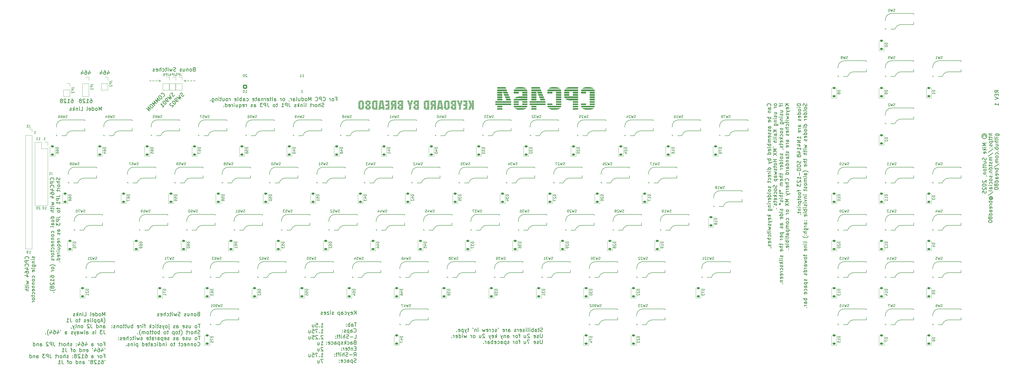
<source format=gbo>
G04 #@! TF.GenerationSoftware,KiCad,Pcbnew,8.0.2*
G04 #@! TF.CreationDate,2025-03-09T11:26:09+00:00*
G04 #@! TF.ProjectId,Keyboard,4b657962-6f61-4726-942e-6b696361645f,rev?*
G04 #@! TF.SameCoordinates,Original*
G04 #@! TF.FileFunction,Legend,Bot*
G04 #@! TF.FilePolarity,Positive*
%FSLAX46Y46*%
G04 Gerber Fmt 4.6, Leading zero omitted, Abs format (unit mm)*
G04 Created by KiCad (PCBNEW 8.0.2) date 2025-03-09 11:26:09*
%MOMM*%
%LPD*%
G01*
G04 APERTURE LIST*
G04 Aperture macros list*
%AMRoundRect*
0 Rectangle with rounded corners*
0 $1 Rounding radius*
0 $2 $3 $4 $5 $6 $7 $8 $9 X,Y pos of 4 corners*
0 Add a 4 corners polygon primitive as box body*
4,1,4,$2,$3,$4,$5,$6,$7,$8,$9,$2,$3,0*
0 Add four circle primitives for the rounded corners*
1,1,$1+$1,$2,$3*
1,1,$1+$1,$4,$5*
1,1,$1+$1,$6,$7*
1,1,$1+$1,$8,$9*
0 Add four rect primitives between the rounded corners*
20,1,$1+$1,$2,$3,$4,$5,0*
20,1,$1+$1,$4,$5,$6,$7,0*
20,1,$1+$1,$6,$7,$8,$9,0*
20,1,$1+$1,$8,$9,$2,$3,0*%
G04 Aperture macros list end*
%ADD10C,0.250000*%
%ADD11C,0.150000*%
%ADD12C,0.625000*%
%ADD13C,0.120000*%
%ADD14O,5.500000X5.200000*%
%ADD15C,4.300000*%
%ADD16C,3.200000*%
%ADD17C,2.200000*%
%ADD18RoundRect,0.250000X0.600000X-0.600000X0.600000X0.600000X-0.600000X0.600000X-0.600000X-0.600000X0*%
%ADD19C,1.700000*%
%ADD20RoundRect,0.250000X0.600000X0.600000X-0.600000X0.600000X-0.600000X-0.600000X0.600000X-0.600000X0*%
%ADD21C,1.701800*%
%ADD22C,3.000000*%
%ADD23C,3.987800*%
%ADD24R,2.550000X2.500000*%
%ADD25C,2.286000*%
%ADD26C,3.048000*%
%ADD27R,1.700000X1.700000*%
%ADD28O,1.700000X1.700000*%
%ADD29RoundRect,0.225000X0.375000X-0.225000X0.375000X0.225000X-0.375000X0.225000X-0.375000X-0.225000X0*%
G04 APERTURE END LIST*
D10*
X111731429Y-132125928D02*
X111731429Y-130625928D01*
X111731429Y-130625928D02*
X111231429Y-131697357D01*
X111231429Y-131697357D02*
X110731429Y-130625928D01*
X110731429Y-130625928D02*
X110731429Y-132125928D01*
X109802857Y-132125928D02*
X109945714Y-132054500D01*
X109945714Y-132054500D02*
X110017143Y-131983071D01*
X110017143Y-131983071D02*
X110088571Y-131840214D01*
X110088571Y-131840214D02*
X110088571Y-131411642D01*
X110088571Y-131411642D02*
X110017143Y-131268785D01*
X110017143Y-131268785D02*
X109945714Y-131197357D01*
X109945714Y-131197357D02*
X109802857Y-131125928D01*
X109802857Y-131125928D02*
X109588571Y-131125928D01*
X109588571Y-131125928D02*
X109445714Y-131197357D01*
X109445714Y-131197357D02*
X109374286Y-131268785D01*
X109374286Y-131268785D02*
X109302857Y-131411642D01*
X109302857Y-131411642D02*
X109302857Y-131840214D01*
X109302857Y-131840214D02*
X109374286Y-131983071D01*
X109374286Y-131983071D02*
X109445714Y-132054500D01*
X109445714Y-132054500D02*
X109588571Y-132125928D01*
X109588571Y-132125928D02*
X109802857Y-132125928D01*
X108017143Y-132125928D02*
X108017143Y-130625928D01*
X108017143Y-132054500D02*
X108160000Y-132125928D01*
X108160000Y-132125928D02*
X108445714Y-132125928D01*
X108445714Y-132125928D02*
X108588571Y-132054500D01*
X108588571Y-132054500D02*
X108660000Y-131983071D01*
X108660000Y-131983071D02*
X108731428Y-131840214D01*
X108731428Y-131840214D02*
X108731428Y-131411642D01*
X108731428Y-131411642D02*
X108660000Y-131268785D01*
X108660000Y-131268785D02*
X108588571Y-131197357D01*
X108588571Y-131197357D02*
X108445714Y-131125928D01*
X108445714Y-131125928D02*
X108160000Y-131125928D01*
X108160000Y-131125928D02*
X108017143Y-131197357D01*
X106731428Y-132054500D02*
X106874285Y-132125928D01*
X106874285Y-132125928D02*
X107160000Y-132125928D01*
X107160000Y-132125928D02*
X107302857Y-132054500D01*
X107302857Y-132054500D02*
X107374285Y-131911642D01*
X107374285Y-131911642D02*
X107374285Y-131340214D01*
X107374285Y-131340214D02*
X107302857Y-131197357D01*
X107302857Y-131197357D02*
X107160000Y-131125928D01*
X107160000Y-131125928D02*
X106874285Y-131125928D01*
X106874285Y-131125928D02*
X106731428Y-131197357D01*
X106731428Y-131197357D02*
X106660000Y-131340214D01*
X106660000Y-131340214D02*
X106660000Y-131483071D01*
X106660000Y-131483071D02*
X107374285Y-131625928D01*
X105802857Y-132125928D02*
X105945714Y-132054500D01*
X105945714Y-132054500D02*
X106017143Y-131911642D01*
X106017143Y-131911642D02*
X106017143Y-130625928D01*
X103374286Y-132125928D02*
X104088572Y-132125928D01*
X104088572Y-132125928D02*
X104088572Y-130625928D01*
X102874286Y-132125928D02*
X102874286Y-131125928D01*
X102874286Y-130625928D02*
X102945714Y-130697357D01*
X102945714Y-130697357D02*
X102874286Y-130768785D01*
X102874286Y-130768785D02*
X102802857Y-130697357D01*
X102802857Y-130697357D02*
X102874286Y-130625928D01*
X102874286Y-130625928D02*
X102874286Y-130768785D01*
X102160000Y-131125928D02*
X102160000Y-132125928D01*
X102160000Y-131268785D02*
X102088571Y-131197357D01*
X102088571Y-131197357D02*
X101945714Y-131125928D01*
X101945714Y-131125928D02*
X101731428Y-131125928D01*
X101731428Y-131125928D02*
X101588571Y-131197357D01*
X101588571Y-131197357D02*
X101517143Y-131340214D01*
X101517143Y-131340214D02*
X101517143Y-132125928D01*
X100802857Y-132125928D02*
X100802857Y-130625928D01*
X100660000Y-131554500D02*
X100231428Y-132125928D01*
X100231428Y-131125928D02*
X100802857Y-131697357D01*
X99659999Y-132054500D02*
X99517142Y-132125928D01*
X99517142Y-132125928D02*
X99231428Y-132125928D01*
X99231428Y-132125928D02*
X99088571Y-132054500D01*
X99088571Y-132054500D02*
X99017142Y-131911642D01*
X99017142Y-131911642D02*
X99017142Y-131840214D01*
X99017142Y-131840214D02*
X99088571Y-131697357D01*
X99088571Y-131697357D02*
X99231428Y-131625928D01*
X99231428Y-131625928D02*
X99445714Y-131625928D01*
X99445714Y-131625928D02*
X99588571Y-131554500D01*
X99588571Y-131554500D02*
X99659999Y-131411642D01*
X99659999Y-131411642D02*
X99659999Y-131340214D01*
X99659999Y-131340214D02*
X99588571Y-131197357D01*
X99588571Y-131197357D02*
X99445714Y-131125928D01*
X99445714Y-131125928D02*
X99231428Y-131125928D01*
X99231428Y-131125928D02*
X99088571Y-131197357D01*
X148934286Y-115465214D02*
X148720000Y-115536642D01*
X148720000Y-115536642D02*
X148648571Y-115608071D01*
X148648571Y-115608071D02*
X148577143Y-115750928D01*
X148577143Y-115750928D02*
X148577143Y-115965214D01*
X148577143Y-115965214D02*
X148648571Y-116108071D01*
X148648571Y-116108071D02*
X148720000Y-116179500D01*
X148720000Y-116179500D02*
X148862857Y-116250928D01*
X148862857Y-116250928D02*
X149434286Y-116250928D01*
X149434286Y-116250928D02*
X149434286Y-114750928D01*
X149434286Y-114750928D02*
X148934286Y-114750928D01*
X148934286Y-114750928D02*
X148791429Y-114822357D01*
X148791429Y-114822357D02*
X148720000Y-114893785D01*
X148720000Y-114893785D02*
X148648571Y-115036642D01*
X148648571Y-115036642D02*
X148648571Y-115179500D01*
X148648571Y-115179500D02*
X148720000Y-115322357D01*
X148720000Y-115322357D02*
X148791429Y-115393785D01*
X148791429Y-115393785D02*
X148934286Y-115465214D01*
X148934286Y-115465214D02*
X149434286Y-115465214D01*
X147720000Y-116250928D02*
X147862857Y-116179500D01*
X147862857Y-116179500D02*
X147934286Y-116108071D01*
X147934286Y-116108071D02*
X148005714Y-115965214D01*
X148005714Y-115965214D02*
X148005714Y-115536642D01*
X148005714Y-115536642D02*
X147934286Y-115393785D01*
X147934286Y-115393785D02*
X147862857Y-115322357D01*
X147862857Y-115322357D02*
X147720000Y-115250928D01*
X147720000Y-115250928D02*
X147505714Y-115250928D01*
X147505714Y-115250928D02*
X147362857Y-115322357D01*
X147362857Y-115322357D02*
X147291429Y-115393785D01*
X147291429Y-115393785D02*
X147220000Y-115536642D01*
X147220000Y-115536642D02*
X147220000Y-115965214D01*
X147220000Y-115965214D02*
X147291429Y-116108071D01*
X147291429Y-116108071D02*
X147362857Y-116179500D01*
X147362857Y-116179500D02*
X147505714Y-116250928D01*
X147505714Y-116250928D02*
X147720000Y-116250928D01*
X146577143Y-115250928D02*
X146577143Y-116250928D01*
X146577143Y-115393785D02*
X146505714Y-115322357D01*
X146505714Y-115322357D02*
X146362857Y-115250928D01*
X146362857Y-115250928D02*
X146148571Y-115250928D01*
X146148571Y-115250928D02*
X146005714Y-115322357D01*
X146005714Y-115322357D02*
X145934286Y-115465214D01*
X145934286Y-115465214D02*
X145934286Y-116250928D01*
X144577143Y-115250928D02*
X144577143Y-116250928D01*
X145220000Y-115250928D02*
X145220000Y-116036642D01*
X145220000Y-116036642D02*
X145148571Y-116179500D01*
X145148571Y-116179500D02*
X145005714Y-116250928D01*
X145005714Y-116250928D02*
X144791428Y-116250928D01*
X144791428Y-116250928D02*
X144648571Y-116179500D01*
X144648571Y-116179500D02*
X144577143Y-116108071D01*
X143934285Y-116179500D02*
X143791428Y-116250928D01*
X143791428Y-116250928D02*
X143505714Y-116250928D01*
X143505714Y-116250928D02*
X143362857Y-116179500D01*
X143362857Y-116179500D02*
X143291428Y-116036642D01*
X143291428Y-116036642D02*
X143291428Y-115965214D01*
X143291428Y-115965214D02*
X143362857Y-115822357D01*
X143362857Y-115822357D02*
X143505714Y-115750928D01*
X143505714Y-115750928D02*
X143720000Y-115750928D01*
X143720000Y-115750928D02*
X143862857Y-115679500D01*
X143862857Y-115679500D02*
X143934285Y-115536642D01*
X143934285Y-115536642D02*
X143934285Y-115465214D01*
X143934285Y-115465214D02*
X143862857Y-115322357D01*
X143862857Y-115322357D02*
X143720000Y-115250928D01*
X143720000Y-115250928D02*
X143505714Y-115250928D01*
X143505714Y-115250928D02*
X143362857Y-115322357D01*
X141577142Y-116179500D02*
X141362857Y-116250928D01*
X141362857Y-116250928D02*
X141005714Y-116250928D01*
X141005714Y-116250928D02*
X140862857Y-116179500D01*
X140862857Y-116179500D02*
X140791428Y-116108071D01*
X140791428Y-116108071D02*
X140719999Y-115965214D01*
X140719999Y-115965214D02*
X140719999Y-115822357D01*
X140719999Y-115822357D02*
X140791428Y-115679500D01*
X140791428Y-115679500D02*
X140862857Y-115608071D01*
X140862857Y-115608071D02*
X141005714Y-115536642D01*
X141005714Y-115536642D02*
X141291428Y-115465214D01*
X141291428Y-115465214D02*
X141434285Y-115393785D01*
X141434285Y-115393785D02*
X141505714Y-115322357D01*
X141505714Y-115322357D02*
X141577142Y-115179500D01*
X141577142Y-115179500D02*
X141577142Y-115036642D01*
X141577142Y-115036642D02*
X141505714Y-114893785D01*
X141505714Y-114893785D02*
X141434285Y-114822357D01*
X141434285Y-114822357D02*
X141291428Y-114750928D01*
X141291428Y-114750928D02*
X140934285Y-114750928D01*
X140934285Y-114750928D02*
X140719999Y-114822357D01*
X140220000Y-115250928D02*
X139934286Y-116250928D01*
X139934286Y-116250928D02*
X139648571Y-115536642D01*
X139648571Y-115536642D02*
X139362857Y-116250928D01*
X139362857Y-116250928D02*
X139077143Y-115250928D01*
X138505714Y-116250928D02*
X138505714Y-115250928D01*
X138505714Y-114750928D02*
X138577142Y-114822357D01*
X138577142Y-114822357D02*
X138505714Y-114893785D01*
X138505714Y-114893785D02*
X138434285Y-114822357D01*
X138434285Y-114822357D02*
X138505714Y-114750928D01*
X138505714Y-114750928D02*
X138505714Y-114893785D01*
X138005713Y-115250928D02*
X137434285Y-115250928D01*
X137791428Y-114750928D02*
X137791428Y-116036642D01*
X137791428Y-116036642D02*
X137719999Y-116179500D01*
X137719999Y-116179500D02*
X137577142Y-116250928D01*
X137577142Y-116250928D02*
X137434285Y-116250928D01*
X136291428Y-116179500D02*
X136434285Y-116250928D01*
X136434285Y-116250928D02*
X136719999Y-116250928D01*
X136719999Y-116250928D02*
X136862856Y-116179500D01*
X136862856Y-116179500D02*
X136934285Y-116108071D01*
X136934285Y-116108071D02*
X137005713Y-115965214D01*
X137005713Y-115965214D02*
X137005713Y-115536642D01*
X137005713Y-115536642D02*
X136934285Y-115393785D01*
X136934285Y-115393785D02*
X136862856Y-115322357D01*
X136862856Y-115322357D02*
X136719999Y-115250928D01*
X136719999Y-115250928D02*
X136434285Y-115250928D01*
X136434285Y-115250928D02*
X136291428Y-115322357D01*
X135648571Y-116250928D02*
X135648571Y-114750928D01*
X135005714Y-116250928D02*
X135005714Y-115465214D01*
X135005714Y-115465214D02*
X135077142Y-115322357D01*
X135077142Y-115322357D02*
X135219999Y-115250928D01*
X135219999Y-115250928D02*
X135434285Y-115250928D01*
X135434285Y-115250928D02*
X135577142Y-115322357D01*
X135577142Y-115322357D02*
X135648571Y-115393785D01*
X133719999Y-116179500D02*
X133862856Y-116250928D01*
X133862856Y-116250928D02*
X134148571Y-116250928D01*
X134148571Y-116250928D02*
X134291428Y-116179500D01*
X134291428Y-116179500D02*
X134362856Y-116036642D01*
X134362856Y-116036642D02*
X134362856Y-115465214D01*
X134362856Y-115465214D02*
X134291428Y-115322357D01*
X134291428Y-115322357D02*
X134148571Y-115250928D01*
X134148571Y-115250928D02*
X133862856Y-115250928D01*
X133862856Y-115250928D02*
X133719999Y-115322357D01*
X133719999Y-115322357D02*
X133648571Y-115465214D01*
X133648571Y-115465214D02*
X133648571Y-115608071D01*
X133648571Y-115608071D02*
X134362856Y-115750928D01*
X133077142Y-116179500D02*
X132934285Y-116250928D01*
X132934285Y-116250928D02*
X132648571Y-116250928D01*
X132648571Y-116250928D02*
X132505714Y-116179500D01*
X132505714Y-116179500D02*
X132434285Y-116036642D01*
X132434285Y-116036642D02*
X132434285Y-115965214D01*
X132434285Y-115965214D02*
X132505714Y-115822357D01*
X132505714Y-115822357D02*
X132648571Y-115750928D01*
X132648571Y-115750928D02*
X132862857Y-115750928D01*
X132862857Y-115750928D02*
X133005714Y-115679500D01*
X133005714Y-115679500D02*
X133077142Y-115536642D01*
X133077142Y-115536642D02*
X133077142Y-115465214D01*
X133077142Y-115465214D02*
X133005714Y-115322357D01*
X133005714Y-115322357D02*
X132862857Y-115250928D01*
X132862857Y-115250928D02*
X132648571Y-115250928D01*
X132648571Y-115250928D02*
X132505714Y-115322357D01*
X114172856Y-116520928D02*
X114172856Y-117520928D01*
X114529998Y-115949500D02*
X114887141Y-117020928D01*
X114887141Y-117020928D02*
X113958570Y-117020928D01*
X112744285Y-116020928D02*
X113029999Y-116020928D01*
X113029999Y-116020928D02*
X113172856Y-116092357D01*
X113172856Y-116092357D02*
X113244285Y-116163785D01*
X113244285Y-116163785D02*
X113387142Y-116378071D01*
X113387142Y-116378071D02*
X113458570Y-116663785D01*
X113458570Y-116663785D02*
X113458570Y-117235214D01*
X113458570Y-117235214D02*
X113387142Y-117378071D01*
X113387142Y-117378071D02*
X113315713Y-117449500D01*
X113315713Y-117449500D02*
X113172856Y-117520928D01*
X113172856Y-117520928D02*
X112887142Y-117520928D01*
X112887142Y-117520928D02*
X112744285Y-117449500D01*
X112744285Y-117449500D02*
X112672856Y-117378071D01*
X112672856Y-117378071D02*
X112601427Y-117235214D01*
X112601427Y-117235214D02*
X112601427Y-116878071D01*
X112601427Y-116878071D02*
X112672856Y-116735214D01*
X112672856Y-116735214D02*
X112744285Y-116663785D01*
X112744285Y-116663785D02*
X112887142Y-116592357D01*
X112887142Y-116592357D02*
X113172856Y-116592357D01*
X113172856Y-116592357D02*
X113315713Y-116663785D01*
X113315713Y-116663785D02*
X113387142Y-116735214D01*
X113387142Y-116735214D02*
X113458570Y-116878071D01*
X111315714Y-116520928D02*
X111315714Y-117520928D01*
X111672856Y-115949500D02*
X112029999Y-117020928D01*
X112029999Y-117020928D02*
X111101428Y-117020928D01*
X199987669Y-219363428D02*
X200844812Y-219363428D01*
X200416241Y-219363428D02*
X200416241Y-217863428D01*
X200416241Y-217863428D02*
X200559098Y-218077714D01*
X200559098Y-218077714D02*
X200701955Y-218220571D01*
X200701955Y-218220571D02*
X200844812Y-218292000D01*
X199344813Y-219220571D02*
X199273384Y-219292000D01*
X199273384Y-219292000D02*
X199344813Y-219363428D01*
X199344813Y-219363428D02*
X199416241Y-219292000D01*
X199416241Y-219292000D02*
X199344813Y-219220571D01*
X199344813Y-219220571D02*
X199344813Y-219363428D01*
X197916241Y-217863428D02*
X198630527Y-217863428D01*
X198630527Y-217863428D02*
X198701955Y-218577714D01*
X198701955Y-218577714D02*
X198630527Y-218506285D01*
X198630527Y-218506285D02*
X198487670Y-218434857D01*
X198487670Y-218434857D02*
X198130527Y-218434857D01*
X198130527Y-218434857D02*
X197987670Y-218506285D01*
X197987670Y-218506285D02*
X197916241Y-218577714D01*
X197916241Y-218577714D02*
X197844812Y-218720571D01*
X197844812Y-218720571D02*
X197844812Y-219077714D01*
X197844812Y-219077714D02*
X197916241Y-219220571D01*
X197916241Y-219220571D02*
X197987670Y-219292000D01*
X197987670Y-219292000D02*
X198130527Y-219363428D01*
X198130527Y-219363428D02*
X198487670Y-219363428D01*
X198487670Y-219363428D02*
X198630527Y-219292000D01*
X198630527Y-219292000D02*
X198701955Y-219220571D01*
X196559099Y-218363428D02*
X196559099Y-219363428D01*
X197201956Y-218363428D02*
X197201956Y-219149142D01*
X197201956Y-219149142D02*
X197130527Y-219292000D01*
X197130527Y-219292000D02*
X196987670Y-219363428D01*
X196987670Y-219363428D02*
X196773384Y-219363428D01*
X196773384Y-219363428D02*
X196630527Y-219292000D01*
X196630527Y-219292000D02*
X196559099Y-219220571D01*
X199987669Y-221778344D02*
X200844812Y-221778344D01*
X200416241Y-221778344D02*
X200416241Y-220278344D01*
X200416241Y-220278344D02*
X200559098Y-220492630D01*
X200559098Y-220492630D02*
X200701955Y-220635487D01*
X200701955Y-220635487D02*
X200844812Y-220706916D01*
X199344813Y-221635487D02*
X199273384Y-221706916D01*
X199273384Y-221706916D02*
X199344813Y-221778344D01*
X199344813Y-221778344D02*
X199416241Y-221706916D01*
X199416241Y-221706916D02*
X199344813Y-221635487D01*
X199344813Y-221635487D02*
X199344813Y-221778344D01*
X198773384Y-220278344D02*
X197773384Y-220278344D01*
X197773384Y-220278344D02*
X198416241Y-221778344D01*
X196487670Y-220278344D02*
X197201956Y-220278344D01*
X197201956Y-220278344D02*
X197273384Y-220992630D01*
X197273384Y-220992630D02*
X197201956Y-220921201D01*
X197201956Y-220921201D02*
X197059099Y-220849773D01*
X197059099Y-220849773D02*
X196701956Y-220849773D01*
X196701956Y-220849773D02*
X196559099Y-220921201D01*
X196559099Y-220921201D02*
X196487670Y-220992630D01*
X196487670Y-220992630D02*
X196416241Y-221135487D01*
X196416241Y-221135487D02*
X196416241Y-221492630D01*
X196416241Y-221492630D02*
X196487670Y-221635487D01*
X196487670Y-221635487D02*
X196559099Y-221706916D01*
X196559099Y-221706916D02*
X196701956Y-221778344D01*
X196701956Y-221778344D02*
X197059099Y-221778344D01*
X197059099Y-221778344D02*
X197201956Y-221706916D01*
X197201956Y-221706916D02*
X197273384Y-221635487D01*
X195130528Y-220778344D02*
X195130528Y-221778344D01*
X195773385Y-220778344D02*
X195773385Y-221564058D01*
X195773385Y-221564058D02*
X195701956Y-221706916D01*
X195701956Y-221706916D02*
X195559099Y-221778344D01*
X195559099Y-221778344D02*
X195344813Y-221778344D01*
X195344813Y-221778344D02*
X195201956Y-221706916D01*
X195201956Y-221706916D02*
X195130528Y-221635487D01*
X200844812Y-222836117D02*
X200773384Y-222764689D01*
X200773384Y-222764689D02*
X200630527Y-222693260D01*
X200630527Y-222693260D02*
X200273384Y-222693260D01*
X200273384Y-222693260D02*
X200130527Y-222764689D01*
X200130527Y-222764689D02*
X200059098Y-222836117D01*
X200059098Y-222836117D02*
X199987669Y-222978974D01*
X199987669Y-222978974D02*
X199987669Y-223121832D01*
X199987669Y-223121832D02*
X200059098Y-223336117D01*
X200059098Y-223336117D02*
X200916241Y-224193260D01*
X200916241Y-224193260D02*
X199987669Y-224193260D01*
X199344813Y-224050403D02*
X199273384Y-224121832D01*
X199273384Y-224121832D02*
X199344813Y-224193260D01*
X199344813Y-224193260D02*
X199416241Y-224121832D01*
X199416241Y-224121832D02*
X199344813Y-224050403D01*
X199344813Y-224050403D02*
X199344813Y-224193260D01*
X198701955Y-222836117D02*
X198630527Y-222764689D01*
X198630527Y-222764689D02*
X198487670Y-222693260D01*
X198487670Y-222693260D02*
X198130527Y-222693260D01*
X198130527Y-222693260D02*
X197987670Y-222764689D01*
X197987670Y-222764689D02*
X197916241Y-222836117D01*
X197916241Y-222836117D02*
X197844812Y-222978974D01*
X197844812Y-222978974D02*
X197844812Y-223121832D01*
X197844812Y-223121832D02*
X197916241Y-223336117D01*
X197916241Y-223336117D02*
X198773384Y-224193260D01*
X198773384Y-224193260D02*
X197844812Y-224193260D01*
X196487670Y-222693260D02*
X197201956Y-222693260D01*
X197201956Y-222693260D02*
X197273384Y-223407546D01*
X197273384Y-223407546D02*
X197201956Y-223336117D01*
X197201956Y-223336117D02*
X197059099Y-223264689D01*
X197059099Y-223264689D02*
X196701956Y-223264689D01*
X196701956Y-223264689D02*
X196559099Y-223336117D01*
X196559099Y-223336117D02*
X196487670Y-223407546D01*
X196487670Y-223407546D02*
X196416241Y-223550403D01*
X196416241Y-223550403D02*
X196416241Y-223907546D01*
X196416241Y-223907546D02*
X196487670Y-224050403D01*
X196487670Y-224050403D02*
X196559099Y-224121832D01*
X196559099Y-224121832D02*
X196701956Y-224193260D01*
X196701956Y-224193260D02*
X197059099Y-224193260D01*
X197059099Y-224193260D02*
X197201956Y-224121832D01*
X197201956Y-224121832D02*
X197273384Y-224050403D01*
X195130528Y-223193260D02*
X195130528Y-224193260D01*
X195773385Y-223193260D02*
X195773385Y-223978974D01*
X195773385Y-223978974D02*
X195701956Y-224121832D01*
X195701956Y-224121832D02*
X195559099Y-224193260D01*
X195559099Y-224193260D02*
X195344813Y-224193260D01*
X195344813Y-224193260D02*
X195201956Y-224121832D01*
X195201956Y-224121832D02*
X195130528Y-224050403D01*
X199987669Y-226608176D02*
X200844812Y-226608176D01*
X200416241Y-226608176D02*
X200416241Y-225108176D01*
X200416241Y-225108176D02*
X200559098Y-225322462D01*
X200559098Y-225322462D02*
X200701955Y-225465319D01*
X200701955Y-225465319D02*
X200844812Y-225536748D01*
X198701956Y-225608176D02*
X198701956Y-226608176D01*
X199344813Y-225608176D02*
X199344813Y-226393890D01*
X199344813Y-226393890D02*
X199273384Y-226536748D01*
X199273384Y-226536748D02*
X199130527Y-226608176D01*
X199130527Y-226608176D02*
X198916241Y-226608176D01*
X198916241Y-226608176D02*
X198773384Y-226536748D01*
X198773384Y-226536748D02*
X198701956Y-226465319D01*
X200844812Y-227665949D02*
X200773384Y-227594521D01*
X200773384Y-227594521D02*
X200630527Y-227523092D01*
X200630527Y-227523092D02*
X200273384Y-227523092D01*
X200273384Y-227523092D02*
X200130527Y-227594521D01*
X200130527Y-227594521D02*
X200059098Y-227665949D01*
X200059098Y-227665949D02*
X199987669Y-227808806D01*
X199987669Y-227808806D02*
X199987669Y-227951664D01*
X199987669Y-227951664D02*
X200059098Y-228165949D01*
X200059098Y-228165949D02*
X200916241Y-229023092D01*
X200916241Y-229023092D02*
X199987669Y-229023092D01*
X198701956Y-228023092D02*
X198701956Y-229023092D01*
X199344813Y-228023092D02*
X199344813Y-228808806D01*
X199344813Y-228808806D02*
X199273384Y-228951664D01*
X199273384Y-228951664D02*
X199130527Y-229023092D01*
X199130527Y-229023092D02*
X198916241Y-229023092D01*
X198916241Y-229023092D02*
X198773384Y-228951664D01*
X198773384Y-228951664D02*
X198701956Y-228880235D01*
X199987669Y-231438008D02*
X200844812Y-231438008D01*
X200416241Y-231438008D02*
X200416241Y-229938008D01*
X200416241Y-229938008D02*
X200559098Y-230152294D01*
X200559098Y-230152294D02*
X200701955Y-230295151D01*
X200701955Y-230295151D02*
X200844812Y-230366580D01*
X199344813Y-231295151D02*
X199273384Y-231366580D01*
X199273384Y-231366580D02*
X199344813Y-231438008D01*
X199344813Y-231438008D02*
X199416241Y-231366580D01*
X199416241Y-231366580D02*
X199344813Y-231295151D01*
X199344813Y-231295151D02*
X199344813Y-231438008D01*
X198773384Y-229938008D02*
X197773384Y-229938008D01*
X197773384Y-229938008D02*
X198416241Y-231438008D01*
X196487670Y-229938008D02*
X197201956Y-229938008D01*
X197201956Y-229938008D02*
X197273384Y-230652294D01*
X197273384Y-230652294D02*
X197201956Y-230580865D01*
X197201956Y-230580865D02*
X197059099Y-230509437D01*
X197059099Y-230509437D02*
X196701956Y-230509437D01*
X196701956Y-230509437D02*
X196559099Y-230580865D01*
X196559099Y-230580865D02*
X196487670Y-230652294D01*
X196487670Y-230652294D02*
X196416241Y-230795151D01*
X196416241Y-230795151D02*
X196416241Y-231152294D01*
X196416241Y-231152294D02*
X196487670Y-231295151D01*
X196487670Y-231295151D02*
X196559099Y-231366580D01*
X196559099Y-231366580D02*
X196701956Y-231438008D01*
X196701956Y-231438008D02*
X197059099Y-231438008D01*
X197059099Y-231438008D02*
X197201956Y-231366580D01*
X197201956Y-231366580D02*
X197273384Y-231295151D01*
X195130528Y-230438008D02*
X195130528Y-231438008D01*
X195773385Y-230438008D02*
X195773385Y-231223722D01*
X195773385Y-231223722D02*
X195701956Y-231366580D01*
X195701956Y-231366580D02*
X195559099Y-231438008D01*
X195559099Y-231438008D02*
X195344813Y-231438008D01*
X195344813Y-231438008D02*
X195201956Y-231366580D01*
X195201956Y-231366580D02*
X195130528Y-231295151D01*
X200916241Y-232352924D02*
X199916241Y-232352924D01*
X199916241Y-232352924D02*
X200559098Y-233852924D01*
X198701956Y-232852924D02*
X198701956Y-233852924D01*
X199344813Y-232852924D02*
X199344813Y-233638638D01*
X199344813Y-233638638D02*
X199273384Y-233781496D01*
X199273384Y-233781496D02*
X199130527Y-233852924D01*
X199130527Y-233852924D02*
X198916241Y-233852924D01*
X198916241Y-233852924D02*
X198773384Y-233781496D01*
X198773384Y-233781496D02*
X198701956Y-233710067D01*
X380776075Y-130283758D02*
X380847504Y-130212330D01*
X380847504Y-130212330D02*
X380918932Y-129998044D01*
X380918932Y-129998044D02*
X380918932Y-129855187D01*
X380918932Y-129855187D02*
X380847504Y-129640901D01*
X380847504Y-129640901D02*
X380704646Y-129498044D01*
X380704646Y-129498044D02*
X380561789Y-129426615D01*
X380561789Y-129426615D02*
X380276075Y-129355187D01*
X380276075Y-129355187D02*
X380061789Y-129355187D01*
X380061789Y-129355187D02*
X379776075Y-129426615D01*
X379776075Y-129426615D02*
X379633218Y-129498044D01*
X379633218Y-129498044D02*
X379490361Y-129640901D01*
X379490361Y-129640901D02*
X379418932Y-129855187D01*
X379418932Y-129855187D02*
X379418932Y-129998044D01*
X379418932Y-129998044D02*
X379490361Y-130212330D01*
X379490361Y-130212330D02*
X379561789Y-130283758D01*
X380918932Y-131569473D02*
X380133218Y-131569473D01*
X380133218Y-131569473D02*
X379990361Y-131498044D01*
X379990361Y-131498044D02*
X379918932Y-131355187D01*
X379918932Y-131355187D02*
X379918932Y-131069473D01*
X379918932Y-131069473D02*
X379990361Y-130926615D01*
X380847504Y-131569473D02*
X380918932Y-131426615D01*
X380918932Y-131426615D02*
X380918932Y-131069473D01*
X380918932Y-131069473D02*
X380847504Y-130926615D01*
X380847504Y-130926615D02*
X380704646Y-130855187D01*
X380704646Y-130855187D02*
X380561789Y-130855187D01*
X380561789Y-130855187D02*
X380418932Y-130926615D01*
X380418932Y-130926615D02*
X380347504Y-131069473D01*
X380347504Y-131069473D02*
X380347504Y-131426615D01*
X380347504Y-131426615D02*
X380276075Y-131569473D01*
X379918932Y-132283758D02*
X380918932Y-132283758D01*
X380061789Y-132283758D02*
X379990361Y-132355187D01*
X379990361Y-132355187D02*
X379918932Y-132498044D01*
X379918932Y-132498044D02*
X379918932Y-132712330D01*
X379918932Y-132712330D02*
X379990361Y-132855187D01*
X379990361Y-132855187D02*
X380133218Y-132926616D01*
X380133218Y-132926616D02*
X380918932Y-132926616D01*
X380918932Y-134783758D02*
X379418932Y-134783758D01*
X379990361Y-134783758D02*
X379918932Y-134926616D01*
X379918932Y-134926616D02*
X379918932Y-135212330D01*
X379918932Y-135212330D02*
X379990361Y-135355187D01*
X379990361Y-135355187D02*
X380061789Y-135426616D01*
X380061789Y-135426616D02*
X380204646Y-135498044D01*
X380204646Y-135498044D02*
X380633218Y-135498044D01*
X380633218Y-135498044D02*
X380776075Y-135426616D01*
X380776075Y-135426616D02*
X380847504Y-135355187D01*
X380847504Y-135355187D02*
X380918932Y-135212330D01*
X380918932Y-135212330D02*
X380918932Y-134926616D01*
X380918932Y-134926616D02*
X380847504Y-134783758D01*
X380847504Y-136712330D02*
X380918932Y-136569473D01*
X380918932Y-136569473D02*
X380918932Y-136283759D01*
X380918932Y-136283759D02*
X380847504Y-136140901D01*
X380847504Y-136140901D02*
X380704646Y-136069473D01*
X380704646Y-136069473D02*
X380133218Y-136069473D01*
X380133218Y-136069473D02*
X379990361Y-136140901D01*
X379990361Y-136140901D02*
X379918932Y-136283759D01*
X379918932Y-136283759D02*
X379918932Y-136569473D01*
X379918932Y-136569473D02*
X379990361Y-136712330D01*
X379990361Y-136712330D02*
X380133218Y-136783759D01*
X380133218Y-136783759D02*
X380276075Y-136783759D01*
X380276075Y-136783759D02*
X380418932Y-136069473D01*
X380918932Y-139212330D02*
X380133218Y-139212330D01*
X380133218Y-139212330D02*
X379990361Y-139140901D01*
X379990361Y-139140901D02*
X379918932Y-138998044D01*
X379918932Y-138998044D02*
X379918932Y-138712330D01*
X379918932Y-138712330D02*
X379990361Y-138569472D01*
X380847504Y-139212330D02*
X380918932Y-139069472D01*
X380918932Y-139069472D02*
X380918932Y-138712330D01*
X380918932Y-138712330D02*
X380847504Y-138569472D01*
X380847504Y-138569472D02*
X380704646Y-138498044D01*
X380704646Y-138498044D02*
X380561789Y-138498044D01*
X380561789Y-138498044D02*
X380418932Y-138569472D01*
X380418932Y-138569472D02*
X380347504Y-138712330D01*
X380347504Y-138712330D02*
X380347504Y-139069472D01*
X380347504Y-139069472D02*
X380276075Y-139212330D01*
X380847504Y-139855187D02*
X380918932Y-139998044D01*
X380918932Y-139998044D02*
X380918932Y-140283758D01*
X380918932Y-140283758D02*
X380847504Y-140426615D01*
X380847504Y-140426615D02*
X380704646Y-140498044D01*
X380704646Y-140498044D02*
X380633218Y-140498044D01*
X380633218Y-140498044D02*
X380490361Y-140426615D01*
X380490361Y-140426615D02*
X380418932Y-140283758D01*
X380418932Y-140283758D02*
X380418932Y-140069473D01*
X380418932Y-140069473D02*
X380347504Y-139926615D01*
X380347504Y-139926615D02*
X380204646Y-139855187D01*
X380204646Y-139855187D02*
X380133218Y-139855187D01*
X380133218Y-139855187D02*
X379990361Y-139926615D01*
X379990361Y-139926615D02*
X379918932Y-140069473D01*
X379918932Y-140069473D02*
X379918932Y-140283758D01*
X379918932Y-140283758D02*
X379990361Y-140426615D01*
X380847504Y-141069473D02*
X380918932Y-141212330D01*
X380918932Y-141212330D02*
X380918932Y-141498044D01*
X380918932Y-141498044D02*
X380847504Y-141640901D01*
X380847504Y-141640901D02*
X380704646Y-141712330D01*
X380704646Y-141712330D02*
X380633218Y-141712330D01*
X380633218Y-141712330D02*
X380490361Y-141640901D01*
X380490361Y-141640901D02*
X380418932Y-141498044D01*
X380418932Y-141498044D02*
X380418932Y-141283759D01*
X380418932Y-141283759D02*
X380347504Y-141140901D01*
X380347504Y-141140901D02*
X380204646Y-141069473D01*
X380204646Y-141069473D02*
X380133218Y-141069473D01*
X380133218Y-141069473D02*
X379990361Y-141140901D01*
X379990361Y-141140901D02*
X379918932Y-141283759D01*
X379918932Y-141283759D02*
X379918932Y-141498044D01*
X379918932Y-141498044D02*
X379990361Y-141640901D01*
X380847504Y-142926616D02*
X380918932Y-142783759D01*
X380918932Y-142783759D02*
X380918932Y-142498045D01*
X380918932Y-142498045D02*
X380847504Y-142355187D01*
X380847504Y-142355187D02*
X380704646Y-142283759D01*
X380704646Y-142283759D02*
X380133218Y-142283759D01*
X380133218Y-142283759D02*
X379990361Y-142355187D01*
X379990361Y-142355187D02*
X379918932Y-142498045D01*
X379918932Y-142498045D02*
X379918932Y-142783759D01*
X379918932Y-142783759D02*
X379990361Y-142926616D01*
X379990361Y-142926616D02*
X380133218Y-142998045D01*
X380133218Y-142998045D02*
X380276075Y-142998045D01*
X380276075Y-142998045D02*
X380418932Y-142283759D01*
X380918932Y-143640901D02*
X379918932Y-143640901D01*
X380061789Y-143640901D02*
X379990361Y-143712330D01*
X379990361Y-143712330D02*
X379918932Y-143855187D01*
X379918932Y-143855187D02*
X379918932Y-144069473D01*
X379918932Y-144069473D02*
X379990361Y-144212330D01*
X379990361Y-144212330D02*
X380133218Y-144283759D01*
X380133218Y-144283759D02*
X380918932Y-144283759D01*
X380133218Y-144283759D02*
X379990361Y-144355187D01*
X379990361Y-144355187D02*
X379918932Y-144498044D01*
X379918932Y-144498044D02*
X379918932Y-144712330D01*
X379918932Y-144712330D02*
X379990361Y-144855187D01*
X379990361Y-144855187D02*
X380133218Y-144926616D01*
X380133218Y-144926616D02*
X380918932Y-144926616D01*
X380918932Y-145640901D02*
X379418932Y-145640901D01*
X379990361Y-145640901D02*
X379918932Y-145783759D01*
X379918932Y-145783759D02*
X379918932Y-146069473D01*
X379918932Y-146069473D02*
X379990361Y-146212330D01*
X379990361Y-146212330D02*
X380061789Y-146283759D01*
X380061789Y-146283759D02*
X380204646Y-146355187D01*
X380204646Y-146355187D02*
X380633218Y-146355187D01*
X380633218Y-146355187D02*
X380776075Y-146283759D01*
X380776075Y-146283759D02*
X380847504Y-146212330D01*
X380847504Y-146212330D02*
X380918932Y-146069473D01*
X380918932Y-146069473D02*
X380918932Y-145783759D01*
X380918932Y-145783759D02*
X380847504Y-145640901D01*
X380918932Y-147212330D02*
X380847504Y-147069473D01*
X380847504Y-147069473D02*
X380704646Y-146998044D01*
X380704646Y-146998044D02*
X379418932Y-146998044D01*
X380847504Y-148355187D02*
X380918932Y-148212330D01*
X380918932Y-148212330D02*
X380918932Y-147926616D01*
X380918932Y-147926616D02*
X380847504Y-147783758D01*
X380847504Y-147783758D02*
X380704646Y-147712330D01*
X380704646Y-147712330D02*
X380133218Y-147712330D01*
X380133218Y-147712330D02*
X379990361Y-147783758D01*
X379990361Y-147783758D02*
X379918932Y-147926616D01*
X379918932Y-147926616D02*
X379918932Y-148212330D01*
X379918932Y-148212330D02*
X379990361Y-148355187D01*
X379990361Y-148355187D02*
X380133218Y-148426616D01*
X380133218Y-148426616D02*
X380276075Y-148426616D01*
X380276075Y-148426616D02*
X380418932Y-147712330D01*
X380918932Y-149712330D02*
X379418932Y-149712330D01*
X380847504Y-149712330D02*
X380918932Y-149569472D01*
X380918932Y-149569472D02*
X380918932Y-149283758D01*
X380918932Y-149283758D02*
X380847504Y-149140901D01*
X380847504Y-149140901D02*
X380776075Y-149069472D01*
X380776075Y-149069472D02*
X380633218Y-148998044D01*
X380633218Y-148998044D02*
X380204646Y-148998044D01*
X380204646Y-148998044D02*
X380061789Y-149069472D01*
X380061789Y-149069472D02*
X379990361Y-149140901D01*
X379990361Y-149140901D02*
X379918932Y-149283758D01*
X379918932Y-149283758D02*
X379918932Y-149569472D01*
X379918932Y-149569472D02*
X379990361Y-149712330D01*
X380918932Y-151569472D02*
X379418932Y-151569472D01*
X379990361Y-151569472D02*
X379918932Y-151712330D01*
X379918932Y-151712330D02*
X379918932Y-151998044D01*
X379918932Y-151998044D02*
X379990361Y-152140901D01*
X379990361Y-152140901D02*
X380061789Y-152212330D01*
X380061789Y-152212330D02*
X380204646Y-152283758D01*
X380204646Y-152283758D02*
X380633218Y-152283758D01*
X380633218Y-152283758D02*
X380776075Y-152212330D01*
X380776075Y-152212330D02*
X380847504Y-152140901D01*
X380847504Y-152140901D02*
X380918932Y-151998044D01*
X380918932Y-151998044D02*
X380918932Y-151712330D01*
X380918932Y-151712330D02*
X380847504Y-151569472D01*
X379918932Y-152783758D02*
X380918932Y-153140901D01*
X379918932Y-153498044D02*
X380918932Y-153140901D01*
X380918932Y-153140901D02*
X381276075Y-152998044D01*
X381276075Y-152998044D02*
X381347504Y-152926615D01*
X381347504Y-152926615D02*
X381418932Y-152783758D01*
X380918932Y-155855187D02*
X379418932Y-155855187D01*
X380847504Y-155855187D02*
X380918932Y-155712329D01*
X380918932Y-155712329D02*
X380918932Y-155426615D01*
X380918932Y-155426615D02*
X380847504Y-155283758D01*
X380847504Y-155283758D02*
X380776075Y-155212329D01*
X380776075Y-155212329D02*
X380633218Y-155140901D01*
X380633218Y-155140901D02*
X380204646Y-155140901D01*
X380204646Y-155140901D02*
X380061789Y-155212329D01*
X380061789Y-155212329D02*
X379990361Y-155283758D01*
X379990361Y-155283758D02*
X379918932Y-155426615D01*
X379918932Y-155426615D02*
X379918932Y-155712329D01*
X379918932Y-155712329D02*
X379990361Y-155855187D01*
X380918932Y-156569472D02*
X379918932Y-156569472D01*
X379418932Y-156569472D02*
X379490361Y-156498044D01*
X379490361Y-156498044D02*
X379561789Y-156569472D01*
X379561789Y-156569472D02*
X379490361Y-156640901D01*
X379490361Y-156640901D02*
X379418932Y-156569472D01*
X379418932Y-156569472D02*
X379561789Y-156569472D01*
X380918932Y-157283758D02*
X379918932Y-157283758D01*
X380204646Y-157283758D02*
X380061789Y-157355187D01*
X380061789Y-157355187D02*
X379990361Y-157426616D01*
X379990361Y-157426616D02*
X379918932Y-157569473D01*
X379918932Y-157569473D02*
X379918932Y-157712330D01*
X380847504Y-158783758D02*
X380918932Y-158640901D01*
X380918932Y-158640901D02*
X380918932Y-158355187D01*
X380918932Y-158355187D02*
X380847504Y-158212329D01*
X380847504Y-158212329D02*
X380704646Y-158140901D01*
X380704646Y-158140901D02*
X380133218Y-158140901D01*
X380133218Y-158140901D02*
X379990361Y-158212329D01*
X379990361Y-158212329D02*
X379918932Y-158355187D01*
X379918932Y-158355187D02*
X379918932Y-158640901D01*
X379918932Y-158640901D02*
X379990361Y-158783758D01*
X379990361Y-158783758D02*
X380133218Y-158855187D01*
X380133218Y-158855187D02*
X380276075Y-158855187D01*
X380276075Y-158855187D02*
X380418932Y-158140901D01*
X380847504Y-160140901D02*
X380918932Y-159998043D01*
X380918932Y-159998043D02*
X380918932Y-159712329D01*
X380918932Y-159712329D02*
X380847504Y-159569472D01*
X380847504Y-159569472D02*
X380776075Y-159498043D01*
X380776075Y-159498043D02*
X380633218Y-159426615D01*
X380633218Y-159426615D02*
X380204646Y-159426615D01*
X380204646Y-159426615D02*
X380061789Y-159498043D01*
X380061789Y-159498043D02*
X379990361Y-159569472D01*
X379990361Y-159569472D02*
X379918932Y-159712329D01*
X379918932Y-159712329D02*
X379918932Y-159998043D01*
X379918932Y-159998043D02*
X379990361Y-160140901D01*
X379918932Y-160569472D02*
X379918932Y-161140900D01*
X379418932Y-160783757D02*
X380704646Y-160783757D01*
X380704646Y-160783757D02*
X380847504Y-160855186D01*
X380847504Y-160855186D02*
X380918932Y-160998043D01*
X380918932Y-160998043D02*
X380918932Y-161140900D01*
X380847504Y-162712329D02*
X380918932Y-162855186D01*
X380918932Y-162855186D02*
X380918932Y-163140900D01*
X380918932Y-163140900D02*
X380847504Y-163283757D01*
X380847504Y-163283757D02*
X380704646Y-163355186D01*
X380704646Y-163355186D02*
X380633218Y-163355186D01*
X380633218Y-163355186D02*
X380490361Y-163283757D01*
X380490361Y-163283757D02*
X380418932Y-163140900D01*
X380418932Y-163140900D02*
X380418932Y-162926615D01*
X380418932Y-162926615D02*
X380347504Y-162783757D01*
X380347504Y-162783757D02*
X380204646Y-162712329D01*
X380204646Y-162712329D02*
X380133218Y-162712329D01*
X380133218Y-162712329D02*
X379990361Y-162783757D01*
X379990361Y-162783757D02*
X379918932Y-162926615D01*
X379918932Y-162926615D02*
X379918932Y-163140900D01*
X379918932Y-163140900D02*
X379990361Y-163283757D01*
X380918932Y-164212329D02*
X380847504Y-164069472D01*
X380847504Y-164069472D02*
X380776075Y-163998043D01*
X380776075Y-163998043D02*
X380633218Y-163926615D01*
X380633218Y-163926615D02*
X380204646Y-163926615D01*
X380204646Y-163926615D02*
X380061789Y-163998043D01*
X380061789Y-163998043D02*
X379990361Y-164069472D01*
X379990361Y-164069472D02*
X379918932Y-164212329D01*
X379918932Y-164212329D02*
X379918932Y-164426615D01*
X379918932Y-164426615D02*
X379990361Y-164569472D01*
X379990361Y-164569472D02*
X380061789Y-164640901D01*
X380061789Y-164640901D02*
X380204646Y-164712329D01*
X380204646Y-164712329D02*
X380633218Y-164712329D01*
X380633218Y-164712329D02*
X380776075Y-164640901D01*
X380776075Y-164640901D02*
X380847504Y-164569472D01*
X380847504Y-164569472D02*
X380918932Y-164426615D01*
X380918932Y-164426615D02*
X380918932Y-164212329D01*
X380918932Y-165569472D02*
X380847504Y-165426615D01*
X380847504Y-165426615D02*
X380704646Y-165355186D01*
X380704646Y-165355186D02*
X379418932Y-165355186D01*
X380918932Y-166783758D02*
X379418932Y-166783758D01*
X380847504Y-166783758D02*
X380918932Y-166640900D01*
X380918932Y-166640900D02*
X380918932Y-166355186D01*
X380918932Y-166355186D02*
X380847504Y-166212329D01*
X380847504Y-166212329D02*
X380776075Y-166140900D01*
X380776075Y-166140900D02*
X380633218Y-166069472D01*
X380633218Y-166069472D02*
X380204646Y-166069472D01*
X380204646Y-166069472D02*
X380061789Y-166140900D01*
X380061789Y-166140900D02*
X379990361Y-166212329D01*
X379990361Y-166212329D02*
X379918932Y-166355186D01*
X379918932Y-166355186D02*
X379918932Y-166640900D01*
X379918932Y-166640900D02*
X379990361Y-166783758D01*
X380847504Y-168069472D02*
X380918932Y-167926615D01*
X380918932Y-167926615D02*
X380918932Y-167640901D01*
X380918932Y-167640901D02*
X380847504Y-167498043D01*
X380847504Y-167498043D02*
X380704646Y-167426615D01*
X380704646Y-167426615D02*
X380133218Y-167426615D01*
X380133218Y-167426615D02*
X379990361Y-167498043D01*
X379990361Y-167498043D02*
X379918932Y-167640901D01*
X379918932Y-167640901D02*
X379918932Y-167926615D01*
X379918932Y-167926615D02*
X379990361Y-168069472D01*
X379990361Y-168069472D02*
X380133218Y-168140901D01*
X380133218Y-168140901D02*
X380276075Y-168140901D01*
X380276075Y-168140901D02*
X380418932Y-167426615D01*
X380918932Y-168783757D02*
X379918932Y-168783757D01*
X380204646Y-168783757D02*
X380061789Y-168855186D01*
X380061789Y-168855186D02*
X379990361Y-168926615D01*
X379990361Y-168926615D02*
X379918932Y-169069472D01*
X379918932Y-169069472D02*
X379918932Y-169212329D01*
X380918932Y-169712328D02*
X379918932Y-169712328D01*
X379418932Y-169712328D02*
X379490361Y-169640900D01*
X379490361Y-169640900D02*
X379561789Y-169712328D01*
X379561789Y-169712328D02*
X379490361Y-169783757D01*
X379490361Y-169783757D02*
X379418932Y-169712328D01*
X379418932Y-169712328D02*
X379561789Y-169712328D01*
X379918932Y-170426614D02*
X380918932Y-170426614D01*
X380061789Y-170426614D02*
X379990361Y-170498043D01*
X379990361Y-170498043D02*
X379918932Y-170640900D01*
X379918932Y-170640900D02*
X379918932Y-170855186D01*
X379918932Y-170855186D02*
X379990361Y-170998043D01*
X379990361Y-170998043D02*
X380133218Y-171069472D01*
X380133218Y-171069472D02*
X380918932Y-171069472D01*
X379918932Y-172426615D02*
X381133218Y-172426615D01*
X381133218Y-172426615D02*
X381276075Y-172355186D01*
X381276075Y-172355186D02*
X381347504Y-172283757D01*
X381347504Y-172283757D02*
X381418932Y-172140900D01*
X381418932Y-172140900D02*
X381418932Y-171926615D01*
X381418932Y-171926615D02*
X381347504Y-171783757D01*
X380847504Y-172426615D02*
X380918932Y-172283757D01*
X380918932Y-172283757D02*
X380918932Y-171998043D01*
X380918932Y-171998043D02*
X380847504Y-171855186D01*
X380847504Y-171855186D02*
X380776075Y-171783757D01*
X380776075Y-171783757D02*
X380633218Y-171712329D01*
X380633218Y-171712329D02*
X380204646Y-171712329D01*
X380204646Y-171712329D02*
X380061789Y-171783757D01*
X380061789Y-171783757D02*
X379990361Y-171855186D01*
X379990361Y-171855186D02*
X379918932Y-171998043D01*
X379918932Y-171998043D02*
X379918932Y-172283757D01*
X379918932Y-172283757D02*
X379990361Y-172426615D01*
X380918932Y-174283757D02*
X379418932Y-174283757D01*
X380347504Y-174426615D02*
X380918932Y-174855186D01*
X379918932Y-174855186D02*
X380490361Y-174283757D01*
X380847504Y-176069472D02*
X380918932Y-175926615D01*
X380918932Y-175926615D02*
X380918932Y-175640901D01*
X380918932Y-175640901D02*
X380847504Y-175498043D01*
X380847504Y-175498043D02*
X380704646Y-175426615D01*
X380704646Y-175426615D02*
X380133218Y-175426615D01*
X380133218Y-175426615D02*
X379990361Y-175498043D01*
X379990361Y-175498043D02*
X379918932Y-175640901D01*
X379918932Y-175640901D02*
X379918932Y-175926615D01*
X379918932Y-175926615D02*
X379990361Y-176069472D01*
X379990361Y-176069472D02*
X380133218Y-176140901D01*
X380133218Y-176140901D02*
X380276075Y-176140901D01*
X380276075Y-176140901D02*
X380418932Y-175426615D01*
X379918932Y-176640900D02*
X380918932Y-176998043D01*
X379918932Y-177355186D02*
X380918932Y-176998043D01*
X380918932Y-176998043D02*
X381276075Y-176855186D01*
X381276075Y-176855186D02*
X381347504Y-176783757D01*
X381347504Y-176783757D02*
X381418932Y-176640900D01*
X380847504Y-177855186D02*
X380918932Y-177998043D01*
X380918932Y-177998043D02*
X380918932Y-178283757D01*
X380918932Y-178283757D02*
X380847504Y-178426614D01*
X380847504Y-178426614D02*
X380704646Y-178498043D01*
X380704646Y-178498043D02*
X380633218Y-178498043D01*
X380633218Y-178498043D02*
X380490361Y-178426614D01*
X380490361Y-178426614D02*
X380418932Y-178283757D01*
X380418932Y-178283757D02*
X380418932Y-178069472D01*
X380418932Y-178069472D02*
X380347504Y-177926614D01*
X380347504Y-177926614D02*
X380204646Y-177855186D01*
X380204646Y-177855186D02*
X380133218Y-177855186D01*
X380133218Y-177855186D02*
X379990361Y-177926614D01*
X379990361Y-177926614D02*
X379918932Y-178069472D01*
X379918932Y-178069472D02*
X379918932Y-178283757D01*
X379918932Y-178283757D02*
X379990361Y-178426614D01*
X379918932Y-178998043D02*
X380918932Y-179283758D01*
X380918932Y-179283758D02*
X380204646Y-179569472D01*
X380204646Y-179569472D02*
X380918932Y-179855186D01*
X380918932Y-179855186D02*
X379918932Y-180140900D01*
X380918932Y-180712329D02*
X379918932Y-180712329D01*
X379418932Y-180712329D02*
X379490361Y-180640901D01*
X379490361Y-180640901D02*
X379561789Y-180712329D01*
X379561789Y-180712329D02*
X379490361Y-180783758D01*
X379490361Y-180783758D02*
X379418932Y-180712329D01*
X379418932Y-180712329D02*
X379561789Y-180712329D01*
X379918932Y-181212330D02*
X379918932Y-181783758D01*
X379418932Y-181426615D02*
X380704646Y-181426615D01*
X380704646Y-181426615D02*
X380847504Y-181498044D01*
X380847504Y-181498044D02*
X380918932Y-181640901D01*
X380918932Y-181640901D02*
X380918932Y-181783758D01*
X380847504Y-182926616D02*
X380918932Y-182783758D01*
X380918932Y-182783758D02*
X380918932Y-182498044D01*
X380918932Y-182498044D02*
X380847504Y-182355187D01*
X380847504Y-182355187D02*
X380776075Y-182283758D01*
X380776075Y-182283758D02*
X380633218Y-182212330D01*
X380633218Y-182212330D02*
X380204646Y-182212330D01*
X380204646Y-182212330D02*
X380061789Y-182283758D01*
X380061789Y-182283758D02*
X379990361Y-182355187D01*
X379990361Y-182355187D02*
X379918932Y-182498044D01*
X379918932Y-182498044D02*
X379918932Y-182783758D01*
X379918932Y-182783758D02*
X379990361Y-182926616D01*
X380918932Y-183569472D02*
X379418932Y-183569472D01*
X380918932Y-184212330D02*
X380133218Y-184212330D01*
X380133218Y-184212330D02*
X379990361Y-184140901D01*
X379990361Y-184140901D02*
X379918932Y-183998044D01*
X379918932Y-183998044D02*
X379918932Y-183783758D01*
X379918932Y-183783758D02*
X379990361Y-183640901D01*
X379990361Y-183640901D02*
X380061789Y-183569472D01*
X380847504Y-185498044D02*
X380918932Y-185355187D01*
X380918932Y-185355187D02*
X380918932Y-185069473D01*
X380918932Y-185069473D02*
X380847504Y-184926615D01*
X380847504Y-184926615D02*
X380704646Y-184855187D01*
X380704646Y-184855187D02*
X380133218Y-184855187D01*
X380133218Y-184855187D02*
X379990361Y-184926615D01*
X379990361Y-184926615D02*
X379918932Y-185069473D01*
X379918932Y-185069473D02*
X379918932Y-185355187D01*
X379918932Y-185355187D02*
X379990361Y-185498044D01*
X379990361Y-185498044D02*
X380133218Y-185569473D01*
X380133218Y-185569473D02*
X380276075Y-185569473D01*
X380276075Y-185569473D02*
X380418932Y-184855187D01*
X380847504Y-186140901D02*
X380918932Y-186283758D01*
X380918932Y-186283758D02*
X380918932Y-186569472D01*
X380918932Y-186569472D02*
X380847504Y-186712329D01*
X380847504Y-186712329D02*
X380704646Y-186783758D01*
X380704646Y-186783758D02*
X380633218Y-186783758D01*
X380633218Y-186783758D02*
X380490361Y-186712329D01*
X380490361Y-186712329D02*
X380418932Y-186569472D01*
X380418932Y-186569472D02*
X380418932Y-186355187D01*
X380418932Y-186355187D02*
X380347504Y-186212329D01*
X380347504Y-186212329D02*
X380204646Y-186140901D01*
X380204646Y-186140901D02*
X380133218Y-186140901D01*
X380133218Y-186140901D02*
X379990361Y-186212329D01*
X379990361Y-186212329D02*
X379918932Y-186355187D01*
X379918932Y-186355187D02*
X379918932Y-186569472D01*
X379918932Y-186569472D02*
X379990361Y-186712329D01*
X380847504Y-187498044D02*
X380918932Y-187498044D01*
X380918932Y-187498044D02*
X381061789Y-187426615D01*
X381061789Y-187426615D02*
X381133218Y-187355187D01*
X383333848Y-129640901D02*
X383262420Y-129498044D01*
X383262420Y-129498044D02*
X383190991Y-129426615D01*
X383190991Y-129426615D02*
X383048134Y-129355187D01*
X383048134Y-129355187D02*
X382619562Y-129355187D01*
X382619562Y-129355187D02*
X382476705Y-129426615D01*
X382476705Y-129426615D02*
X382405277Y-129498044D01*
X382405277Y-129498044D02*
X382333848Y-129640901D01*
X382333848Y-129640901D02*
X382333848Y-129855187D01*
X382333848Y-129855187D02*
X382405277Y-129998044D01*
X382405277Y-129998044D02*
X382476705Y-130069473D01*
X382476705Y-130069473D02*
X382619562Y-130140901D01*
X382619562Y-130140901D02*
X383048134Y-130140901D01*
X383048134Y-130140901D02*
X383190991Y-130069473D01*
X383190991Y-130069473D02*
X383262420Y-129998044D01*
X383262420Y-129998044D02*
X383333848Y-129855187D01*
X383333848Y-129855187D02*
X383333848Y-129640901D01*
X383333848Y-130783758D02*
X382333848Y-130783758D01*
X382619562Y-130783758D02*
X382476705Y-130855187D01*
X382476705Y-130855187D02*
X382405277Y-130926616D01*
X382405277Y-130926616D02*
X382333848Y-131069473D01*
X382333848Y-131069473D02*
X382333848Y-131212330D01*
X382333848Y-133498044D02*
X383333848Y-133498044D01*
X382333848Y-132855186D02*
X383119562Y-132855186D01*
X383119562Y-132855186D02*
X383262420Y-132926615D01*
X383262420Y-132926615D02*
X383333848Y-133069472D01*
X383333848Y-133069472D02*
X383333848Y-133283758D01*
X383333848Y-133283758D02*
X383262420Y-133426615D01*
X383262420Y-133426615D02*
X383190991Y-133498044D01*
X383262420Y-134140901D02*
X383333848Y-134283758D01*
X383333848Y-134283758D02*
X383333848Y-134569472D01*
X383333848Y-134569472D02*
X383262420Y-134712329D01*
X383262420Y-134712329D02*
X383119562Y-134783758D01*
X383119562Y-134783758D02*
X383048134Y-134783758D01*
X383048134Y-134783758D02*
X382905277Y-134712329D01*
X382905277Y-134712329D02*
X382833848Y-134569472D01*
X382833848Y-134569472D02*
X382833848Y-134355187D01*
X382833848Y-134355187D02*
X382762420Y-134212329D01*
X382762420Y-134212329D02*
X382619562Y-134140901D01*
X382619562Y-134140901D02*
X382548134Y-134140901D01*
X382548134Y-134140901D02*
X382405277Y-134212329D01*
X382405277Y-134212329D02*
X382333848Y-134355187D01*
X382333848Y-134355187D02*
X382333848Y-134569472D01*
X382333848Y-134569472D02*
X382405277Y-134712329D01*
X383333848Y-135426615D02*
X382333848Y-135426615D01*
X381833848Y-135426615D02*
X381905277Y-135355187D01*
X381905277Y-135355187D02*
X381976705Y-135426615D01*
X381976705Y-135426615D02*
X381905277Y-135498044D01*
X381905277Y-135498044D02*
X381833848Y-135426615D01*
X381833848Y-135426615D02*
X381976705Y-135426615D01*
X382333848Y-136140901D02*
X383333848Y-136140901D01*
X382476705Y-136140901D02*
X382405277Y-136212330D01*
X382405277Y-136212330D02*
X382333848Y-136355187D01*
X382333848Y-136355187D02*
X382333848Y-136569473D01*
X382333848Y-136569473D02*
X382405277Y-136712330D01*
X382405277Y-136712330D02*
X382548134Y-136783759D01*
X382548134Y-136783759D02*
X383333848Y-136783759D01*
X382333848Y-138140902D02*
X383548134Y-138140902D01*
X383548134Y-138140902D02*
X383690991Y-138069473D01*
X383690991Y-138069473D02*
X383762420Y-137998044D01*
X383762420Y-137998044D02*
X383833848Y-137855187D01*
X383833848Y-137855187D02*
X383833848Y-137640902D01*
X383833848Y-137640902D02*
X383762420Y-137498044D01*
X383262420Y-138140902D02*
X383333848Y-137998044D01*
X383333848Y-137998044D02*
X383333848Y-137712330D01*
X383333848Y-137712330D02*
X383262420Y-137569473D01*
X383262420Y-137569473D02*
X383190991Y-137498044D01*
X383190991Y-137498044D02*
X383048134Y-137426616D01*
X383048134Y-137426616D02*
X382619562Y-137426616D01*
X382619562Y-137426616D02*
X382476705Y-137498044D01*
X382476705Y-137498044D02*
X382405277Y-137569473D01*
X382405277Y-137569473D02*
X382333848Y-137712330D01*
X382333848Y-137712330D02*
X382333848Y-137998044D01*
X382333848Y-137998044D02*
X382405277Y-138140902D01*
X383333848Y-139998044D02*
X381833848Y-139998044D01*
X383333848Y-140855187D02*
X382476705Y-140212330D01*
X381833848Y-140855187D02*
X382690991Y-139998044D01*
X383333848Y-142140902D02*
X382548134Y-142140902D01*
X382548134Y-142140902D02*
X382405277Y-142069473D01*
X382405277Y-142069473D02*
X382333848Y-141926616D01*
X382333848Y-141926616D02*
X382333848Y-141640902D01*
X382333848Y-141640902D02*
X382405277Y-141498044D01*
X383262420Y-142140902D02*
X383333848Y-141998044D01*
X383333848Y-141998044D02*
X383333848Y-141640902D01*
X383333848Y-141640902D02*
X383262420Y-141498044D01*
X383262420Y-141498044D02*
X383119562Y-141426616D01*
X383119562Y-141426616D02*
X382976705Y-141426616D01*
X382976705Y-141426616D02*
X382833848Y-141498044D01*
X382833848Y-141498044D02*
X382762420Y-141640902D01*
X382762420Y-141640902D02*
X382762420Y-141998044D01*
X382762420Y-141998044D02*
X382690991Y-142140902D01*
X383333848Y-142855187D02*
X382333848Y-142855187D01*
X381833848Y-142855187D02*
X381905277Y-142783759D01*
X381905277Y-142783759D02*
X381976705Y-142855187D01*
X381976705Y-142855187D02*
X381905277Y-142926616D01*
X381905277Y-142926616D02*
X381833848Y-142855187D01*
X381833848Y-142855187D02*
X381976705Y-142855187D01*
X383333848Y-143783759D02*
X383262420Y-143640902D01*
X383262420Y-143640902D02*
X383119562Y-143569473D01*
X383119562Y-143569473D02*
X381833848Y-143569473D01*
X383333848Y-144355187D02*
X381833848Y-144355187D01*
X383333848Y-144998045D02*
X382548134Y-144998045D01*
X382548134Y-144998045D02*
X382405277Y-144926616D01*
X382405277Y-144926616D02*
X382333848Y-144783759D01*
X382333848Y-144783759D02*
X382333848Y-144569473D01*
X382333848Y-144569473D02*
X382405277Y-144426616D01*
X382405277Y-144426616D02*
X382476705Y-144355187D01*
X381833848Y-146926616D02*
X382119562Y-146783759D01*
X383333848Y-147569473D02*
X381833848Y-147569473D01*
X381833848Y-147569473D02*
X382905277Y-148069473D01*
X382905277Y-148069473D02*
X381833848Y-148569473D01*
X381833848Y-148569473D02*
X383333848Y-148569473D01*
X381833848Y-149140902D02*
X383333848Y-150140902D01*
X381833848Y-150140902D02*
X383333848Y-149140902D01*
X383333848Y-151855187D02*
X381833848Y-151855187D01*
X382548134Y-151855187D02*
X382548134Y-152712330D01*
X383333848Y-152712330D02*
X381833848Y-152712330D01*
X383333848Y-153640902D02*
X383262420Y-153498045D01*
X383262420Y-153498045D02*
X383190991Y-153426616D01*
X383190991Y-153426616D02*
X383048134Y-153355188D01*
X383048134Y-153355188D02*
X382619562Y-153355188D01*
X382619562Y-153355188D02*
X382476705Y-153426616D01*
X382476705Y-153426616D02*
X382405277Y-153498045D01*
X382405277Y-153498045D02*
X382333848Y-153640902D01*
X382333848Y-153640902D02*
X382333848Y-153855188D01*
X382333848Y-153855188D02*
X382405277Y-153998045D01*
X382405277Y-153998045D02*
X382476705Y-154069474D01*
X382476705Y-154069474D02*
X382619562Y-154140902D01*
X382619562Y-154140902D02*
X383048134Y-154140902D01*
X383048134Y-154140902D02*
X383190991Y-154069474D01*
X383190991Y-154069474D02*
X383262420Y-153998045D01*
X383262420Y-153998045D02*
X383333848Y-153855188D01*
X383333848Y-153855188D02*
X383333848Y-153640902D01*
X382333848Y-154569474D02*
X382333848Y-155140902D01*
X381833848Y-154783759D02*
X383119562Y-154783759D01*
X383119562Y-154783759D02*
X383262420Y-154855188D01*
X383262420Y-154855188D02*
X383333848Y-154998045D01*
X383333848Y-154998045D02*
X383333848Y-155140902D01*
X383262420Y-155569474D02*
X383333848Y-155712331D01*
X383333848Y-155712331D02*
X383333848Y-155998045D01*
X383333848Y-155998045D02*
X383262420Y-156140902D01*
X383262420Y-156140902D02*
X383119562Y-156212331D01*
X383119562Y-156212331D02*
X383048134Y-156212331D01*
X383048134Y-156212331D02*
X382905277Y-156140902D01*
X382905277Y-156140902D02*
X382833848Y-155998045D01*
X382833848Y-155998045D02*
X382833848Y-155783760D01*
X382833848Y-155783760D02*
X382762420Y-155640902D01*
X382762420Y-155640902D02*
X382619562Y-155569474D01*
X382619562Y-155569474D02*
X382548134Y-155569474D01*
X382548134Y-155569474D02*
X382405277Y-155640902D01*
X382405277Y-155640902D02*
X382333848Y-155783760D01*
X382333848Y-155783760D02*
X382333848Y-155998045D01*
X382333848Y-155998045D02*
X382405277Y-156140902D01*
X382333848Y-156712331D02*
X383333848Y-156998046D01*
X383333848Y-156998046D02*
X382619562Y-157283760D01*
X382619562Y-157283760D02*
X383333848Y-157569474D01*
X383333848Y-157569474D02*
X382333848Y-157855188D01*
X383333848Y-159069475D02*
X382548134Y-159069475D01*
X382548134Y-159069475D02*
X382405277Y-158998046D01*
X382405277Y-158998046D02*
X382333848Y-158855189D01*
X382333848Y-158855189D02*
X382333848Y-158569475D01*
X382333848Y-158569475D02*
X382405277Y-158426617D01*
X383262420Y-159069475D02*
X383333848Y-158926617D01*
X383333848Y-158926617D02*
X383333848Y-158569475D01*
X383333848Y-158569475D02*
X383262420Y-158426617D01*
X383262420Y-158426617D02*
X383119562Y-158355189D01*
X383119562Y-158355189D02*
X382976705Y-158355189D01*
X382976705Y-158355189D02*
X382833848Y-158426617D01*
X382833848Y-158426617D02*
X382762420Y-158569475D01*
X382762420Y-158569475D02*
X382762420Y-158926617D01*
X382762420Y-158926617D02*
X382690991Y-159069475D01*
X382333848Y-159783760D02*
X383833848Y-159783760D01*
X382405277Y-159783760D02*
X382333848Y-159926618D01*
X382333848Y-159926618D02*
X382333848Y-160212332D01*
X382333848Y-160212332D02*
X382405277Y-160355189D01*
X382405277Y-160355189D02*
X382476705Y-160426618D01*
X382476705Y-160426618D02*
X382619562Y-160498046D01*
X382619562Y-160498046D02*
X383048134Y-160498046D01*
X383048134Y-160498046D02*
X383190991Y-160426618D01*
X383190991Y-160426618D02*
X383262420Y-160355189D01*
X383262420Y-160355189D02*
X383333848Y-160212332D01*
X383333848Y-160212332D02*
X383333848Y-159926618D01*
X383333848Y-159926618D02*
X383262420Y-159783760D01*
X383262420Y-162212332D02*
X383333848Y-162426618D01*
X383333848Y-162426618D02*
X383333848Y-162783760D01*
X383333848Y-162783760D02*
X383262420Y-162926618D01*
X383262420Y-162926618D02*
X383190991Y-162998046D01*
X383190991Y-162998046D02*
X383048134Y-163069475D01*
X383048134Y-163069475D02*
X382905277Y-163069475D01*
X382905277Y-163069475D02*
X382762420Y-162998046D01*
X382762420Y-162998046D02*
X382690991Y-162926618D01*
X382690991Y-162926618D02*
X382619562Y-162783760D01*
X382619562Y-162783760D02*
X382548134Y-162498046D01*
X382548134Y-162498046D02*
X382476705Y-162355189D01*
X382476705Y-162355189D02*
X382405277Y-162283760D01*
X382405277Y-162283760D02*
X382262420Y-162212332D01*
X382262420Y-162212332D02*
X382119562Y-162212332D01*
X382119562Y-162212332D02*
X381976705Y-162283760D01*
X381976705Y-162283760D02*
X381905277Y-162355189D01*
X381905277Y-162355189D02*
X381833848Y-162498046D01*
X381833848Y-162498046D02*
X381833848Y-162855189D01*
X381833848Y-162855189D02*
X381905277Y-163069475D01*
X383333848Y-163926617D02*
X383262420Y-163783760D01*
X383262420Y-163783760D02*
X383190991Y-163712331D01*
X383190991Y-163712331D02*
X383048134Y-163640903D01*
X383048134Y-163640903D02*
X382619562Y-163640903D01*
X382619562Y-163640903D02*
X382476705Y-163712331D01*
X382476705Y-163712331D02*
X382405277Y-163783760D01*
X382405277Y-163783760D02*
X382333848Y-163926617D01*
X382333848Y-163926617D02*
X382333848Y-164140903D01*
X382333848Y-164140903D02*
X382405277Y-164283760D01*
X382405277Y-164283760D02*
X382476705Y-164355189D01*
X382476705Y-164355189D02*
X382619562Y-164426617D01*
X382619562Y-164426617D02*
X383048134Y-164426617D01*
X383048134Y-164426617D02*
X383190991Y-164355189D01*
X383190991Y-164355189D02*
X383262420Y-164283760D01*
X383262420Y-164283760D02*
X383333848Y-164140903D01*
X383333848Y-164140903D02*
X383333848Y-163926617D01*
X383262420Y-165712332D02*
X383333848Y-165569474D01*
X383333848Y-165569474D02*
X383333848Y-165283760D01*
X383333848Y-165283760D02*
X383262420Y-165140903D01*
X383262420Y-165140903D02*
X383190991Y-165069474D01*
X383190991Y-165069474D02*
X383048134Y-164998046D01*
X383048134Y-164998046D02*
X382619562Y-164998046D01*
X382619562Y-164998046D02*
X382476705Y-165069474D01*
X382476705Y-165069474D02*
X382405277Y-165140903D01*
X382405277Y-165140903D02*
X382333848Y-165283760D01*
X382333848Y-165283760D02*
X382333848Y-165569474D01*
X382333848Y-165569474D02*
X382405277Y-165712332D01*
X383333848Y-166355188D02*
X381833848Y-166355188D01*
X382762420Y-166498046D02*
X383333848Y-166926617D01*
X382333848Y-166926617D02*
X382905277Y-166355188D01*
X383262420Y-168140903D02*
X383333848Y-167998046D01*
X383333848Y-167998046D02*
X383333848Y-167712332D01*
X383333848Y-167712332D02*
X383262420Y-167569474D01*
X383262420Y-167569474D02*
X383119562Y-167498046D01*
X383119562Y-167498046D02*
X382548134Y-167498046D01*
X382548134Y-167498046D02*
X382405277Y-167569474D01*
X382405277Y-167569474D02*
X382333848Y-167712332D01*
X382333848Y-167712332D02*
X382333848Y-167998046D01*
X382333848Y-167998046D02*
X382405277Y-168140903D01*
X382405277Y-168140903D02*
X382548134Y-168212332D01*
X382548134Y-168212332D02*
X382690991Y-168212332D01*
X382690991Y-168212332D02*
X382833848Y-167498046D01*
X382333848Y-168640903D02*
X382333848Y-169212331D01*
X381833848Y-168855188D02*
X383119562Y-168855188D01*
X383119562Y-168855188D02*
X383262420Y-168926617D01*
X383262420Y-168926617D02*
X383333848Y-169069474D01*
X383333848Y-169069474D02*
X383333848Y-169212331D01*
X383262420Y-169640903D02*
X383333848Y-169783760D01*
X383333848Y-169783760D02*
X383333848Y-170069474D01*
X383333848Y-170069474D02*
X383262420Y-170212331D01*
X383262420Y-170212331D02*
X383119562Y-170283760D01*
X383119562Y-170283760D02*
X383048134Y-170283760D01*
X383048134Y-170283760D02*
X382905277Y-170212331D01*
X382905277Y-170212331D02*
X382833848Y-170069474D01*
X382833848Y-170069474D02*
X382833848Y-169855189D01*
X382833848Y-169855189D02*
X382762420Y-169712331D01*
X382762420Y-169712331D02*
X382619562Y-169640903D01*
X382619562Y-169640903D02*
X382548134Y-169640903D01*
X382548134Y-169640903D02*
X382405277Y-169712331D01*
X382405277Y-169712331D02*
X382333848Y-169855189D01*
X382333848Y-169855189D02*
X382333848Y-170069474D01*
X382333848Y-170069474D02*
X382405277Y-170212331D01*
X381833848Y-170998046D02*
X382119562Y-170855189D01*
X383190991Y-171640903D02*
X383262420Y-171712332D01*
X383262420Y-171712332D02*
X383333848Y-171640903D01*
X383333848Y-171640903D02*
X383262420Y-171569475D01*
X383262420Y-171569475D02*
X383190991Y-171640903D01*
X383190991Y-171640903D02*
X383333848Y-171640903D01*
X385748764Y-129426615D02*
X384248764Y-129426615D01*
X384748764Y-129926616D02*
X384748764Y-130498044D01*
X385748764Y-130140901D02*
X384463050Y-130140901D01*
X384463050Y-130140901D02*
X384320193Y-130212330D01*
X384320193Y-130212330D02*
X384248764Y-130355187D01*
X384248764Y-130355187D02*
X384248764Y-130498044D01*
X384748764Y-132783759D02*
X385748764Y-132783759D01*
X384748764Y-132140901D02*
X385534478Y-132140901D01*
X385534478Y-132140901D02*
X385677336Y-132212330D01*
X385677336Y-132212330D02*
X385748764Y-132355187D01*
X385748764Y-132355187D02*
X385748764Y-132569473D01*
X385748764Y-132569473D02*
X385677336Y-132712330D01*
X385677336Y-132712330D02*
X385605907Y-132783759D01*
X385677336Y-133426616D02*
X385748764Y-133569473D01*
X385748764Y-133569473D02*
X385748764Y-133855187D01*
X385748764Y-133855187D02*
X385677336Y-133998044D01*
X385677336Y-133998044D02*
X385534478Y-134069473D01*
X385534478Y-134069473D02*
X385463050Y-134069473D01*
X385463050Y-134069473D02*
X385320193Y-133998044D01*
X385320193Y-133998044D02*
X385248764Y-133855187D01*
X385248764Y-133855187D02*
X385248764Y-133640902D01*
X385248764Y-133640902D02*
X385177336Y-133498044D01*
X385177336Y-133498044D02*
X385034478Y-133426616D01*
X385034478Y-133426616D02*
X384963050Y-133426616D01*
X384963050Y-133426616D02*
X384820193Y-133498044D01*
X384820193Y-133498044D02*
X384748764Y-133640902D01*
X384748764Y-133640902D02*
X384748764Y-133855187D01*
X384748764Y-133855187D02*
X384820193Y-133998044D01*
X385748764Y-134712330D02*
X384748764Y-134712330D01*
X384248764Y-134712330D02*
X384320193Y-134640902D01*
X384320193Y-134640902D02*
X384391621Y-134712330D01*
X384391621Y-134712330D02*
X384320193Y-134783759D01*
X384320193Y-134783759D02*
X384248764Y-134712330D01*
X384248764Y-134712330D02*
X384391621Y-134712330D01*
X384748764Y-135426616D02*
X385748764Y-135426616D01*
X384891621Y-135426616D02*
X384820193Y-135498045D01*
X384820193Y-135498045D02*
X384748764Y-135640902D01*
X384748764Y-135640902D02*
X384748764Y-135855188D01*
X384748764Y-135855188D02*
X384820193Y-135998045D01*
X384820193Y-135998045D02*
X384963050Y-136069474D01*
X384963050Y-136069474D02*
X385748764Y-136069474D01*
X384748764Y-137426617D02*
X385963050Y-137426617D01*
X385963050Y-137426617D02*
X386105907Y-137355188D01*
X386105907Y-137355188D02*
X386177336Y-137283759D01*
X386177336Y-137283759D02*
X386248764Y-137140902D01*
X386248764Y-137140902D02*
X386248764Y-136926617D01*
X386248764Y-136926617D02*
X386177336Y-136783759D01*
X385677336Y-137426617D02*
X385748764Y-137283759D01*
X385748764Y-137283759D02*
X385748764Y-136998045D01*
X385748764Y-136998045D02*
X385677336Y-136855188D01*
X385677336Y-136855188D02*
X385605907Y-136783759D01*
X385605907Y-136783759D02*
X385463050Y-136712331D01*
X385463050Y-136712331D02*
X385034478Y-136712331D01*
X385034478Y-136712331D02*
X384891621Y-136783759D01*
X384891621Y-136783759D02*
X384820193Y-136855188D01*
X384820193Y-136855188D02*
X384748764Y-136998045D01*
X384748764Y-136998045D02*
X384748764Y-137283759D01*
X384748764Y-137283759D02*
X384820193Y-137426617D01*
X385677336Y-139212331D02*
X385748764Y-139355188D01*
X385748764Y-139355188D02*
X385748764Y-139640902D01*
X385748764Y-139640902D02*
X385677336Y-139783759D01*
X385677336Y-139783759D02*
X385534478Y-139855188D01*
X385534478Y-139855188D02*
X385463050Y-139855188D01*
X385463050Y-139855188D02*
X385320193Y-139783759D01*
X385320193Y-139783759D02*
X385248764Y-139640902D01*
X385248764Y-139640902D02*
X385248764Y-139426617D01*
X385248764Y-139426617D02*
X385177336Y-139283759D01*
X385177336Y-139283759D02*
X385034478Y-139212331D01*
X385034478Y-139212331D02*
X384963050Y-139212331D01*
X384963050Y-139212331D02*
X384820193Y-139283759D01*
X384820193Y-139283759D02*
X384748764Y-139426617D01*
X384748764Y-139426617D02*
X384748764Y-139640902D01*
X384748764Y-139640902D02*
X384820193Y-139783759D01*
X385748764Y-140712331D02*
X385677336Y-140569474D01*
X385677336Y-140569474D02*
X385605907Y-140498045D01*
X385605907Y-140498045D02*
X385463050Y-140426617D01*
X385463050Y-140426617D02*
X385034478Y-140426617D01*
X385034478Y-140426617D02*
X384891621Y-140498045D01*
X384891621Y-140498045D02*
X384820193Y-140569474D01*
X384820193Y-140569474D02*
X384748764Y-140712331D01*
X384748764Y-140712331D02*
X384748764Y-140926617D01*
X384748764Y-140926617D02*
X384820193Y-141069474D01*
X384820193Y-141069474D02*
X384891621Y-141140903D01*
X384891621Y-141140903D02*
X385034478Y-141212331D01*
X385034478Y-141212331D02*
X385463050Y-141212331D01*
X385463050Y-141212331D02*
X385605907Y-141140903D01*
X385605907Y-141140903D02*
X385677336Y-141069474D01*
X385677336Y-141069474D02*
X385748764Y-140926617D01*
X385748764Y-140926617D02*
X385748764Y-140712331D01*
X385677336Y-142498046D02*
X385748764Y-142355188D01*
X385748764Y-142355188D02*
X385748764Y-142069474D01*
X385748764Y-142069474D02*
X385677336Y-141926617D01*
X385677336Y-141926617D02*
X385605907Y-141855188D01*
X385605907Y-141855188D02*
X385463050Y-141783760D01*
X385463050Y-141783760D02*
X385034478Y-141783760D01*
X385034478Y-141783760D02*
X384891621Y-141855188D01*
X384891621Y-141855188D02*
X384820193Y-141926617D01*
X384820193Y-141926617D02*
X384748764Y-142069474D01*
X384748764Y-142069474D02*
X384748764Y-142355188D01*
X384748764Y-142355188D02*
X384820193Y-142498046D01*
X385748764Y-143140902D02*
X384248764Y-143140902D01*
X385177336Y-143283760D02*
X385748764Y-143712331D01*
X384748764Y-143712331D02*
X385320193Y-143140902D01*
X385677336Y-144926617D02*
X385748764Y-144783760D01*
X385748764Y-144783760D02*
X385748764Y-144498046D01*
X385748764Y-144498046D02*
X385677336Y-144355188D01*
X385677336Y-144355188D02*
X385534478Y-144283760D01*
X385534478Y-144283760D02*
X384963050Y-144283760D01*
X384963050Y-144283760D02*
X384820193Y-144355188D01*
X384820193Y-144355188D02*
X384748764Y-144498046D01*
X384748764Y-144498046D02*
X384748764Y-144783760D01*
X384748764Y-144783760D02*
X384820193Y-144926617D01*
X384820193Y-144926617D02*
X384963050Y-144998046D01*
X384963050Y-144998046D02*
X385105907Y-144998046D01*
X385105907Y-144998046D02*
X385248764Y-144283760D01*
X384748764Y-145426617D02*
X384748764Y-145998045D01*
X384248764Y-145640902D02*
X385534478Y-145640902D01*
X385534478Y-145640902D02*
X385677336Y-145712331D01*
X385677336Y-145712331D02*
X385748764Y-145855188D01*
X385748764Y-145855188D02*
X385748764Y-145998045D01*
X385677336Y-146426617D02*
X385748764Y-146569474D01*
X385748764Y-146569474D02*
X385748764Y-146855188D01*
X385748764Y-146855188D02*
X385677336Y-146998045D01*
X385677336Y-146998045D02*
X385534478Y-147069474D01*
X385534478Y-147069474D02*
X385463050Y-147069474D01*
X385463050Y-147069474D02*
X385320193Y-146998045D01*
X385320193Y-146998045D02*
X385248764Y-146855188D01*
X385248764Y-146855188D02*
X385248764Y-146640903D01*
X385248764Y-146640903D02*
X385177336Y-146498045D01*
X385177336Y-146498045D02*
X385034478Y-146426617D01*
X385034478Y-146426617D02*
X384963050Y-146426617D01*
X384963050Y-146426617D02*
X384820193Y-146498045D01*
X384820193Y-146498045D02*
X384748764Y-146640903D01*
X384748764Y-146640903D02*
X384748764Y-146855188D01*
X384748764Y-146855188D02*
X384820193Y-146998045D01*
X385677336Y-147783760D02*
X385748764Y-147783760D01*
X385748764Y-147783760D02*
X385891621Y-147712331D01*
X385891621Y-147712331D02*
X385963050Y-147640903D01*
X385677336Y-149498046D02*
X385748764Y-149640903D01*
X385748764Y-149640903D02*
X385748764Y-149926617D01*
X385748764Y-149926617D02*
X385677336Y-150069474D01*
X385677336Y-150069474D02*
X385534478Y-150140903D01*
X385534478Y-150140903D02*
X385463050Y-150140903D01*
X385463050Y-150140903D02*
X385320193Y-150069474D01*
X385320193Y-150069474D02*
X385248764Y-149926617D01*
X385248764Y-149926617D02*
X385248764Y-149712332D01*
X385248764Y-149712332D02*
X385177336Y-149569474D01*
X385177336Y-149569474D02*
X385034478Y-149498046D01*
X385034478Y-149498046D02*
X384963050Y-149498046D01*
X384963050Y-149498046D02*
X384820193Y-149569474D01*
X384820193Y-149569474D02*
X384748764Y-149712332D01*
X384748764Y-149712332D02*
X384748764Y-149926617D01*
X384748764Y-149926617D02*
X384820193Y-150069474D01*
X385748764Y-150998046D02*
X385677336Y-150855189D01*
X385677336Y-150855189D02*
X385605907Y-150783760D01*
X385605907Y-150783760D02*
X385463050Y-150712332D01*
X385463050Y-150712332D02*
X385034478Y-150712332D01*
X385034478Y-150712332D02*
X384891621Y-150783760D01*
X384891621Y-150783760D02*
X384820193Y-150855189D01*
X384820193Y-150855189D02*
X384748764Y-150998046D01*
X384748764Y-150998046D02*
X384748764Y-151212332D01*
X384748764Y-151212332D02*
X384820193Y-151355189D01*
X384820193Y-151355189D02*
X384891621Y-151426618D01*
X384891621Y-151426618D02*
X385034478Y-151498046D01*
X385034478Y-151498046D02*
X385463050Y-151498046D01*
X385463050Y-151498046D02*
X385605907Y-151426618D01*
X385605907Y-151426618D02*
X385677336Y-151355189D01*
X385677336Y-151355189D02*
X385748764Y-151212332D01*
X385748764Y-151212332D02*
X385748764Y-150998046D01*
X385748764Y-152355189D02*
X385677336Y-152212332D01*
X385677336Y-152212332D02*
X385534478Y-152140903D01*
X385534478Y-152140903D02*
X384248764Y-152140903D01*
X385748764Y-153569475D02*
X384248764Y-153569475D01*
X385677336Y-153569475D02*
X385748764Y-153426617D01*
X385748764Y-153426617D02*
X385748764Y-153140903D01*
X385748764Y-153140903D02*
X385677336Y-152998046D01*
X385677336Y-152998046D02*
X385605907Y-152926617D01*
X385605907Y-152926617D02*
X385463050Y-152855189D01*
X385463050Y-152855189D02*
X385034478Y-152855189D01*
X385034478Y-152855189D02*
X384891621Y-152926617D01*
X384891621Y-152926617D02*
X384820193Y-152998046D01*
X384820193Y-152998046D02*
X384748764Y-153140903D01*
X384748764Y-153140903D02*
X384748764Y-153426617D01*
X384748764Y-153426617D02*
X384820193Y-153569475D01*
X385677336Y-154855189D02*
X385748764Y-154712332D01*
X385748764Y-154712332D02*
X385748764Y-154426618D01*
X385748764Y-154426618D02*
X385677336Y-154283760D01*
X385677336Y-154283760D02*
X385534478Y-154212332D01*
X385534478Y-154212332D02*
X384963050Y-154212332D01*
X384963050Y-154212332D02*
X384820193Y-154283760D01*
X384820193Y-154283760D02*
X384748764Y-154426618D01*
X384748764Y-154426618D02*
X384748764Y-154712332D01*
X384748764Y-154712332D02*
X384820193Y-154855189D01*
X384820193Y-154855189D02*
X384963050Y-154926618D01*
X384963050Y-154926618D02*
X385105907Y-154926618D01*
X385105907Y-154926618D02*
X385248764Y-154212332D01*
X385748764Y-155569474D02*
X384748764Y-155569474D01*
X385034478Y-155569474D02*
X384891621Y-155640903D01*
X384891621Y-155640903D02*
X384820193Y-155712332D01*
X384820193Y-155712332D02*
X384748764Y-155855189D01*
X384748764Y-155855189D02*
X384748764Y-155998046D01*
X384748764Y-157426617D02*
X384748764Y-157998045D01*
X384248764Y-157640902D02*
X385534478Y-157640902D01*
X385534478Y-157640902D02*
X385677336Y-157712331D01*
X385677336Y-157712331D02*
X385748764Y-157855188D01*
X385748764Y-157855188D02*
X385748764Y-157998045D01*
X385748764Y-158498045D02*
X384248764Y-158498045D01*
X385748764Y-159140903D02*
X384963050Y-159140903D01*
X384963050Y-159140903D02*
X384820193Y-159069474D01*
X384820193Y-159069474D02*
X384748764Y-158926617D01*
X384748764Y-158926617D02*
X384748764Y-158712331D01*
X384748764Y-158712331D02*
X384820193Y-158569474D01*
X384820193Y-158569474D02*
X384891621Y-158498045D01*
X385677336Y-160426617D02*
X385748764Y-160283760D01*
X385748764Y-160283760D02*
X385748764Y-159998046D01*
X385748764Y-159998046D02*
X385677336Y-159855188D01*
X385677336Y-159855188D02*
X385534478Y-159783760D01*
X385534478Y-159783760D02*
X384963050Y-159783760D01*
X384963050Y-159783760D02*
X384820193Y-159855188D01*
X384820193Y-159855188D02*
X384748764Y-159998046D01*
X384748764Y-159998046D02*
X384748764Y-160283760D01*
X384748764Y-160283760D02*
X384820193Y-160426617D01*
X384820193Y-160426617D02*
X384963050Y-160498046D01*
X384963050Y-160498046D02*
X385105907Y-160498046D01*
X385105907Y-160498046D02*
X385248764Y-159783760D01*
X385748764Y-161140902D02*
X384748764Y-161140902D01*
X384891621Y-161140902D02*
X384820193Y-161212331D01*
X384820193Y-161212331D02*
X384748764Y-161355188D01*
X384748764Y-161355188D02*
X384748764Y-161569474D01*
X384748764Y-161569474D02*
X384820193Y-161712331D01*
X384820193Y-161712331D02*
X384963050Y-161783760D01*
X384963050Y-161783760D02*
X385748764Y-161783760D01*
X384963050Y-161783760D02*
X384820193Y-161855188D01*
X384820193Y-161855188D02*
X384748764Y-161998045D01*
X384748764Y-161998045D02*
X384748764Y-162212331D01*
X384748764Y-162212331D02*
X384820193Y-162355188D01*
X384820193Y-162355188D02*
X384963050Y-162426617D01*
X384963050Y-162426617D02*
X385748764Y-162426617D01*
X384248764Y-164498045D02*
X384605907Y-164498045D01*
X384463050Y-164140902D02*
X384605907Y-164498045D01*
X384605907Y-164498045D02*
X384463050Y-164855188D01*
X384891621Y-164283759D02*
X384605907Y-164498045D01*
X384605907Y-164498045D02*
X384891621Y-164712331D01*
X384748764Y-165212331D02*
X384748764Y-165783759D01*
X384248764Y-165426616D02*
X385534478Y-165426616D01*
X385534478Y-165426616D02*
X385677336Y-165498045D01*
X385677336Y-165498045D02*
X385748764Y-165640902D01*
X385748764Y-165640902D02*
X385748764Y-165783759D01*
X385748764Y-166283759D02*
X384248764Y-166283759D01*
X385748764Y-166926617D02*
X384963050Y-166926617D01*
X384963050Y-166926617D02*
X384820193Y-166855188D01*
X384820193Y-166855188D02*
X384748764Y-166712331D01*
X384748764Y-166712331D02*
X384748764Y-166498045D01*
X384748764Y-166498045D02*
X384820193Y-166355188D01*
X384820193Y-166355188D02*
X384891621Y-166283759D01*
X385748764Y-167640902D02*
X384748764Y-167640902D01*
X384248764Y-167640902D02*
X384320193Y-167569474D01*
X384320193Y-167569474D02*
X384391621Y-167640902D01*
X384391621Y-167640902D02*
X384320193Y-167712331D01*
X384320193Y-167712331D02*
X384248764Y-167640902D01*
X384248764Y-167640902D02*
X384391621Y-167640902D01*
X385677336Y-168283760D02*
X385748764Y-168426617D01*
X385748764Y-168426617D02*
X385748764Y-168712331D01*
X385748764Y-168712331D02*
X385677336Y-168855188D01*
X385677336Y-168855188D02*
X385534478Y-168926617D01*
X385534478Y-168926617D02*
X385463050Y-168926617D01*
X385463050Y-168926617D02*
X385320193Y-168855188D01*
X385320193Y-168855188D02*
X385248764Y-168712331D01*
X385248764Y-168712331D02*
X385248764Y-168498046D01*
X385248764Y-168498046D02*
X385177336Y-168355188D01*
X385177336Y-168355188D02*
X385034478Y-168283760D01*
X385034478Y-168283760D02*
X384963050Y-168283760D01*
X384963050Y-168283760D02*
X384820193Y-168355188D01*
X384820193Y-168355188D02*
X384748764Y-168498046D01*
X384748764Y-168498046D02*
X384748764Y-168712331D01*
X384748764Y-168712331D02*
X384820193Y-168855188D01*
X384248764Y-169783760D02*
X384605907Y-169783760D01*
X384463050Y-169426617D02*
X384605907Y-169783760D01*
X384605907Y-169783760D02*
X384463050Y-170140903D01*
X384891621Y-169569474D02*
X384605907Y-169783760D01*
X384605907Y-169783760D02*
X384891621Y-169998046D01*
X385677336Y-171783760D02*
X385748764Y-171926617D01*
X385748764Y-171926617D02*
X385748764Y-172212331D01*
X385748764Y-172212331D02*
X385677336Y-172355188D01*
X385677336Y-172355188D02*
X385534478Y-172426617D01*
X385534478Y-172426617D02*
X385463050Y-172426617D01*
X385463050Y-172426617D02*
X385320193Y-172355188D01*
X385320193Y-172355188D02*
X385248764Y-172212331D01*
X385248764Y-172212331D02*
X385248764Y-171998046D01*
X385248764Y-171998046D02*
X385177336Y-171855188D01*
X385177336Y-171855188D02*
X385034478Y-171783760D01*
X385034478Y-171783760D02*
X384963050Y-171783760D01*
X384963050Y-171783760D02*
X384820193Y-171855188D01*
X384820193Y-171855188D02*
X384748764Y-171998046D01*
X384748764Y-171998046D02*
X384748764Y-172212331D01*
X384748764Y-172212331D02*
X384820193Y-172355188D01*
X385748764Y-173069474D02*
X384748764Y-173069474D01*
X384248764Y-173069474D02*
X384320193Y-172998046D01*
X384320193Y-172998046D02*
X384391621Y-173069474D01*
X384391621Y-173069474D02*
X384320193Y-173140903D01*
X384320193Y-173140903D02*
X384248764Y-173069474D01*
X384248764Y-173069474D02*
X384391621Y-173069474D01*
X385748764Y-174426618D02*
X384248764Y-174426618D01*
X385677336Y-174426618D02*
X385748764Y-174283760D01*
X385748764Y-174283760D02*
X385748764Y-173998046D01*
X385748764Y-173998046D02*
X385677336Y-173855189D01*
X385677336Y-173855189D02*
X385605907Y-173783760D01*
X385605907Y-173783760D02*
X385463050Y-173712332D01*
X385463050Y-173712332D02*
X385034478Y-173712332D01*
X385034478Y-173712332D02*
X384891621Y-173783760D01*
X384891621Y-173783760D02*
X384820193Y-173855189D01*
X384820193Y-173855189D02*
X384748764Y-173998046D01*
X384748764Y-173998046D02*
X384748764Y-174283760D01*
X384748764Y-174283760D02*
X384820193Y-174426618D01*
X385677336Y-175712332D02*
X385748764Y-175569475D01*
X385748764Y-175569475D02*
X385748764Y-175283761D01*
X385748764Y-175283761D02*
X385677336Y-175140903D01*
X385677336Y-175140903D02*
X385534478Y-175069475D01*
X385534478Y-175069475D02*
X384963050Y-175069475D01*
X384963050Y-175069475D02*
X384820193Y-175140903D01*
X384820193Y-175140903D02*
X384748764Y-175283761D01*
X384748764Y-175283761D02*
X384748764Y-175569475D01*
X384748764Y-175569475D02*
X384820193Y-175712332D01*
X384820193Y-175712332D02*
X384963050Y-175783761D01*
X384963050Y-175783761D02*
X385105907Y-175783761D01*
X385105907Y-175783761D02*
X385248764Y-175069475D01*
X385748764Y-178212332D02*
X384963050Y-178212332D01*
X384963050Y-178212332D02*
X384820193Y-178140903D01*
X384820193Y-178140903D02*
X384748764Y-177998046D01*
X384748764Y-177998046D02*
X384748764Y-177712332D01*
X384748764Y-177712332D02*
X384820193Y-177569474D01*
X385677336Y-178212332D02*
X385748764Y-178069474D01*
X385748764Y-178069474D02*
X385748764Y-177712332D01*
X385748764Y-177712332D02*
X385677336Y-177569474D01*
X385677336Y-177569474D02*
X385534478Y-177498046D01*
X385534478Y-177498046D02*
X385391621Y-177498046D01*
X385391621Y-177498046D02*
X385248764Y-177569474D01*
X385248764Y-177569474D02*
X385177336Y-177712332D01*
X385177336Y-177712332D02*
X385177336Y-178069474D01*
X385177336Y-178069474D02*
X385105907Y-178212332D01*
X385677336Y-178855189D02*
X385748764Y-178998046D01*
X385748764Y-178998046D02*
X385748764Y-179283760D01*
X385748764Y-179283760D02*
X385677336Y-179426617D01*
X385677336Y-179426617D02*
X385534478Y-179498046D01*
X385534478Y-179498046D02*
X385463050Y-179498046D01*
X385463050Y-179498046D02*
X385320193Y-179426617D01*
X385320193Y-179426617D02*
X385248764Y-179283760D01*
X385248764Y-179283760D02*
X385248764Y-179069475D01*
X385248764Y-179069475D02*
X385177336Y-178926617D01*
X385177336Y-178926617D02*
X385034478Y-178855189D01*
X385034478Y-178855189D02*
X384963050Y-178855189D01*
X384963050Y-178855189D02*
X384820193Y-178926617D01*
X384820193Y-178926617D02*
X384748764Y-179069475D01*
X384748764Y-179069475D02*
X384748764Y-179283760D01*
X384748764Y-179283760D02*
X384820193Y-179426617D01*
X384748764Y-181283760D02*
X386248764Y-181283760D01*
X384820193Y-181283760D02*
X384748764Y-181426618D01*
X384748764Y-181426618D02*
X384748764Y-181712332D01*
X384748764Y-181712332D02*
X384820193Y-181855189D01*
X384820193Y-181855189D02*
X384891621Y-181926618D01*
X384891621Y-181926618D02*
X385034478Y-181998046D01*
X385034478Y-181998046D02*
X385463050Y-181998046D01*
X385463050Y-181998046D02*
X385605907Y-181926618D01*
X385605907Y-181926618D02*
X385677336Y-181855189D01*
X385677336Y-181855189D02*
X385748764Y-181712332D01*
X385748764Y-181712332D02*
X385748764Y-181426618D01*
X385748764Y-181426618D02*
X385677336Y-181283760D01*
X385677336Y-183212332D02*
X385748764Y-183069475D01*
X385748764Y-183069475D02*
X385748764Y-182783761D01*
X385748764Y-182783761D02*
X385677336Y-182640903D01*
X385677336Y-182640903D02*
X385534478Y-182569475D01*
X385534478Y-182569475D02*
X384963050Y-182569475D01*
X384963050Y-182569475D02*
X384820193Y-182640903D01*
X384820193Y-182640903D02*
X384748764Y-182783761D01*
X384748764Y-182783761D02*
X384748764Y-183069475D01*
X384748764Y-183069475D02*
X384820193Y-183212332D01*
X384820193Y-183212332D02*
X384963050Y-183283761D01*
X384963050Y-183283761D02*
X385105907Y-183283761D01*
X385105907Y-183283761D02*
X385248764Y-182569475D01*
X385748764Y-183926617D02*
X384748764Y-183926617D01*
X385034478Y-183926617D02*
X384891621Y-183998046D01*
X384891621Y-183998046D02*
X384820193Y-184069475D01*
X384820193Y-184069475D02*
X384748764Y-184212332D01*
X384748764Y-184212332D02*
X384748764Y-184355189D01*
X384748764Y-185783760D02*
X384748764Y-186355188D01*
X384248764Y-185998045D02*
X385534478Y-185998045D01*
X385534478Y-185998045D02*
X385677336Y-186069474D01*
X385677336Y-186069474D02*
X385748764Y-186212331D01*
X385748764Y-186212331D02*
X385748764Y-186355188D01*
X385748764Y-186855188D02*
X384248764Y-186855188D01*
X385748764Y-187498046D02*
X384963050Y-187498046D01*
X384963050Y-187498046D02*
X384820193Y-187426617D01*
X384820193Y-187426617D02*
X384748764Y-187283760D01*
X384748764Y-187283760D02*
X384748764Y-187069474D01*
X384748764Y-187069474D02*
X384820193Y-186926617D01*
X384820193Y-186926617D02*
X384891621Y-186855188D01*
X385677336Y-188783760D02*
X385748764Y-188640903D01*
X385748764Y-188640903D02*
X385748764Y-188355189D01*
X385748764Y-188355189D02*
X385677336Y-188212331D01*
X385677336Y-188212331D02*
X385534478Y-188140903D01*
X385534478Y-188140903D02*
X384963050Y-188140903D01*
X384963050Y-188140903D02*
X384820193Y-188212331D01*
X384820193Y-188212331D02*
X384748764Y-188355189D01*
X384748764Y-188355189D02*
X384748764Y-188640903D01*
X384748764Y-188640903D02*
X384820193Y-188783760D01*
X384820193Y-188783760D02*
X384963050Y-188855189D01*
X384963050Y-188855189D02*
X385105907Y-188855189D01*
X385105907Y-188855189D02*
X385248764Y-188140903D01*
X385677336Y-190569474D02*
X385748764Y-190712331D01*
X385748764Y-190712331D02*
X385748764Y-190998045D01*
X385748764Y-190998045D02*
X385677336Y-191140902D01*
X385677336Y-191140902D02*
X385534478Y-191212331D01*
X385534478Y-191212331D02*
X385463050Y-191212331D01*
X385463050Y-191212331D02*
X385320193Y-191140902D01*
X385320193Y-191140902D02*
X385248764Y-190998045D01*
X385248764Y-190998045D02*
X385248764Y-190783760D01*
X385248764Y-190783760D02*
X385177336Y-190640902D01*
X385177336Y-190640902D02*
X385034478Y-190569474D01*
X385034478Y-190569474D02*
X384963050Y-190569474D01*
X384963050Y-190569474D02*
X384820193Y-190640902D01*
X384820193Y-190640902D02*
X384748764Y-190783760D01*
X384748764Y-190783760D02*
X384748764Y-190998045D01*
X384748764Y-190998045D02*
X384820193Y-191140902D01*
X385748764Y-191855188D02*
X384748764Y-191855188D01*
X384248764Y-191855188D02*
X384320193Y-191783760D01*
X384320193Y-191783760D02*
X384391621Y-191855188D01*
X384391621Y-191855188D02*
X384320193Y-191926617D01*
X384320193Y-191926617D02*
X384248764Y-191855188D01*
X384248764Y-191855188D02*
X384391621Y-191855188D01*
X385748764Y-192783760D02*
X385677336Y-192640903D01*
X385677336Y-192640903D02*
X385534478Y-192569474D01*
X385534478Y-192569474D02*
X384248764Y-192569474D01*
X385748764Y-193355188D02*
X384248764Y-193355188D01*
X385177336Y-193498046D02*
X385748764Y-193926617D01*
X384748764Y-193926617D02*
X385320193Y-193355188D01*
X385677336Y-194498046D02*
X385748764Y-194640903D01*
X385748764Y-194640903D02*
X385748764Y-194926617D01*
X385748764Y-194926617D02*
X385677336Y-195069474D01*
X385677336Y-195069474D02*
X385534478Y-195140903D01*
X385534478Y-195140903D02*
X385463050Y-195140903D01*
X385463050Y-195140903D02*
X385320193Y-195069474D01*
X385320193Y-195069474D02*
X385248764Y-194926617D01*
X385248764Y-194926617D02*
X385248764Y-194712332D01*
X385248764Y-194712332D02*
X385177336Y-194569474D01*
X385177336Y-194569474D02*
X385034478Y-194498046D01*
X385034478Y-194498046D02*
X384963050Y-194498046D01*
X384963050Y-194498046D02*
X384820193Y-194569474D01*
X384820193Y-194569474D02*
X384748764Y-194712332D01*
X384748764Y-194712332D02*
X384748764Y-194926617D01*
X384748764Y-194926617D02*
X384820193Y-195069474D01*
X385677336Y-196426618D02*
X385748764Y-196283760D01*
X385748764Y-196283760D02*
X385748764Y-195998046D01*
X385748764Y-195998046D02*
X385677336Y-195855189D01*
X385677336Y-195855189D02*
X385605907Y-195783760D01*
X385605907Y-195783760D02*
X385463050Y-195712332D01*
X385463050Y-195712332D02*
X385034478Y-195712332D01*
X385034478Y-195712332D02*
X384891621Y-195783760D01*
X384891621Y-195783760D02*
X384820193Y-195855189D01*
X384820193Y-195855189D02*
X384748764Y-195998046D01*
X384748764Y-195998046D02*
X384748764Y-196283760D01*
X384748764Y-196283760D02*
X384820193Y-196426618D01*
X385748764Y-197069474D02*
X384748764Y-197069474D01*
X385034478Y-197069474D02*
X384891621Y-197140903D01*
X384891621Y-197140903D02*
X384820193Y-197212332D01*
X384820193Y-197212332D02*
X384748764Y-197355189D01*
X384748764Y-197355189D02*
X384748764Y-197498046D01*
X385677336Y-198569474D02*
X385748764Y-198426617D01*
X385748764Y-198426617D02*
X385748764Y-198140903D01*
X385748764Y-198140903D02*
X385677336Y-197998045D01*
X385677336Y-197998045D02*
X385534478Y-197926617D01*
X385534478Y-197926617D02*
X384963050Y-197926617D01*
X384963050Y-197926617D02*
X384820193Y-197998045D01*
X384820193Y-197998045D02*
X384748764Y-198140903D01*
X384748764Y-198140903D02*
X384748764Y-198426617D01*
X384748764Y-198426617D02*
X384820193Y-198569474D01*
X384820193Y-198569474D02*
X384963050Y-198640903D01*
X384963050Y-198640903D02*
X385105907Y-198640903D01*
X385105907Y-198640903D02*
X385248764Y-197926617D01*
X385677336Y-199855188D02*
X385748764Y-199712331D01*
X385748764Y-199712331D02*
X385748764Y-199426617D01*
X385748764Y-199426617D02*
X385677336Y-199283759D01*
X385677336Y-199283759D02*
X385534478Y-199212331D01*
X385534478Y-199212331D02*
X384963050Y-199212331D01*
X384963050Y-199212331D02*
X384820193Y-199283759D01*
X384820193Y-199283759D02*
X384748764Y-199426617D01*
X384748764Y-199426617D02*
X384748764Y-199712331D01*
X384748764Y-199712331D02*
X384820193Y-199855188D01*
X384820193Y-199855188D02*
X384963050Y-199926617D01*
X384963050Y-199926617D02*
X385105907Y-199926617D01*
X385105907Y-199926617D02*
X385248764Y-199212331D01*
X384748764Y-200569473D02*
X385748764Y-200569473D01*
X384891621Y-200569473D02*
X384820193Y-200640902D01*
X384820193Y-200640902D02*
X384748764Y-200783759D01*
X384748764Y-200783759D02*
X384748764Y-200998045D01*
X384748764Y-200998045D02*
X384820193Y-201140902D01*
X384820193Y-201140902D02*
X384963050Y-201212331D01*
X384963050Y-201212331D02*
X385748764Y-201212331D01*
X385605907Y-201926616D02*
X385677336Y-201998045D01*
X385677336Y-201998045D02*
X385748764Y-201926616D01*
X385748764Y-201926616D02*
X385677336Y-201855188D01*
X385677336Y-201855188D02*
X385605907Y-201926616D01*
X385605907Y-201926616D02*
X385748764Y-201926616D01*
X388163680Y-129426615D02*
X386663680Y-129426615D01*
X388163680Y-130283758D02*
X387306537Y-129640901D01*
X386663680Y-130283758D02*
X387520823Y-129426615D01*
X388092252Y-131498044D02*
X388163680Y-131355187D01*
X388163680Y-131355187D02*
X388163680Y-131069473D01*
X388163680Y-131069473D02*
X388092252Y-130926615D01*
X388092252Y-130926615D02*
X387949394Y-130855187D01*
X387949394Y-130855187D02*
X387377966Y-130855187D01*
X387377966Y-130855187D02*
X387235109Y-130926615D01*
X387235109Y-130926615D02*
X387163680Y-131069473D01*
X387163680Y-131069473D02*
X387163680Y-131355187D01*
X387163680Y-131355187D02*
X387235109Y-131498044D01*
X387235109Y-131498044D02*
X387377966Y-131569473D01*
X387377966Y-131569473D02*
X387520823Y-131569473D01*
X387520823Y-131569473D02*
X387663680Y-130855187D01*
X387163680Y-132069472D02*
X388163680Y-132426615D01*
X387163680Y-132783758D02*
X388163680Y-132426615D01*
X388163680Y-132426615D02*
X388520823Y-132283758D01*
X388520823Y-132283758D02*
X388592252Y-132212329D01*
X388592252Y-132212329D02*
X388663680Y-132069472D01*
X388092252Y-133283758D02*
X388163680Y-133426615D01*
X388163680Y-133426615D02*
X388163680Y-133712329D01*
X388163680Y-133712329D02*
X388092252Y-133855186D01*
X388092252Y-133855186D02*
X387949394Y-133926615D01*
X387949394Y-133926615D02*
X387877966Y-133926615D01*
X387877966Y-133926615D02*
X387735109Y-133855186D01*
X387735109Y-133855186D02*
X387663680Y-133712329D01*
X387663680Y-133712329D02*
X387663680Y-133498044D01*
X387663680Y-133498044D02*
X387592252Y-133355186D01*
X387592252Y-133355186D02*
X387449394Y-133283758D01*
X387449394Y-133283758D02*
X387377966Y-133283758D01*
X387377966Y-133283758D02*
X387235109Y-133355186D01*
X387235109Y-133355186D02*
X387163680Y-133498044D01*
X387163680Y-133498044D02*
X387163680Y-133712329D01*
X387163680Y-133712329D02*
X387235109Y-133855186D01*
X387163680Y-134426615D02*
X388163680Y-134712330D01*
X388163680Y-134712330D02*
X387449394Y-134998044D01*
X387449394Y-134998044D02*
X388163680Y-135283758D01*
X388163680Y-135283758D02*
X387163680Y-135569472D01*
X388163680Y-136140901D02*
X387163680Y-136140901D01*
X386663680Y-136140901D02*
X386735109Y-136069473D01*
X386735109Y-136069473D02*
X386806537Y-136140901D01*
X386806537Y-136140901D02*
X386735109Y-136212330D01*
X386735109Y-136212330D02*
X386663680Y-136140901D01*
X386663680Y-136140901D02*
X386806537Y-136140901D01*
X387163680Y-136640902D02*
X387163680Y-137212330D01*
X386663680Y-136855187D02*
X387949394Y-136855187D01*
X387949394Y-136855187D02*
X388092252Y-136926616D01*
X388092252Y-136926616D02*
X388163680Y-137069473D01*
X388163680Y-137069473D02*
X388163680Y-137212330D01*
X388092252Y-138355188D02*
X388163680Y-138212330D01*
X388163680Y-138212330D02*
X388163680Y-137926616D01*
X388163680Y-137926616D02*
X388092252Y-137783759D01*
X388092252Y-137783759D02*
X388020823Y-137712330D01*
X388020823Y-137712330D02*
X387877966Y-137640902D01*
X387877966Y-137640902D02*
X387449394Y-137640902D01*
X387449394Y-137640902D02*
X387306537Y-137712330D01*
X387306537Y-137712330D02*
X387235109Y-137783759D01*
X387235109Y-137783759D02*
X387163680Y-137926616D01*
X387163680Y-137926616D02*
X387163680Y-138212330D01*
X387163680Y-138212330D02*
X387235109Y-138355188D01*
X388163680Y-138998044D02*
X386663680Y-138998044D01*
X388163680Y-139640902D02*
X387377966Y-139640902D01*
X387377966Y-139640902D02*
X387235109Y-139569473D01*
X387235109Y-139569473D02*
X387163680Y-139426616D01*
X387163680Y-139426616D02*
X387163680Y-139212330D01*
X387163680Y-139212330D02*
X387235109Y-139069473D01*
X387235109Y-139069473D02*
X387306537Y-138998044D01*
X388092252Y-140926616D02*
X388163680Y-140783759D01*
X388163680Y-140783759D02*
X388163680Y-140498045D01*
X388163680Y-140498045D02*
X388092252Y-140355187D01*
X388092252Y-140355187D02*
X387949394Y-140283759D01*
X387949394Y-140283759D02*
X387377966Y-140283759D01*
X387377966Y-140283759D02*
X387235109Y-140355187D01*
X387235109Y-140355187D02*
X387163680Y-140498045D01*
X387163680Y-140498045D02*
X387163680Y-140783759D01*
X387163680Y-140783759D02*
X387235109Y-140926616D01*
X387235109Y-140926616D02*
X387377966Y-140998045D01*
X387377966Y-140998045D02*
X387520823Y-140998045D01*
X387520823Y-140998045D02*
X387663680Y-140283759D01*
X388092252Y-141569473D02*
X388163680Y-141712330D01*
X388163680Y-141712330D02*
X388163680Y-141998044D01*
X388163680Y-141998044D02*
X388092252Y-142140901D01*
X388092252Y-142140901D02*
X387949394Y-142212330D01*
X387949394Y-142212330D02*
X387877966Y-142212330D01*
X387877966Y-142212330D02*
X387735109Y-142140901D01*
X387735109Y-142140901D02*
X387663680Y-141998044D01*
X387663680Y-141998044D02*
X387663680Y-141783759D01*
X387663680Y-141783759D02*
X387592252Y-141640901D01*
X387592252Y-141640901D02*
X387449394Y-141569473D01*
X387449394Y-141569473D02*
X387377966Y-141569473D01*
X387377966Y-141569473D02*
X387235109Y-141640901D01*
X387235109Y-141640901D02*
X387163680Y-141783759D01*
X387163680Y-141783759D02*
X387163680Y-141998044D01*
X387163680Y-141998044D02*
X387235109Y-142140901D01*
X388163680Y-144640902D02*
X387377966Y-144640902D01*
X387377966Y-144640902D02*
X387235109Y-144569473D01*
X387235109Y-144569473D02*
X387163680Y-144426616D01*
X387163680Y-144426616D02*
X387163680Y-144140902D01*
X387163680Y-144140902D02*
X387235109Y-143998044D01*
X388092252Y-144640902D02*
X388163680Y-144498044D01*
X388163680Y-144498044D02*
X388163680Y-144140902D01*
X388163680Y-144140902D02*
X388092252Y-143998044D01*
X388092252Y-143998044D02*
X387949394Y-143926616D01*
X387949394Y-143926616D02*
X387806537Y-143926616D01*
X387806537Y-143926616D02*
X387663680Y-143998044D01*
X387663680Y-143998044D02*
X387592252Y-144140902D01*
X387592252Y-144140902D02*
X387592252Y-144498044D01*
X387592252Y-144498044D02*
X387520823Y-144640902D01*
X388163680Y-145355187D02*
X387163680Y-145355187D01*
X387449394Y-145355187D02*
X387306537Y-145426616D01*
X387306537Y-145426616D02*
X387235109Y-145498045D01*
X387235109Y-145498045D02*
X387163680Y-145640902D01*
X387163680Y-145640902D02*
X387163680Y-145783759D01*
X388092252Y-146855187D02*
X388163680Y-146712330D01*
X388163680Y-146712330D02*
X388163680Y-146426616D01*
X388163680Y-146426616D02*
X388092252Y-146283758D01*
X388092252Y-146283758D02*
X387949394Y-146212330D01*
X387949394Y-146212330D02*
X387377966Y-146212330D01*
X387377966Y-146212330D02*
X387235109Y-146283758D01*
X387235109Y-146283758D02*
X387163680Y-146426616D01*
X387163680Y-146426616D02*
X387163680Y-146712330D01*
X387163680Y-146712330D02*
X387235109Y-146855187D01*
X387235109Y-146855187D02*
X387377966Y-146926616D01*
X387377966Y-146926616D02*
X387520823Y-146926616D01*
X387520823Y-146926616D02*
X387663680Y-146212330D01*
X388092252Y-148640901D02*
X388163680Y-148783758D01*
X388163680Y-148783758D02*
X388163680Y-149069472D01*
X388163680Y-149069472D02*
X388092252Y-149212329D01*
X388092252Y-149212329D02*
X387949394Y-149283758D01*
X387949394Y-149283758D02*
X387877966Y-149283758D01*
X387877966Y-149283758D02*
X387735109Y-149212329D01*
X387735109Y-149212329D02*
X387663680Y-149069472D01*
X387663680Y-149069472D02*
X387663680Y-148855187D01*
X387663680Y-148855187D02*
X387592252Y-148712329D01*
X387592252Y-148712329D02*
X387449394Y-148640901D01*
X387449394Y-148640901D02*
X387377966Y-148640901D01*
X387377966Y-148640901D02*
X387235109Y-148712329D01*
X387235109Y-148712329D02*
X387163680Y-148855187D01*
X387163680Y-148855187D02*
X387163680Y-149069472D01*
X387163680Y-149069472D02*
X387235109Y-149212329D01*
X387163680Y-149712330D02*
X387163680Y-150283758D01*
X386663680Y-149926615D02*
X387949394Y-149926615D01*
X387949394Y-149926615D02*
X388092252Y-149998044D01*
X388092252Y-149998044D02*
X388163680Y-150140901D01*
X388163680Y-150140901D02*
X388163680Y-150283758D01*
X388163680Y-151426616D02*
X387377966Y-151426616D01*
X387377966Y-151426616D02*
X387235109Y-151355187D01*
X387235109Y-151355187D02*
X387163680Y-151212330D01*
X387163680Y-151212330D02*
X387163680Y-150926616D01*
X387163680Y-150926616D02*
X387235109Y-150783758D01*
X388092252Y-151426616D02*
X388163680Y-151283758D01*
X388163680Y-151283758D02*
X388163680Y-150926616D01*
X388163680Y-150926616D02*
X388092252Y-150783758D01*
X388092252Y-150783758D02*
X387949394Y-150712330D01*
X387949394Y-150712330D02*
X387806537Y-150712330D01*
X387806537Y-150712330D02*
X387663680Y-150783758D01*
X387663680Y-150783758D02*
X387592252Y-150926616D01*
X387592252Y-150926616D02*
X387592252Y-151283758D01*
X387592252Y-151283758D02*
X387520823Y-151426616D01*
X387163680Y-152140901D02*
X388163680Y-152140901D01*
X387306537Y-152140901D02*
X387235109Y-152212330D01*
X387235109Y-152212330D02*
X387163680Y-152355187D01*
X387163680Y-152355187D02*
X387163680Y-152569473D01*
X387163680Y-152569473D02*
X387235109Y-152712330D01*
X387235109Y-152712330D02*
X387377966Y-152783759D01*
X387377966Y-152783759D02*
X388163680Y-152783759D01*
X388163680Y-154140902D02*
X386663680Y-154140902D01*
X388092252Y-154140902D02*
X388163680Y-153998044D01*
X388163680Y-153998044D02*
X388163680Y-153712330D01*
X388163680Y-153712330D02*
X388092252Y-153569473D01*
X388092252Y-153569473D02*
X388020823Y-153498044D01*
X388020823Y-153498044D02*
X387877966Y-153426616D01*
X387877966Y-153426616D02*
X387449394Y-153426616D01*
X387449394Y-153426616D02*
X387306537Y-153498044D01*
X387306537Y-153498044D02*
X387235109Y-153569473D01*
X387235109Y-153569473D02*
X387163680Y-153712330D01*
X387163680Y-153712330D02*
X387163680Y-153998044D01*
X387163680Y-153998044D02*
X387235109Y-154140902D01*
X388163680Y-155498045D02*
X387377966Y-155498045D01*
X387377966Y-155498045D02*
X387235109Y-155426616D01*
X387235109Y-155426616D02*
X387163680Y-155283759D01*
X387163680Y-155283759D02*
X387163680Y-154998045D01*
X387163680Y-154998045D02*
X387235109Y-154855187D01*
X388092252Y-155498045D02*
X388163680Y-155355187D01*
X388163680Y-155355187D02*
X388163680Y-154998045D01*
X388163680Y-154998045D02*
X388092252Y-154855187D01*
X388092252Y-154855187D02*
X387949394Y-154783759D01*
X387949394Y-154783759D02*
X387806537Y-154783759D01*
X387806537Y-154783759D02*
X387663680Y-154855187D01*
X387663680Y-154855187D02*
X387592252Y-154998045D01*
X387592252Y-154998045D02*
X387592252Y-155355187D01*
X387592252Y-155355187D02*
X387520823Y-155498045D01*
X388163680Y-156212330D02*
X387163680Y-156212330D01*
X387449394Y-156212330D02*
X387306537Y-156283759D01*
X387306537Y-156283759D02*
X387235109Y-156355188D01*
X387235109Y-156355188D02*
X387163680Y-156498045D01*
X387163680Y-156498045D02*
X387163680Y-156640902D01*
X388163680Y-157783759D02*
X386663680Y-157783759D01*
X388092252Y-157783759D02*
X388163680Y-157640901D01*
X388163680Y-157640901D02*
X388163680Y-157355187D01*
X388163680Y-157355187D02*
X388092252Y-157212330D01*
X388092252Y-157212330D02*
X388020823Y-157140901D01*
X388020823Y-157140901D02*
X387877966Y-157069473D01*
X387877966Y-157069473D02*
X387449394Y-157069473D01*
X387449394Y-157069473D02*
X387306537Y-157140901D01*
X387306537Y-157140901D02*
X387235109Y-157212330D01*
X387235109Y-157212330D02*
X387163680Y-157355187D01*
X387163680Y-157355187D02*
X387163680Y-157640901D01*
X387163680Y-157640901D02*
X387235109Y-157783759D01*
X388020823Y-160498044D02*
X388092252Y-160426616D01*
X388092252Y-160426616D02*
X388163680Y-160212330D01*
X388163680Y-160212330D02*
X388163680Y-160069473D01*
X388163680Y-160069473D02*
X388092252Y-159855187D01*
X388092252Y-159855187D02*
X387949394Y-159712330D01*
X387949394Y-159712330D02*
X387806537Y-159640901D01*
X387806537Y-159640901D02*
X387520823Y-159569473D01*
X387520823Y-159569473D02*
X387306537Y-159569473D01*
X387306537Y-159569473D02*
X387020823Y-159640901D01*
X387020823Y-159640901D02*
X386877966Y-159712330D01*
X386877966Y-159712330D02*
X386735109Y-159855187D01*
X386735109Y-159855187D02*
X386663680Y-160069473D01*
X386663680Y-160069473D02*
X386663680Y-160212330D01*
X386663680Y-160212330D02*
X386735109Y-160426616D01*
X386735109Y-160426616D02*
X386806537Y-160498044D01*
X388163680Y-161140901D02*
X386663680Y-161140901D01*
X388163680Y-161783759D02*
X387377966Y-161783759D01*
X387377966Y-161783759D02*
X387235109Y-161712330D01*
X387235109Y-161712330D02*
X387163680Y-161569473D01*
X387163680Y-161569473D02*
X387163680Y-161355187D01*
X387163680Y-161355187D02*
X387235109Y-161212330D01*
X387235109Y-161212330D02*
X387306537Y-161140901D01*
X388092252Y-163069473D02*
X388163680Y-162926616D01*
X388163680Y-162926616D02*
X388163680Y-162640902D01*
X388163680Y-162640902D02*
X388092252Y-162498044D01*
X388092252Y-162498044D02*
X387949394Y-162426616D01*
X387949394Y-162426616D02*
X387377966Y-162426616D01*
X387377966Y-162426616D02*
X387235109Y-162498044D01*
X387235109Y-162498044D02*
X387163680Y-162640902D01*
X387163680Y-162640902D02*
X387163680Y-162926616D01*
X387163680Y-162926616D02*
X387235109Y-163069473D01*
X387235109Y-163069473D02*
X387377966Y-163140902D01*
X387377966Y-163140902D02*
X387520823Y-163140902D01*
X387520823Y-163140902D02*
X387663680Y-162426616D01*
X388163680Y-163783758D02*
X387163680Y-163783758D01*
X387449394Y-163783758D02*
X387306537Y-163855187D01*
X387306537Y-163855187D02*
X387235109Y-163926616D01*
X387235109Y-163926616D02*
X387163680Y-164069473D01*
X387163680Y-164069473D02*
X387163680Y-164212330D01*
X388163680Y-164712329D02*
X387163680Y-164712329D01*
X387449394Y-164712329D02*
X387306537Y-164783758D01*
X387306537Y-164783758D02*
X387235109Y-164855187D01*
X387235109Y-164855187D02*
X387163680Y-164998044D01*
X387163680Y-164998044D02*
X387163680Y-165140901D01*
X387163680Y-165498043D02*
X388163680Y-165855186D01*
X387163680Y-166212329D02*
X388163680Y-165855186D01*
X388163680Y-165855186D02*
X388520823Y-165712329D01*
X388520823Y-165712329D02*
X388592252Y-165640900D01*
X388592252Y-165640900D02*
X388663680Y-165498043D01*
X388163680Y-167926614D02*
X386663680Y-167926614D01*
X386663680Y-167926614D02*
X387735109Y-168426614D01*
X387735109Y-168426614D02*
X386663680Y-168926614D01*
X386663680Y-168926614D02*
X388163680Y-168926614D01*
X386663680Y-169498043D02*
X388163680Y-170498043D01*
X386663680Y-170498043D02*
X388163680Y-169498043D01*
X388163680Y-172426614D02*
X388092252Y-172283757D01*
X388092252Y-172283757D02*
X388020823Y-172212328D01*
X388020823Y-172212328D02*
X387877966Y-172140900D01*
X387877966Y-172140900D02*
X387449394Y-172140900D01*
X387449394Y-172140900D02*
X387306537Y-172212328D01*
X387306537Y-172212328D02*
X387235109Y-172283757D01*
X387235109Y-172283757D02*
X387163680Y-172426614D01*
X387163680Y-172426614D02*
X387163680Y-172640900D01*
X387163680Y-172640900D02*
X387235109Y-172783757D01*
X387235109Y-172783757D02*
X387306537Y-172855186D01*
X387306537Y-172855186D02*
X387449394Y-172926614D01*
X387449394Y-172926614D02*
X387877966Y-172926614D01*
X387877966Y-172926614D02*
X388020823Y-172855186D01*
X388020823Y-172855186D02*
X388092252Y-172783757D01*
X388092252Y-172783757D02*
X388163680Y-172640900D01*
X388163680Y-172640900D02*
X388163680Y-172426614D01*
X388163680Y-173569471D02*
X387163680Y-173569471D01*
X387449394Y-173569471D02*
X387306537Y-173640900D01*
X387306537Y-173640900D02*
X387235109Y-173712329D01*
X387235109Y-173712329D02*
X387163680Y-173855186D01*
X387163680Y-173855186D02*
X387163680Y-173998043D01*
X388092252Y-176283757D02*
X388163680Y-176140899D01*
X388163680Y-176140899D02*
X388163680Y-175855185D01*
X388163680Y-175855185D02*
X388092252Y-175712328D01*
X388092252Y-175712328D02*
X388020823Y-175640899D01*
X388020823Y-175640899D02*
X387877966Y-175569471D01*
X387877966Y-175569471D02*
X387449394Y-175569471D01*
X387449394Y-175569471D02*
X387306537Y-175640899D01*
X387306537Y-175640899D02*
X387235109Y-175712328D01*
X387235109Y-175712328D02*
X387163680Y-175855185D01*
X387163680Y-175855185D02*
X387163680Y-176140899D01*
X387163680Y-176140899D02*
X387235109Y-176283757D01*
X388163680Y-177140899D02*
X388092252Y-176998042D01*
X388092252Y-176998042D02*
X388020823Y-176926613D01*
X388020823Y-176926613D02*
X387877966Y-176855185D01*
X387877966Y-176855185D02*
X387449394Y-176855185D01*
X387449394Y-176855185D02*
X387306537Y-176926613D01*
X387306537Y-176926613D02*
X387235109Y-176998042D01*
X387235109Y-176998042D02*
X387163680Y-177140899D01*
X387163680Y-177140899D02*
X387163680Y-177355185D01*
X387163680Y-177355185D02*
X387235109Y-177498042D01*
X387235109Y-177498042D02*
X387306537Y-177569471D01*
X387306537Y-177569471D02*
X387449394Y-177640899D01*
X387449394Y-177640899D02*
X387877966Y-177640899D01*
X387877966Y-177640899D02*
X388020823Y-177569471D01*
X388020823Y-177569471D02*
X388092252Y-177498042D01*
X388092252Y-177498042D02*
X388163680Y-177355185D01*
X388163680Y-177355185D02*
X388163680Y-177140899D01*
X388163680Y-178283756D02*
X387163680Y-178283756D01*
X387306537Y-178283756D02*
X387235109Y-178355185D01*
X387235109Y-178355185D02*
X387163680Y-178498042D01*
X387163680Y-178498042D02*
X387163680Y-178712328D01*
X387163680Y-178712328D02*
X387235109Y-178855185D01*
X387235109Y-178855185D02*
X387377966Y-178926614D01*
X387377966Y-178926614D02*
X388163680Y-178926614D01*
X387377966Y-178926614D02*
X387235109Y-178998042D01*
X387235109Y-178998042D02*
X387163680Y-179140899D01*
X387163680Y-179140899D02*
X387163680Y-179355185D01*
X387163680Y-179355185D02*
X387235109Y-179498042D01*
X387235109Y-179498042D02*
X387377966Y-179569471D01*
X387377966Y-179569471D02*
X388163680Y-179569471D01*
X387163680Y-180283756D02*
X388663680Y-180283756D01*
X387235109Y-180283756D02*
X387163680Y-180426614D01*
X387163680Y-180426614D02*
X387163680Y-180712328D01*
X387163680Y-180712328D02*
X387235109Y-180855185D01*
X387235109Y-180855185D02*
X387306537Y-180926614D01*
X387306537Y-180926614D02*
X387449394Y-180998042D01*
X387449394Y-180998042D02*
X387877966Y-180998042D01*
X387877966Y-180998042D02*
X388020823Y-180926614D01*
X388020823Y-180926614D02*
X388092252Y-180855185D01*
X388092252Y-180855185D02*
X388163680Y-180712328D01*
X388163680Y-180712328D02*
X388163680Y-180426614D01*
X388163680Y-180426614D02*
X388092252Y-180283756D01*
X388163680Y-182283757D02*
X387377966Y-182283757D01*
X387377966Y-182283757D02*
X387235109Y-182212328D01*
X387235109Y-182212328D02*
X387163680Y-182069471D01*
X387163680Y-182069471D02*
X387163680Y-181783757D01*
X387163680Y-181783757D02*
X387235109Y-181640899D01*
X388092252Y-182283757D02*
X388163680Y-182140899D01*
X388163680Y-182140899D02*
X388163680Y-181783757D01*
X388163680Y-181783757D02*
X388092252Y-181640899D01*
X388092252Y-181640899D02*
X387949394Y-181569471D01*
X387949394Y-181569471D02*
X387806537Y-181569471D01*
X387806537Y-181569471D02*
X387663680Y-181640899D01*
X387663680Y-181640899D02*
X387592252Y-181783757D01*
X387592252Y-181783757D02*
X387592252Y-182140899D01*
X387592252Y-182140899D02*
X387520823Y-182283757D01*
X387163680Y-182783757D02*
X387163680Y-183355185D01*
X386663680Y-182998042D02*
X387949394Y-182998042D01*
X387949394Y-182998042D02*
X388092252Y-183069471D01*
X388092252Y-183069471D02*
X388163680Y-183212328D01*
X388163680Y-183212328D02*
X388163680Y-183355185D01*
X388163680Y-183855185D02*
X387163680Y-183855185D01*
X386663680Y-183855185D02*
X386735109Y-183783757D01*
X386735109Y-183783757D02*
X386806537Y-183855185D01*
X386806537Y-183855185D02*
X386735109Y-183926614D01*
X386735109Y-183926614D02*
X386663680Y-183855185D01*
X386663680Y-183855185D02*
X386806537Y-183855185D01*
X388163680Y-184569471D02*
X386663680Y-184569471D01*
X387235109Y-184569471D02*
X387163680Y-184712329D01*
X387163680Y-184712329D02*
X387163680Y-184998043D01*
X387163680Y-184998043D02*
X387235109Y-185140900D01*
X387235109Y-185140900D02*
X387306537Y-185212329D01*
X387306537Y-185212329D02*
X387449394Y-185283757D01*
X387449394Y-185283757D02*
X387877966Y-185283757D01*
X387877966Y-185283757D02*
X388020823Y-185212329D01*
X388020823Y-185212329D02*
X388092252Y-185140900D01*
X388092252Y-185140900D02*
X388163680Y-184998043D01*
X388163680Y-184998043D02*
X388163680Y-184712329D01*
X388163680Y-184712329D02*
X388092252Y-184569471D01*
X388163680Y-186140900D02*
X388092252Y-185998043D01*
X388092252Y-185998043D02*
X387949394Y-185926614D01*
X387949394Y-185926614D02*
X386663680Y-185926614D01*
X388092252Y-187283757D02*
X388163680Y-187140900D01*
X388163680Y-187140900D02*
X388163680Y-186855186D01*
X388163680Y-186855186D02*
X388092252Y-186712328D01*
X388092252Y-186712328D02*
X387949394Y-186640900D01*
X387949394Y-186640900D02*
X387377966Y-186640900D01*
X387377966Y-186640900D02*
X387235109Y-186712328D01*
X387235109Y-186712328D02*
X387163680Y-186855186D01*
X387163680Y-186855186D02*
X387163680Y-187140900D01*
X387163680Y-187140900D02*
X387235109Y-187283757D01*
X387235109Y-187283757D02*
X387377966Y-187355186D01*
X387377966Y-187355186D02*
X387520823Y-187355186D01*
X387520823Y-187355186D02*
X387663680Y-186640900D01*
X388020823Y-187998042D02*
X388092252Y-188069471D01*
X388092252Y-188069471D02*
X388163680Y-187998042D01*
X388163680Y-187998042D02*
X388092252Y-187926614D01*
X388092252Y-187926614D02*
X388020823Y-187998042D01*
X388020823Y-187998042D02*
X388163680Y-187998042D01*
X392993512Y-129426615D02*
X391493512Y-129426615D01*
X391493512Y-129426615D02*
X391493512Y-129783758D01*
X391493512Y-129783758D02*
X391564941Y-129998044D01*
X391564941Y-129998044D02*
X391707798Y-130140901D01*
X391707798Y-130140901D02*
X391850655Y-130212330D01*
X391850655Y-130212330D02*
X392136369Y-130283758D01*
X392136369Y-130283758D02*
X392350655Y-130283758D01*
X392350655Y-130283758D02*
X392636369Y-130212330D01*
X392636369Y-130212330D02*
X392779226Y-130140901D01*
X392779226Y-130140901D02*
X392922084Y-129998044D01*
X392922084Y-129998044D02*
X392993512Y-129783758D01*
X392993512Y-129783758D02*
X392993512Y-129426615D01*
X392993512Y-130926615D02*
X391993512Y-130926615D01*
X391493512Y-130926615D02*
X391564941Y-130855187D01*
X391564941Y-130855187D02*
X391636369Y-130926615D01*
X391636369Y-130926615D02*
X391564941Y-130998044D01*
X391564941Y-130998044D02*
X391493512Y-130926615D01*
X391493512Y-130926615D02*
X391636369Y-130926615D01*
X392993512Y-131855187D02*
X392922084Y-131712330D01*
X392922084Y-131712330D02*
X392850655Y-131640901D01*
X392850655Y-131640901D02*
X392707798Y-131569473D01*
X392707798Y-131569473D02*
X392279226Y-131569473D01*
X392279226Y-131569473D02*
X392136369Y-131640901D01*
X392136369Y-131640901D02*
X392064941Y-131712330D01*
X392064941Y-131712330D02*
X391993512Y-131855187D01*
X391993512Y-131855187D02*
X391993512Y-132069473D01*
X391993512Y-132069473D02*
X392064941Y-132212330D01*
X392064941Y-132212330D02*
X392136369Y-132283759D01*
X392136369Y-132283759D02*
X392279226Y-132355187D01*
X392279226Y-132355187D02*
X392707798Y-132355187D01*
X392707798Y-132355187D02*
X392850655Y-132283759D01*
X392850655Y-132283759D02*
X392922084Y-132212330D01*
X392922084Y-132212330D02*
X392993512Y-132069473D01*
X392993512Y-132069473D02*
X392993512Y-131855187D01*
X392993512Y-133640902D02*
X391493512Y-133640902D01*
X392922084Y-133640902D02*
X392993512Y-133498044D01*
X392993512Y-133498044D02*
X392993512Y-133212330D01*
X392993512Y-133212330D02*
X392922084Y-133069473D01*
X392922084Y-133069473D02*
X392850655Y-132998044D01*
X392850655Y-132998044D02*
X392707798Y-132926616D01*
X392707798Y-132926616D02*
X392279226Y-132926616D01*
X392279226Y-132926616D02*
X392136369Y-132998044D01*
X392136369Y-132998044D02*
X392064941Y-133069473D01*
X392064941Y-133069473D02*
X391993512Y-133212330D01*
X391993512Y-133212330D02*
X391993512Y-133498044D01*
X391993512Y-133498044D02*
X392064941Y-133640902D01*
X392922084Y-134926616D02*
X392993512Y-134783759D01*
X392993512Y-134783759D02*
X392993512Y-134498045D01*
X392993512Y-134498045D02*
X392922084Y-134355187D01*
X392922084Y-134355187D02*
X392779226Y-134283759D01*
X392779226Y-134283759D02*
X392207798Y-134283759D01*
X392207798Y-134283759D02*
X392064941Y-134355187D01*
X392064941Y-134355187D02*
X391993512Y-134498045D01*
X391993512Y-134498045D02*
X391993512Y-134783759D01*
X391993512Y-134783759D02*
X392064941Y-134926616D01*
X392064941Y-134926616D02*
X392207798Y-134998045D01*
X392207798Y-134998045D02*
X392350655Y-134998045D01*
X392350655Y-134998045D02*
X392493512Y-134283759D01*
X392922084Y-135569473D02*
X392993512Y-135712330D01*
X392993512Y-135712330D02*
X392993512Y-135998044D01*
X392993512Y-135998044D02*
X392922084Y-136140901D01*
X392922084Y-136140901D02*
X392779226Y-136212330D01*
X392779226Y-136212330D02*
X392707798Y-136212330D01*
X392707798Y-136212330D02*
X392564941Y-136140901D01*
X392564941Y-136140901D02*
X392493512Y-135998044D01*
X392493512Y-135998044D02*
X392493512Y-135783759D01*
X392493512Y-135783759D02*
X392422084Y-135640901D01*
X392422084Y-135640901D02*
X392279226Y-135569473D01*
X392279226Y-135569473D02*
X392207798Y-135569473D01*
X392207798Y-135569473D02*
X392064941Y-135640901D01*
X392064941Y-135640901D02*
X391993512Y-135783759D01*
X391993512Y-135783759D02*
X391993512Y-135998044D01*
X391993512Y-135998044D02*
X392064941Y-136140901D01*
X392993512Y-138640902D02*
X392207798Y-138640902D01*
X392207798Y-138640902D02*
X392064941Y-138569473D01*
X392064941Y-138569473D02*
X391993512Y-138426616D01*
X391993512Y-138426616D02*
X391993512Y-138140902D01*
X391993512Y-138140902D02*
X392064941Y-137998044D01*
X392922084Y-138640902D02*
X392993512Y-138498044D01*
X392993512Y-138498044D02*
X392993512Y-138140902D01*
X392993512Y-138140902D02*
X392922084Y-137998044D01*
X392922084Y-137998044D02*
X392779226Y-137926616D01*
X392779226Y-137926616D02*
X392636369Y-137926616D01*
X392636369Y-137926616D02*
X392493512Y-137998044D01*
X392493512Y-137998044D02*
X392422084Y-138140902D01*
X392422084Y-138140902D02*
X392422084Y-138498044D01*
X392422084Y-138498044D02*
X392350655Y-138640902D01*
X392993512Y-139355187D02*
X391993512Y-139355187D01*
X392279226Y-139355187D02*
X392136369Y-139426616D01*
X392136369Y-139426616D02*
X392064941Y-139498045D01*
X392064941Y-139498045D02*
X391993512Y-139640902D01*
X391993512Y-139640902D02*
X391993512Y-139783759D01*
X392922084Y-140855187D02*
X392993512Y-140712330D01*
X392993512Y-140712330D02*
X392993512Y-140426616D01*
X392993512Y-140426616D02*
X392922084Y-140283758D01*
X392922084Y-140283758D02*
X392779226Y-140212330D01*
X392779226Y-140212330D02*
X392207798Y-140212330D01*
X392207798Y-140212330D02*
X392064941Y-140283758D01*
X392064941Y-140283758D02*
X391993512Y-140426616D01*
X391993512Y-140426616D02*
X391993512Y-140712330D01*
X391993512Y-140712330D02*
X392064941Y-140855187D01*
X392064941Y-140855187D02*
X392207798Y-140926616D01*
X392207798Y-140926616D02*
X392350655Y-140926616D01*
X392350655Y-140926616D02*
X392493512Y-140212330D01*
X392993512Y-143498044D02*
X392993512Y-142640901D01*
X392993512Y-143069472D02*
X391493512Y-143069472D01*
X391493512Y-143069472D02*
X391707798Y-142926615D01*
X391707798Y-142926615D02*
X391850655Y-142783758D01*
X391850655Y-142783758D02*
X391922084Y-142640901D01*
X392993512Y-144140900D02*
X391493512Y-144140900D01*
X391493512Y-144140900D02*
X392993512Y-144998043D01*
X392993512Y-144998043D02*
X391493512Y-144998043D01*
X391993512Y-146355187D02*
X392993512Y-146355187D01*
X391422084Y-145998044D02*
X392493512Y-145640901D01*
X392493512Y-145640901D02*
X392493512Y-146569472D01*
X392993512Y-147926615D02*
X392993512Y-147069472D01*
X392993512Y-147498043D02*
X391493512Y-147498043D01*
X391493512Y-147498043D02*
X391707798Y-147355186D01*
X391707798Y-147355186D02*
X391850655Y-147212329D01*
X391850655Y-147212329D02*
X391922084Y-147069472D01*
X391993512Y-149212329D02*
X392993512Y-149212329D01*
X391422084Y-148855186D02*
X392493512Y-148498043D01*
X392493512Y-148498043D02*
X392493512Y-149426614D01*
X392136369Y-150212328D02*
X392064941Y-150069471D01*
X392064941Y-150069471D02*
X391993512Y-149998042D01*
X391993512Y-149998042D02*
X391850655Y-149926614D01*
X391850655Y-149926614D02*
X391779226Y-149926614D01*
X391779226Y-149926614D02*
X391636369Y-149998042D01*
X391636369Y-149998042D02*
X391564941Y-150069471D01*
X391564941Y-150069471D02*
X391493512Y-150212328D01*
X391493512Y-150212328D02*
X391493512Y-150498042D01*
X391493512Y-150498042D02*
X391564941Y-150640900D01*
X391564941Y-150640900D02*
X391636369Y-150712328D01*
X391636369Y-150712328D02*
X391779226Y-150783757D01*
X391779226Y-150783757D02*
X391850655Y-150783757D01*
X391850655Y-150783757D02*
X391993512Y-150712328D01*
X391993512Y-150712328D02*
X392064941Y-150640900D01*
X392064941Y-150640900D02*
X392136369Y-150498042D01*
X392136369Y-150498042D02*
X392136369Y-150212328D01*
X392136369Y-150212328D02*
X392207798Y-150069471D01*
X392207798Y-150069471D02*
X392279226Y-149998042D01*
X392279226Y-149998042D02*
X392422084Y-149926614D01*
X392422084Y-149926614D02*
X392707798Y-149926614D01*
X392707798Y-149926614D02*
X392850655Y-149998042D01*
X392850655Y-149998042D02*
X392922084Y-150069471D01*
X392922084Y-150069471D02*
X392993512Y-150212328D01*
X392993512Y-150212328D02*
X392993512Y-150498042D01*
X392993512Y-150498042D02*
X392922084Y-150640900D01*
X392922084Y-150640900D02*
X392850655Y-150712328D01*
X392850655Y-150712328D02*
X392707798Y-150783757D01*
X392707798Y-150783757D02*
X392422084Y-150783757D01*
X392422084Y-150783757D02*
X392279226Y-150712328D01*
X392279226Y-150712328D02*
X392207798Y-150640900D01*
X392207798Y-150640900D02*
X392136369Y-150498042D01*
X392922084Y-152498042D02*
X392993512Y-152712328D01*
X392993512Y-152712328D02*
X392993512Y-153069470D01*
X392993512Y-153069470D02*
X392922084Y-153212328D01*
X392922084Y-153212328D02*
X392850655Y-153283756D01*
X392850655Y-153283756D02*
X392707798Y-153355185D01*
X392707798Y-153355185D02*
X392564941Y-153355185D01*
X392564941Y-153355185D02*
X392422084Y-153283756D01*
X392422084Y-153283756D02*
X392350655Y-153212328D01*
X392350655Y-153212328D02*
X392279226Y-153069470D01*
X392279226Y-153069470D02*
X392207798Y-152783756D01*
X392207798Y-152783756D02*
X392136369Y-152640899D01*
X392136369Y-152640899D02*
X392064941Y-152569470D01*
X392064941Y-152569470D02*
X391922084Y-152498042D01*
X391922084Y-152498042D02*
X391779226Y-152498042D01*
X391779226Y-152498042D02*
X391636369Y-152569470D01*
X391636369Y-152569470D02*
X391564941Y-152640899D01*
X391564941Y-152640899D02*
X391493512Y-152783756D01*
X391493512Y-152783756D02*
X391493512Y-153140899D01*
X391493512Y-153140899D02*
X391564941Y-153355185D01*
X391493512Y-154283756D02*
X391493512Y-154569470D01*
X391493512Y-154569470D02*
X391564941Y-154712327D01*
X391564941Y-154712327D02*
X391707798Y-154855184D01*
X391707798Y-154855184D02*
X391993512Y-154926613D01*
X391993512Y-154926613D02*
X392493512Y-154926613D01*
X392493512Y-154926613D02*
X392779226Y-154855184D01*
X392779226Y-154855184D02*
X392922084Y-154712327D01*
X392922084Y-154712327D02*
X392993512Y-154569470D01*
X392993512Y-154569470D02*
X392993512Y-154283756D01*
X392993512Y-154283756D02*
X392922084Y-154140899D01*
X392922084Y-154140899D02*
X392779226Y-153998041D01*
X392779226Y-153998041D02*
X392493512Y-153926613D01*
X392493512Y-153926613D02*
X391993512Y-153926613D01*
X391993512Y-153926613D02*
X391707798Y-153998041D01*
X391707798Y-153998041D02*
X391564941Y-154140899D01*
X391564941Y-154140899D02*
X391493512Y-154283756D01*
X392993512Y-155569470D02*
X391493512Y-155569470D01*
X391493512Y-155569470D02*
X391493512Y-155926613D01*
X391493512Y-155926613D02*
X391564941Y-156140899D01*
X391564941Y-156140899D02*
X391707798Y-156283756D01*
X391707798Y-156283756D02*
X391850655Y-156355185D01*
X391850655Y-156355185D02*
X392136369Y-156426613D01*
X392136369Y-156426613D02*
X392350655Y-156426613D01*
X392350655Y-156426613D02*
X392636369Y-156355185D01*
X392636369Y-156355185D02*
X392779226Y-156283756D01*
X392779226Y-156283756D02*
X392922084Y-156140899D01*
X392922084Y-156140899D02*
X392993512Y-155926613D01*
X392993512Y-155926613D02*
X392993512Y-155569470D01*
X392422084Y-157069470D02*
X392422084Y-158212328D01*
X392993512Y-159712328D02*
X392993512Y-158855185D01*
X392993512Y-159283756D02*
X391493512Y-159283756D01*
X391493512Y-159283756D02*
X391707798Y-159140899D01*
X391707798Y-159140899D02*
X391850655Y-158998042D01*
X391850655Y-158998042D02*
X391922084Y-158855185D01*
X391636369Y-160283756D02*
X391564941Y-160355184D01*
X391564941Y-160355184D02*
X391493512Y-160498042D01*
X391493512Y-160498042D02*
X391493512Y-160855184D01*
X391493512Y-160855184D02*
X391564941Y-160998042D01*
X391564941Y-160998042D02*
X391636369Y-161069470D01*
X391636369Y-161069470D02*
X391779226Y-161140899D01*
X391779226Y-161140899D02*
X391922084Y-161140899D01*
X391922084Y-161140899D02*
X392136369Y-161069470D01*
X392136369Y-161069470D02*
X392993512Y-160212327D01*
X392993512Y-160212327D02*
X392993512Y-161140899D01*
X391493512Y-161640898D02*
X391493512Y-162569470D01*
X391493512Y-162569470D02*
X392064941Y-162069470D01*
X392064941Y-162069470D02*
X392064941Y-162283755D01*
X392064941Y-162283755D02*
X392136369Y-162426613D01*
X392136369Y-162426613D02*
X392207798Y-162498041D01*
X392207798Y-162498041D02*
X392350655Y-162569470D01*
X392350655Y-162569470D02*
X392707798Y-162569470D01*
X392707798Y-162569470D02*
X392850655Y-162498041D01*
X392850655Y-162498041D02*
X392922084Y-162426613D01*
X392922084Y-162426613D02*
X392993512Y-162283755D01*
X392993512Y-162283755D02*
X392993512Y-161855184D01*
X392993512Y-161855184D02*
X392922084Y-161712327D01*
X392922084Y-161712327D02*
X392850655Y-161640898D01*
X391993512Y-164140898D02*
X391993512Y-164712326D01*
X392993512Y-164355183D02*
X391707798Y-164355183D01*
X391707798Y-164355183D02*
X391564941Y-164426612D01*
X391564941Y-164426612D02*
X391493512Y-164569469D01*
X391493512Y-164569469D02*
X391493512Y-164712326D01*
X392993512Y-165426612D02*
X392922084Y-165283755D01*
X392922084Y-165283755D02*
X392850655Y-165212326D01*
X392850655Y-165212326D02*
X392707798Y-165140898D01*
X392707798Y-165140898D02*
X392279226Y-165140898D01*
X392279226Y-165140898D02*
X392136369Y-165212326D01*
X392136369Y-165212326D02*
X392064941Y-165283755D01*
X392064941Y-165283755D02*
X391993512Y-165426612D01*
X391993512Y-165426612D02*
X391993512Y-165640898D01*
X391993512Y-165640898D02*
X392064941Y-165783755D01*
X392064941Y-165783755D02*
X392136369Y-165855184D01*
X392136369Y-165855184D02*
X392279226Y-165926612D01*
X392279226Y-165926612D02*
X392707798Y-165926612D01*
X392707798Y-165926612D02*
X392850655Y-165855184D01*
X392850655Y-165855184D02*
X392922084Y-165783755D01*
X392922084Y-165783755D02*
X392993512Y-165640898D01*
X392993512Y-165640898D02*
X392993512Y-165426612D01*
X392993512Y-166783755D02*
X392922084Y-166640898D01*
X392922084Y-166640898D02*
X392850655Y-166569469D01*
X392850655Y-166569469D02*
X392707798Y-166498041D01*
X392707798Y-166498041D02*
X392279226Y-166498041D01*
X392279226Y-166498041D02*
X392136369Y-166569469D01*
X392136369Y-166569469D02*
X392064941Y-166640898D01*
X392064941Y-166640898D02*
X391993512Y-166783755D01*
X391993512Y-166783755D02*
X391993512Y-166998041D01*
X391993512Y-166998041D02*
X392064941Y-167140898D01*
X392064941Y-167140898D02*
X392136369Y-167212327D01*
X392136369Y-167212327D02*
X392279226Y-167283755D01*
X392279226Y-167283755D02*
X392707798Y-167283755D01*
X392707798Y-167283755D02*
X392850655Y-167212327D01*
X392850655Y-167212327D02*
X392922084Y-167140898D01*
X392922084Y-167140898D02*
X392993512Y-166998041D01*
X392993512Y-166998041D02*
X392993512Y-166783755D01*
X391993512Y-167712327D02*
X391993512Y-168283755D01*
X391493512Y-167926612D02*
X392779226Y-167926612D01*
X392779226Y-167926612D02*
X392922084Y-167998041D01*
X392922084Y-167998041D02*
X392993512Y-168140898D01*
X392993512Y-168140898D02*
X392993512Y-168283755D01*
X391993512Y-168783755D02*
X393493512Y-168783755D01*
X392064941Y-168783755D02*
X391993512Y-168926613D01*
X391993512Y-168926613D02*
X391993512Y-169212327D01*
X391993512Y-169212327D02*
X392064941Y-169355184D01*
X392064941Y-169355184D02*
X392136369Y-169426613D01*
X392136369Y-169426613D02*
X392279226Y-169498041D01*
X392279226Y-169498041D02*
X392707798Y-169498041D01*
X392707798Y-169498041D02*
X392850655Y-169426613D01*
X392850655Y-169426613D02*
X392922084Y-169355184D01*
X392922084Y-169355184D02*
X392993512Y-169212327D01*
X392993512Y-169212327D02*
X392993512Y-168926613D01*
X392993512Y-168926613D02*
X392922084Y-168783755D01*
X392993512Y-170140898D02*
X391993512Y-170140898D01*
X392279226Y-170140898D02*
X392136369Y-170212327D01*
X392136369Y-170212327D02*
X392064941Y-170283756D01*
X392064941Y-170283756D02*
X391993512Y-170426613D01*
X391993512Y-170426613D02*
X391993512Y-170569470D01*
X392993512Y-171069469D02*
X391993512Y-171069469D01*
X391493512Y-171069469D02*
X391564941Y-170998041D01*
X391564941Y-170998041D02*
X391636369Y-171069469D01*
X391636369Y-171069469D02*
X391564941Y-171140898D01*
X391564941Y-171140898D02*
X391493512Y-171069469D01*
X391493512Y-171069469D02*
X391636369Y-171069469D01*
X391993512Y-171783755D02*
X392993512Y-171783755D01*
X392136369Y-171783755D02*
X392064941Y-171855184D01*
X392064941Y-171855184D02*
X391993512Y-171998041D01*
X391993512Y-171998041D02*
X391993512Y-172212327D01*
X391993512Y-172212327D02*
X392064941Y-172355184D01*
X392064941Y-172355184D02*
X392207798Y-172426613D01*
X392207798Y-172426613D02*
X392993512Y-172426613D01*
X391993512Y-172926613D02*
X391993512Y-173498041D01*
X391493512Y-173140898D02*
X392779226Y-173140898D01*
X392779226Y-173140898D02*
X392922084Y-173212327D01*
X392922084Y-173212327D02*
X392993512Y-173355184D01*
X392993512Y-173355184D02*
X392993512Y-173498041D01*
X392850655Y-173998041D02*
X392922084Y-174069470D01*
X392922084Y-174069470D02*
X392993512Y-173998041D01*
X392993512Y-173998041D02*
X392922084Y-173926613D01*
X392922084Y-173926613D02*
X392850655Y-173998041D01*
X392850655Y-173998041D02*
X392993512Y-173998041D01*
X395337000Y-129355187D02*
X395408428Y-129569473D01*
X395408428Y-129569473D02*
X395408428Y-129926615D01*
X395408428Y-129926615D02*
X395337000Y-130069473D01*
X395337000Y-130069473D02*
X395265571Y-130140901D01*
X395265571Y-130140901D02*
X395122714Y-130212330D01*
X395122714Y-130212330D02*
X394979857Y-130212330D01*
X394979857Y-130212330D02*
X394837000Y-130140901D01*
X394837000Y-130140901D02*
X394765571Y-130069473D01*
X394765571Y-130069473D02*
X394694142Y-129926615D01*
X394694142Y-129926615D02*
X394622714Y-129640901D01*
X394622714Y-129640901D02*
X394551285Y-129498044D01*
X394551285Y-129498044D02*
X394479857Y-129426615D01*
X394479857Y-129426615D02*
X394337000Y-129355187D01*
X394337000Y-129355187D02*
X394194142Y-129355187D01*
X394194142Y-129355187D02*
X394051285Y-129426615D01*
X394051285Y-129426615D02*
X393979857Y-129498044D01*
X393979857Y-129498044D02*
X393908428Y-129640901D01*
X393908428Y-129640901D02*
X393908428Y-129998044D01*
X393908428Y-129998044D02*
X393979857Y-130212330D01*
X395408428Y-131069472D02*
X395337000Y-130926615D01*
X395337000Y-130926615D02*
X395265571Y-130855186D01*
X395265571Y-130855186D02*
X395122714Y-130783758D01*
X395122714Y-130783758D02*
X394694142Y-130783758D01*
X394694142Y-130783758D02*
X394551285Y-130855186D01*
X394551285Y-130855186D02*
X394479857Y-130926615D01*
X394479857Y-130926615D02*
X394408428Y-131069472D01*
X394408428Y-131069472D02*
X394408428Y-131283758D01*
X394408428Y-131283758D02*
X394479857Y-131426615D01*
X394479857Y-131426615D02*
X394551285Y-131498044D01*
X394551285Y-131498044D02*
X394694142Y-131569472D01*
X394694142Y-131569472D02*
X395122714Y-131569472D01*
X395122714Y-131569472D02*
X395265571Y-131498044D01*
X395265571Y-131498044D02*
X395337000Y-131426615D01*
X395337000Y-131426615D02*
X395408428Y-131283758D01*
X395408428Y-131283758D02*
X395408428Y-131069472D01*
X395408428Y-132426615D02*
X395337000Y-132283758D01*
X395337000Y-132283758D02*
X395194142Y-132212329D01*
X395194142Y-132212329D02*
X393908428Y-132212329D01*
X395408428Y-133640901D02*
X393908428Y-133640901D01*
X395337000Y-133640901D02*
X395408428Y-133498043D01*
X395408428Y-133498043D02*
X395408428Y-133212329D01*
X395408428Y-133212329D02*
X395337000Y-133069472D01*
X395337000Y-133069472D02*
X395265571Y-132998043D01*
X395265571Y-132998043D02*
X395122714Y-132926615D01*
X395122714Y-132926615D02*
X394694142Y-132926615D01*
X394694142Y-132926615D02*
X394551285Y-132998043D01*
X394551285Y-132998043D02*
X394479857Y-133069472D01*
X394479857Y-133069472D02*
X394408428Y-133212329D01*
X394408428Y-133212329D02*
X394408428Y-133498043D01*
X394408428Y-133498043D02*
X394479857Y-133640901D01*
X395337000Y-134926615D02*
X395408428Y-134783758D01*
X395408428Y-134783758D02*
X395408428Y-134498044D01*
X395408428Y-134498044D02*
X395337000Y-134355186D01*
X395337000Y-134355186D02*
X395194142Y-134283758D01*
X395194142Y-134283758D02*
X394622714Y-134283758D01*
X394622714Y-134283758D02*
X394479857Y-134355186D01*
X394479857Y-134355186D02*
X394408428Y-134498044D01*
X394408428Y-134498044D02*
X394408428Y-134783758D01*
X394408428Y-134783758D02*
X394479857Y-134926615D01*
X394479857Y-134926615D02*
X394622714Y-134998044D01*
X394622714Y-134998044D02*
X394765571Y-134998044D01*
X394765571Y-134998044D02*
X394908428Y-134283758D01*
X395408428Y-135640900D02*
X394408428Y-135640900D01*
X394694142Y-135640900D02*
X394551285Y-135712329D01*
X394551285Y-135712329D02*
X394479857Y-135783758D01*
X394479857Y-135783758D02*
X394408428Y-135926615D01*
X394408428Y-135926615D02*
X394408428Y-136069472D01*
X395408428Y-138355186D02*
X393908428Y-138355186D01*
X395337000Y-138355186D02*
X395408428Y-138212328D01*
X395408428Y-138212328D02*
X395408428Y-137926614D01*
X395408428Y-137926614D02*
X395337000Y-137783757D01*
X395337000Y-137783757D02*
X395265571Y-137712328D01*
X395265571Y-137712328D02*
X395122714Y-137640900D01*
X395122714Y-137640900D02*
X394694142Y-137640900D01*
X394694142Y-137640900D02*
X394551285Y-137712328D01*
X394551285Y-137712328D02*
X394479857Y-137783757D01*
X394479857Y-137783757D02*
X394408428Y-137926614D01*
X394408428Y-137926614D02*
X394408428Y-138212328D01*
X394408428Y-138212328D02*
X394479857Y-138355186D01*
X395408428Y-139069471D02*
X394408428Y-139069471D01*
X393908428Y-139069471D02*
X393979857Y-138998043D01*
X393979857Y-138998043D02*
X394051285Y-139069471D01*
X394051285Y-139069471D02*
X393979857Y-139140900D01*
X393979857Y-139140900D02*
X393908428Y-139069471D01*
X393908428Y-139069471D02*
X394051285Y-139069471D01*
X395408428Y-139998043D02*
X395337000Y-139855186D01*
X395337000Y-139855186D02*
X395265571Y-139783757D01*
X395265571Y-139783757D02*
X395122714Y-139712329D01*
X395122714Y-139712329D02*
X394694142Y-139712329D01*
X394694142Y-139712329D02*
X394551285Y-139783757D01*
X394551285Y-139783757D02*
X394479857Y-139855186D01*
X394479857Y-139855186D02*
X394408428Y-139998043D01*
X394408428Y-139998043D02*
X394408428Y-140212329D01*
X394408428Y-140212329D02*
X394479857Y-140355186D01*
X394479857Y-140355186D02*
X394551285Y-140426615D01*
X394551285Y-140426615D02*
X394694142Y-140498043D01*
X394694142Y-140498043D02*
X395122714Y-140498043D01*
X395122714Y-140498043D02*
X395265571Y-140426615D01*
X395265571Y-140426615D02*
X395337000Y-140355186D01*
X395337000Y-140355186D02*
X395408428Y-140212329D01*
X395408428Y-140212329D02*
X395408428Y-139998043D01*
X395408428Y-141783758D02*
X393908428Y-141783758D01*
X395337000Y-141783758D02*
X395408428Y-141640900D01*
X395408428Y-141640900D02*
X395408428Y-141355186D01*
X395408428Y-141355186D02*
X395337000Y-141212329D01*
X395337000Y-141212329D02*
X395265571Y-141140900D01*
X395265571Y-141140900D02*
X395122714Y-141069472D01*
X395122714Y-141069472D02*
X394694142Y-141069472D01*
X394694142Y-141069472D02*
X394551285Y-141140900D01*
X394551285Y-141140900D02*
X394479857Y-141212329D01*
X394479857Y-141212329D02*
X394408428Y-141355186D01*
X394408428Y-141355186D02*
X394408428Y-141640900D01*
X394408428Y-141640900D02*
X394479857Y-141783758D01*
X395337000Y-143069472D02*
X395408428Y-142926615D01*
X395408428Y-142926615D02*
X395408428Y-142640901D01*
X395408428Y-142640901D02*
X395337000Y-142498043D01*
X395337000Y-142498043D02*
X395194142Y-142426615D01*
X395194142Y-142426615D02*
X394622714Y-142426615D01*
X394622714Y-142426615D02*
X394479857Y-142498043D01*
X394479857Y-142498043D02*
X394408428Y-142640901D01*
X394408428Y-142640901D02*
X394408428Y-142926615D01*
X394408428Y-142926615D02*
X394479857Y-143069472D01*
X394479857Y-143069472D02*
X394622714Y-143140901D01*
X394622714Y-143140901D02*
X394765571Y-143140901D01*
X394765571Y-143140901D02*
X394908428Y-142426615D01*
X395337000Y-143712329D02*
X395408428Y-143855186D01*
X395408428Y-143855186D02*
X395408428Y-144140900D01*
X395408428Y-144140900D02*
X395337000Y-144283757D01*
X395337000Y-144283757D02*
X395194142Y-144355186D01*
X395194142Y-144355186D02*
X395122714Y-144355186D01*
X395122714Y-144355186D02*
X394979857Y-144283757D01*
X394979857Y-144283757D02*
X394908428Y-144140900D01*
X394908428Y-144140900D02*
X394908428Y-143926615D01*
X394908428Y-143926615D02*
X394837000Y-143783757D01*
X394837000Y-143783757D02*
X394694142Y-143712329D01*
X394694142Y-143712329D02*
X394622714Y-143712329D01*
X394622714Y-143712329D02*
X394479857Y-143783757D01*
X394479857Y-143783757D02*
X394408428Y-143926615D01*
X394408428Y-143926615D02*
X394408428Y-144140900D01*
X394408428Y-144140900D02*
X394479857Y-144283757D01*
X394408428Y-145998043D02*
X395408428Y-146283758D01*
X395408428Y-146283758D02*
X394694142Y-146569472D01*
X394694142Y-146569472D02*
X395408428Y-146855186D01*
X395408428Y-146855186D02*
X394408428Y-147140900D01*
X395408428Y-147712329D02*
X394408428Y-147712329D01*
X393908428Y-147712329D02*
X393979857Y-147640901D01*
X393979857Y-147640901D02*
X394051285Y-147712329D01*
X394051285Y-147712329D02*
X393979857Y-147783758D01*
X393979857Y-147783758D02*
X393908428Y-147712329D01*
X393908428Y-147712329D02*
X394051285Y-147712329D01*
X394408428Y-148212330D02*
X394408428Y-148783758D01*
X393908428Y-148426615D02*
X395194142Y-148426615D01*
X395194142Y-148426615D02*
X395337000Y-148498044D01*
X395337000Y-148498044D02*
X395408428Y-148640901D01*
X395408428Y-148640901D02*
X395408428Y-148783758D01*
X395408428Y-149283758D02*
X393908428Y-149283758D01*
X395408428Y-149926616D02*
X394622714Y-149926616D01*
X394622714Y-149926616D02*
X394479857Y-149855187D01*
X394479857Y-149855187D02*
X394408428Y-149712330D01*
X394408428Y-149712330D02*
X394408428Y-149498044D01*
X394408428Y-149498044D02*
X394479857Y-149355187D01*
X394479857Y-149355187D02*
X394551285Y-149283758D01*
X394408428Y-151569473D02*
X394408428Y-152140901D01*
X393908428Y-151783758D02*
X395194142Y-151783758D01*
X395194142Y-151783758D02*
X395337000Y-151855187D01*
X395337000Y-151855187D02*
X395408428Y-151998044D01*
X395408428Y-151998044D02*
X395408428Y-152140901D01*
X395408428Y-152640901D02*
X393908428Y-152640901D01*
X395408428Y-153283759D02*
X394622714Y-153283759D01*
X394622714Y-153283759D02*
X394479857Y-153212330D01*
X394479857Y-153212330D02*
X394408428Y-153069473D01*
X394408428Y-153069473D02*
X394408428Y-152855187D01*
X394408428Y-152855187D02*
X394479857Y-152712330D01*
X394479857Y-152712330D02*
X394551285Y-152640901D01*
X395337000Y-154569473D02*
X395408428Y-154426616D01*
X395408428Y-154426616D02*
X395408428Y-154140902D01*
X395408428Y-154140902D02*
X395337000Y-153998044D01*
X395337000Y-153998044D02*
X395194142Y-153926616D01*
X395194142Y-153926616D02*
X394622714Y-153926616D01*
X394622714Y-153926616D02*
X394479857Y-153998044D01*
X394479857Y-153998044D02*
X394408428Y-154140902D01*
X394408428Y-154140902D02*
X394408428Y-154426616D01*
X394408428Y-154426616D02*
X394479857Y-154569473D01*
X394479857Y-154569473D02*
X394622714Y-154640902D01*
X394622714Y-154640902D02*
X394765571Y-154640902D01*
X394765571Y-154640902D02*
X394908428Y-153926616D01*
X395979857Y-156855187D02*
X395908428Y-156783758D01*
X395908428Y-156783758D02*
X395694142Y-156640901D01*
X395694142Y-156640901D02*
X395551285Y-156569473D01*
X395551285Y-156569473D02*
X395337000Y-156498044D01*
X395337000Y-156498044D02*
X394979857Y-156426615D01*
X394979857Y-156426615D02*
X394694142Y-156426615D01*
X394694142Y-156426615D02*
X394337000Y-156498044D01*
X394337000Y-156498044D02*
X394122714Y-156569473D01*
X394122714Y-156569473D02*
X393979857Y-156640901D01*
X393979857Y-156640901D02*
X393765571Y-156783758D01*
X393765571Y-156783758D02*
X393694142Y-156855187D01*
X395408428Y-158069473D02*
X394622714Y-158069473D01*
X394622714Y-158069473D02*
X394479857Y-157998044D01*
X394479857Y-157998044D02*
X394408428Y-157855187D01*
X394408428Y-157855187D02*
X394408428Y-157569473D01*
X394408428Y-157569473D02*
X394479857Y-157426615D01*
X395337000Y-158069473D02*
X395408428Y-157926615D01*
X395408428Y-157926615D02*
X395408428Y-157569473D01*
X395408428Y-157569473D02*
X395337000Y-157426615D01*
X395337000Y-157426615D02*
X395194142Y-157355187D01*
X395194142Y-157355187D02*
X395051285Y-157355187D01*
X395051285Y-157355187D02*
X394908428Y-157426615D01*
X394908428Y-157426615D02*
X394837000Y-157569473D01*
X394837000Y-157569473D02*
X394837000Y-157926615D01*
X394837000Y-157926615D02*
X394765571Y-158069473D01*
X395408428Y-158998044D02*
X395337000Y-158855187D01*
X395337000Y-158855187D02*
X395194142Y-158783758D01*
X395194142Y-158783758D02*
X393908428Y-158783758D01*
X395408428Y-159569472D02*
X394408428Y-159569472D01*
X394551285Y-159569472D02*
X394479857Y-159640901D01*
X394479857Y-159640901D02*
X394408428Y-159783758D01*
X394408428Y-159783758D02*
X394408428Y-159998044D01*
X394408428Y-159998044D02*
X394479857Y-160140901D01*
X394479857Y-160140901D02*
X394622714Y-160212330D01*
X394622714Y-160212330D02*
X395408428Y-160212330D01*
X394622714Y-160212330D02*
X394479857Y-160283758D01*
X394479857Y-160283758D02*
X394408428Y-160426615D01*
X394408428Y-160426615D02*
X394408428Y-160640901D01*
X394408428Y-160640901D02*
X394479857Y-160783758D01*
X394479857Y-160783758D02*
X394622714Y-160855187D01*
X394622714Y-160855187D02*
X395408428Y-160855187D01*
X395408428Y-161783758D02*
X395337000Y-161640901D01*
X395337000Y-161640901D02*
X395265571Y-161569472D01*
X395265571Y-161569472D02*
X395122714Y-161498044D01*
X395122714Y-161498044D02*
X394694142Y-161498044D01*
X394694142Y-161498044D02*
X394551285Y-161569472D01*
X394551285Y-161569472D02*
X394479857Y-161640901D01*
X394479857Y-161640901D02*
X394408428Y-161783758D01*
X394408428Y-161783758D02*
X394408428Y-161998044D01*
X394408428Y-161998044D02*
X394479857Y-162140901D01*
X394479857Y-162140901D02*
X394551285Y-162212330D01*
X394551285Y-162212330D02*
X394694142Y-162283758D01*
X394694142Y-162283758D02*
X395122714Y-162283758D01*
X395122714Y-162283758D02*
X395265571Y-162212330D01*
X395265571Y-162212330D02*
X395337000Y-162140901D01*
X395337000Y-162140901D02*
X395408428Y-161998044D01*
X395408428Y-161998044D02*
X395408428Y-161783758D01*
X395337000Y-162855187D02*
X395408428Y-162998044D01*
X395408428Y-162998044D02*
X395408428Y-163283758D01*
X395408428Y-163283758D02*
X395337000Y-163426615D01*
X395337000Y-163426615D02*
X395194142Y-163498044D01*
X395194142Y-163498044D02*
X395122714Y-163498044D01*
X395122714Y-163498044D02*
X394979857Y-163426615D01*
X394979857Y-163426615D02*
X394908428Y-163283758D01*
X394908428Y-163283758D02*
X394908428Y-163069473D01*
X394908428Y-163069473D02*
X394837000Y-162926615D01*
X394837000Y-162926615D02*
X394694142Y-162855187D01*
X394694142Y-162855187D02*
X394622714Y-162855187D01*
X394622714Y-162855187D02*
X394479857Y-162926615D01*
X394479857Y-162926615D02*
X394408428Y-163069473D01*
X394408428Y-163069473D02*
X394408428Y-163283758D01*
X394408428Y-163283758D02*
X394479857Y-163426615D01*
X394408428Y-163926616D02*
X394408428Y-164498044D01*
X393908428Y-164140901D02*
X395194142Y-164140901D01*
X395194142Y-164140901D02*
X395337000Y-164212330D01*
X395337000Y-164212330D02*
X395408428Y-164355187D01*
X395408428Y-164355187D02*
X395408428Y-164498044D01*
X395408428Y-166140901D02*
X394408428Y-166140901D01*
X393908428Y-166140901D02*
X393979857Y-166069473D01*
X393979857Y-166069473D02*
X394051285Y-166140901D01*
X394051285Y-166140901D02*
X393979857Y-166212330D01*
X393979857Y-166212330D02*
X393908428Y-166140901D01*
X393908428Y-166140901D02*
X394051285Y-166140901D01*
X394408428Y-166855187D02*
X395408428Y-166855187D01*
X394551285Y-166855187D02*
X394479857Y-166926616D01*
X394479857Y-166926616D02*
X394408428Y-167069473D01*
X394408428Y-167069473D02*
X394408428Y-167283759D01*
X394408428Y-167283759D02*
X394479857Y-167426616D01*
X394479857Y-167426616D02*
X394622714Y-167498045D01*
X394622714Y-167498045D02*
X395408428Y-167498045D01*
X394408428Y-168069473D02*
X395408428Y-168426616D01*
X395408428Y-168426616D02*
X394408428Y-168783759D01*
X395408428Y-169355187D02*
X394408428Y-169355187D01*
X393908428Y-169355187D02*
X393979857Y-169283759D01*
X393979857Y-169283759D02*
X394051285Y-169355187D01*
X394051285Y-169355187D02*
X393979857Y-169426616D01*
X393979857Y-169426616D02*
X393908428Y-169355187D01*
X393908428Y-169355187D02*
X394051285Y-169355187D01*
X395337000Y-169998045D02*
X395408428Y-170140902D01*
X395408428Y-170140902D02*
X395408428Y-170426616D01*
X395408428Y-170426616D02*
X395337000Y-170569473D01*
X395337000Y-170569473D02*
X395194142Y-170640902D01*
X395194142Y-170640902D02*
X395122714Y-170640902D01*
X395122714Y-170640902D02*
X394979857Y-170569473D01*
X394979857Y-170569473D02*
X394908428Y-170426616D01*
X394908428Y-170426616D02*
X394908428Y-170212331D01*
X394908428Y-170212331D02*
X394837000Y-170069473D01*
X394837000Y-170069473D02*
X394694142Y-169998045D01*
X394694142Y-169998045D02*
X394622714Y-169998045D01*
X394622714Y-169998045D02*
X394479857Y-170069473D01*
X394479857Y-170069473D02*
X394408428Y-170212331D01*
X394408428Y-170212331D02*
X394408428Y-170426616D01*
X394408428Y-170426616D02*
X394479857Y-170569473D01*
X395408428Y-171283759D02*
X394408428Y-171283759D01*
X393908428Y-171283759D02*
X393979857Y-171212331D01*
X393979857Y-171212331D02*
X394051285Y-171283759D01*
X394051285Y-171283759D02*
X393979857Y-171355188D01*
X393979857Y-171355188D02*
X393908428Y-171283759D01*
X393908428Y-171283759D02*
X394051285Y-171283759D01*
X395408428Y-171998045D02*
X393908428Y-171998045D01*
X394479857Y-171998045D02*
X394408428Y-172140903D01*
X394408428Y-172140903D02*
X394408428Y-172426617D01*
X394408428Y-172426617D02*
X394479857Y-172569474D01*
X394479857Y-172569474D02*
X394551285Y-172640903D01*
X394551285Y-172640903D02*
X394694142Y-172712331D01*
X394694142Y-172712331D02*
X395122714Y-172712331D01*
X395122714Y-172712331D02*
X395265571Y-172640903D01*
X395265571Y-172640903D02*
X395337000Y-172569474D01*
X395337000Y-172569474D02*
X395408428Y-172426617D01*
X395408428Y-172426617D02*
X395408428Y-172140903D01*
X395408428Y-172140903D02*
X395337000Y-171998045D01*
X395408428Y-173569474D02*
X395337000Y-173426617D01*
X395337000Y-173426617D02*
X395194142Y-173355188D01*
X395194142Y-173355188D02*
X393908428Y-173355188D01*
X395337000Y-174712331D02*
X395408428Y-174569474D01*
X395408428Y-174569474D02*
X395408428Y-174283760D01*
X395408428Y-174283760D02*
X395337000Y-174140902D01*
X395337000Y-174140902D02*
X395194142Y-174069474D01*
X395194142Y-174069474D02*
X394622714Y-174069474D01*
X394622714Y-174069474D02*
X394479857Y-174140902D01*
X394479857Y-174140902D02*
X394408428Y-174283760D01*
X394408428Y-174283760D02*
X394408428Y-174569474D01*
X394408428Y-174569474D02*
X394479857Y-174712331D01*
X394479857Y-174712331D02*
X394622714Y-174783760D01*
X394622714Y-174783760D02*
X394765571Y-174783760D01*
X394765571Y-174783760D02*
X394908428Y-174069474D01*
X395265571Y-176569473D02*
X395337000Y-176640902D01*
X395337000Y-176640902D02*
X395408428Y-176569473D01*
X395408428Y-176569473D02*
X395337000Y-176498045D01*
X395337000Y-176498045D02*
X395265571Y-176569473D01*
X395265571Y-176569473D02*
X395408428Y-176569473D01*
X394479857Y-176569473D02*
X394551285Y-176640902D01*
X394551285Y-176640902D02*
X394622714Y-176569473D01*
X394622714Y-176569473D02*
X394551285Y-176498045D01*
X394551285Y-176498045D02*
X394479857Y-176569473D01*
X394479857Y-176569473D02*
X394622714Y-176569473D01*
X395408428Y-177926617D02*
X394622714Y-177926617D01*
X394622714Y-177926617D02*
X394479857Y-177855188D01*
X394479857Y-177855188D02*
X394408428Y-177712331D01*
X394408428Y-177712331D02*
X394408428Y-177426617D01*
X394408428Y-177426617D02*
X394479857Y-177283759D01*
X395337000Y-177926617D02*
X395408428Y-177783759D01*
X395408428Y-177783759D02*
X395408428Y-177426617D01*
X395408428Y-177426617D02*
X395337000Y-177283759D01*
X395337000Y-177283759D02*
X395194142Y-177212331D01*
X395194142Y-177212331D02*
X395051285Y-177212331D01*
X395051285Y-177212331D02*
X394908428Y-177283759D01*
X394908428Y-177283759D02*
X394837000Y-177426617D01*
X394837000Y-177426617D02*
X394837000Y-177783759D01*
X394837000Y-177783759D02*
X394765571Y-177926617D01*
X395408428Y-178640902D02*
X394408428Y-178640902D01*
X394694142Y-178640902D02*
X394551285Y-178712331D01*
X394551285Y-178712331D02*
X394479857Y-178783760D01*
X394479857Y-178783760D02*
X394408428Y-178926617D01*
X394408428Y-178926617D02*
X394408428Y-179069474D01*
X394408428Y-180212331D02*
X395622714Y-180212331D01*
X395622714Y-180212331D02*
X395765571Y-180140902D01*
X395765571Y-180140902D02*
X395837000Y-180069473D01*
X395837000Y-180069473D02*
X395908428Y-179926616D01*
X395908428Y-179926616D02*
X395908428Y-179712331D01*
X395908428Y-179712331D02*
X395837000Y-179569473D01*
X395337000Y-180212331D02*
X395408428Y-180069473D01*
X395408428Y-180069473D02*
X395408428Y-179783759D01*
X395408428Y-179783759D02*
X395337000Y-179640902D01*
X395337000Y-179640902D02*
X395265571Y-179569473D01*
X395265571Y-179569473D02*
X395122714Y-179498045D01*
X395122714Y-179498045D02*
X394694142Y-179498045D01*
X394694142Y-179498045D02*
X394551285Y-179569473D01*
X394551285Y-179569473D02*
X394479857Y-179640902D01*
X394479857Y-179640902D02*
X394408428Y-179783759D01*
X394408428Y-179783759D02*
X394408428Y-180069473D01*
X394408428Y-180069473D02*
X394479857Y-180212331D01*
X395408428Y-180926616D02*
X393908428Y-180926616D01*
X395408428Y-181569474D02*
X394622714Y-181569474D01*
X394622714Y-181569474D02*
X394479857Y-181498045D01*
X394479857Y-181498045D02*
X394408428Y-181355188D01*
X394408428Y-181355188D02*
X394408428Y-181140902D01*
X394408428Y-181140902D02*
X394479857Y-180998045D01*
X394479857Y-180998045D02*
X394551285Y-180926616D01*
X395265571Y-182283759D02*
X395337000Y-182355188D01*
X395337000Y-182355188D02*
X395408428Y-182283759D01*
X395408428Y-182283759D02*
X395337000Y-182212331D01*
X395337000Y-182212331D02*
X395265571Y-182283759D01*
X395265571Y-182283759D02*
X395408428Y-182283759D01*
X394479857Y-182283759D02*
X394551285Y-182355188D01*
X394551285Y-182355188D02*
X394622714Y-182283759D01*
X394622714Y-182283759D02*
X394551285Y-182212331D01*
X394551285Y-182212331D02*
X394479857Y-182283759D01*
X394479857Y-182283759D02*
X394622714Y-182283759D01*
X395979857Y-182855188D02*
X395908428Y-182926617D01*
X395908428Y-182926617D02*
X395694142Y-183069474D01*
X395694142Y-183069474D02*
X395551285Y-183140903D01*
X395551285Y-183140903D02*
X395337000Y-183212331D01*
X395337000Y-183212331D02*
X394979857Y-183283760D01*
X394979857Y-183283760D02*
X394694142Y-183283760D01*
X394694142Y-183283760D02*
X394337000Y-183212331D01*
X394337000Y-183212331D02*
X394122714Y-183140903D01*
X394122714Y-183140903D02*
X393979857Y-183069474D01*
X393979857Y-183069474D02*
X393765571Y-182926617D01*
X393765571Y-182926617D02*
X393694142Y-182855188D01*
X395408428Y-185355188D02*
X395337000Y-185212331D01*
X395337000Y-185212331D02*
X395194142Y-185140902D01*
X395194142Y-185140902D02*
X393908428Y-185140902D01*
X395408428Y-185926616D02*
X394408428Y-185926616D01*
X393908428Y-185926616D02*
X393979857Y-185855188D01*
X393979857Y-185855188D02*
X394051285Y-185926616D01*
X394051285Y-185926616D02*
X393979857Y-185998045D01*
X393979857Y-185998045D02*
X393908428Y-185926616D01*
X393908428Y-185926616D02*
X394051285Y-185926616D01*
X394408428Y-186640902D02*
X395408428Y-186640902D01*
X394551285Y-186640902D02*
X394479857Y-186712331D01*
X394479857Y-186712331D02*
X394408428Y-186855188D01*
X394408428Y-186855188D02*
X394408428Y-187069474D01*
X394408428Y-187069474D02*
X394479857Y-187212331D01*
X394479857Y-187212331D02*
X394622714Y-187283760D01*
X394622714Y-187283760D02*
X395408428Y-187283760D01*
X395337000Y-188569474D02*
X395408428Y-188426617D01*
X395408428Y-188426617D02*
X395408428Y-188140903D01*
X395408428Y-188140903D02*
X395337000Y-187998045D01*
X395337000Y-187998045D02*
X395194142Y-187926617D01*
X395194142Y-187926617D02*
X394622714Y-187926617D01*
X394622714Y-187926617D02*
X394479857Y-187998045D01*
X394479857Y-187998045D02*
X394408428Y-188140903D01*
X394408428Y-188140903D02*
X394408428Y-188426617D01*
X394408428Y-188426617D02*
X394479857Y-188569474D01*
X394479857Y-188569474D02*
X394622714Y-188640903D01*
X394622714Y-188640903D02*
X394765571Y-188640903D01*
X394765571Y-188640903D02*
X394908428Y-187926617D01*
X394408428Y-190212331D02*
X394408428Y-190783759D01*
X393908428Y-190426616D02*
X395194142Y-190426616D01*
X395194142Y-190426616D02*
X395337000Y-190498045D01*
X395337000Y-190498045D02*
X395408428Y-190640902D01*
X395408428Y-190640902D02*
X395408428Y-190783759D01*
X395408428Y-191498045D02*
X395337000Y-191355188D01*
X395337000Y-191355188D02*
X395265571Y-191283759D01*
X395265571Y-191283759D02*
X395122714Y-191212331D01*
X395122714Y-191212331D02*
X394694142Y-191212331D01*
X394694142Y-191212331D02*
X394551285Y-191283759D01*
X394551285Y-191283759D02*
X394479857Y-191355188D01*
X394479857Y-191355188D02*
X394408428Y-191498045D01*
X394408428Y-191498045D02*
X394408428Y-191712331D01*
X394408428Y-191712331D02*
X394479857Y-191855188D01*
X394479857Y-191855188D02*
X394551285Y-191926617D01*
X394551285Y-191926617D02*
X394694142Y-191998045D01*
X394694142Y-191998045D02*
X395122714Y-191998045D01*
X395122714Y-191998045D02*
X395265571Y-191926617D01*
X395265571Y-191926617D02*
X395337000Y-191855188D01*
X395337000Y-191855188D02*
X395408428Y-191712331D01*
X395408428Y-191712331D02*
X395408428Y-191498045D01*
X394408428Y-192498045D02*
X395408428Y-192783760D01*
X395408428Y-192783760D02*
X394694142Y-193069474D01*
X394694142Y-193069474D02*
X395408428Y-193355188D01*
X395408428Y-193355188D02*
X394408428Y-193640902D01*
X395408428Y-194855189D02*
X394622714Y-194855189D01*
X394622714Y-194855189D02*
X394479857Y-194783760D01*
X394479857Y-194783760D02*
X394408428Y-194640903D01*
X394408428Y-194640903D02*
X394408428Y-194355189D01*
X394408428Y-194355189D02*
X394479857Y-194212331D01*
X395337000Y-194855189D02*
X395408428Y-194712331D01*
X395408428Y-194712331D02*
X395408428Y-194355189D01*
X395408428Y-194355189D02*
X395337000Y-194212331D01*
X395337000Y-194212331D02*
X395194142Y-194140903D01*
X395194142Y-194140903D02*
X395051285Y-194140903D01*
X395051285Y-194140903D02*
X394908428Y-194212331D01*
X394908428Y-194212331D02*
X394837000Y-194355189D01*
X394837000Y-194355189D02*
X394837000Y-194712331D01*
X394837000Y-194712331D02*
X394765571Y-194855189D01*
X395408428Y-195569474D02*
X394408428Y-195569474D01*
X394694142Y-195569474D02*
X394551285Y-195640903D01*
X394551285Y-195640903D02*
X394479857Y-195712332D01*
X394479857Y-195712332D02*
X394408428Y-195855189D01*
X394408428Y-195855189D02*
X394408428Y-195998046D01*
X395408428Y-197140903D02*
X393908428Y-197140903D01*
X395337000Y-197140903D02*
X395408428Y-196998045D01*
X395408428Y-196998045D02*
X395408428Y-196712331D01*
X395408428Y-196712331D02*
X395337000Y-196569474D01*
X395337000Y-196569474D02*
X395265571Y-196498045D01*
X395265571Y-196498045D02*
X395122714Y-196426617D01*
X395122714Y-196426617D02*
X394694142Y-196426617D01*
X394694142Y-196426617D02*
X394551285Y-196498045D01*
X394551285Y-196498045D02*
X394479857Y-196569474D01*
X394479857Y-196569474D02*
X394408428Y-196712331D01*
X394408428Y-196712331D02*
X394408428Y-196998045D01*
X394408428Y-196998045D02*
X394479857Y-197140903D01*
X395337000Y-197783760D02*
X395408428Y-197926617D01*
X395408428Y-197926617D02*
X395408428Y-198212331D01*
X395408428Y-198212331D02*
X395337000Y-198355188D01*
X395337000Y-198355188D02*
X395194142Y-198426617D01*
X395194142Y-198426617D02*
X395122714Y-198426617D01*
X395122714Y-198426617D02*
X394979857Y-198355188D01*
X394979857Y-198355188D02*
X394908428Y-198212331D01*
X394908428Y-198212331D02*
X394908428Y-197998046D01*
X394908428Y-197998046D02*
X394837000Y-197855188D01*
X394837000Y-197855188D02*
X394694142Y-197783760D01*
X394694142Y-197783760D02*
X394622714Y-197783760D01*
X394622714Y-197783760D02*
X394479857Y-197855188D01*
X394479857Y-197855188D02*
X394408428Y-197998046D01*
X394408428Y-197998046D02*
X394408428Y-198212331D01*
X394408428Y-198212331D02*
X394479857Y-198355188D01*
X395337000Y-200140903D02*
X395408428Y-200283760D01*
X395408428Y-200283760D02*
X395408428Y-200569474D01*
X395408428Y-200569474D02*
X395337000Y-200712331D01*
X395337000Y-200712331D02*
X395194142Y-200783760D01*
X395194142Y-200783760D02*
X395122714Y-200783760D01*
X395122714Y-200783760D02*
X394979857Y-200712331D01*
X394979857Y-200712331D02*
X394908428Y-200569474D01*
X394908428Y-200569474D02*
X394908428Y-200355189D01*
X394908428Y-200355189D02*
X394837000Y-200212331D01*
X394837000Y-200212331D02*
X394694142Y-200140903D01*
X394694142Y-200140903D02*
X394622714Y-200140903D01*
X394622714Y-200140903D02*
X394479857Y-200212331D01*
X394479857Y-200212331D02*
X394408428Y-200355189D01*
X394408428Y-200355189D02*
X394408428Y-200569474D01*
X394408428Y-200569474D02*
X394479857Y-200712331D01*
X394408428Y-201426617D02*
X395908428Y-201426617D01*
X394479857Y-201426617D02*
X394408428Y-201569475D01*
X394408428Y-201569475D02*
X394408428Y-201855189D01*
X394408428Y-201855189D02*
X394479857Y-201998046D01*
X394479857Y-201998046D02*
X394551285Y-202069475D01*
X394551285Y-202069475D02*
X394694142Y-202140903D01*
X394694142Y-202140903D02*
X395122714Y-202140903D01*
X395122714Y-202140903D02*
X395265571Y-202069475D01*
X395265571Y-202069475D02*
X395337000Y-201998046D01*
X395337000Y-201998046D02*
X395408428Y-201855189D01*
X395408428Y-201855189D02*
X395408428Y-201569475D01*
X395408428Y-201569475D02*
X395337000Y-201426617D01*
X395408428Y-203426618D02*
X394622714Y-203426618D01*
X394622714Y-203426618D02*
X394479857Y-203355189D01*
X394479857Y-203355189D02*
X394408428Y-203212332D01*
X394408428Y-203212332D02*
X394408428Y-202926618D01*
X394408428Y-202926618D02*
X394479857Y-202783760D01*
X395337000Y-203426618D02*
X395408428Y-203283760D01*
X395408428Y-203283760D02*
X395408428Y-202926618D01*
X395408428Y-202926618D02*
X395337000Y-202783760D01*
X395337000Y-202783760D02*
X395194142Y-202712332D01*
X395194142Y-202712332D02*
X395051285Y-202712332D01*
X395051285Y-202712332D02*
X394908428Y-202783760D01*
X394908428Y-202783760D02*
X394837000Y-202926618D01*
X394837000Y-202926618D02*
X394837000Y-203283760D01*
X394837000Y-203283760D02*
X394765571Y-203426618D01*
X395337000Y-204783761D02*
X395408428Y-204640903D01*
X395408428Y-204640903D02*
X395408428Y-204355189D01*
X395408428Y-204355189D02*
X395337000Y-204212332D01*
X395337000Y-204212332D02*
X395265571Y-204140903D01*
X395265571Y-204140903D02*
X395122714Y-204069475D01*
X395122714Y-204069475D02*
X394694142Y-204069475D01*
X394694142Y-204069475D02*
X394551285Y-204140903D01*
X394551285Y-204140903D02*
X394479857Y-204212332D01*
X394479857Y-204212332D02*
X394408428Y-204355189D01*
X394408428Y-204355189D02*
X394408428Y-204640903D01*
X394408428Y-204640903D02*
X394479857Y-204783761D01*
X395337000Y-205998046D02*
X395408428Y-205855189D01*
X395408428Y-205855189D02*
X395408428Y-205569475D01*
X395408428Y-205569475D02*
X395337000Y-205426617D01*
X395337000Y-205426617D02*
X395194142Y-205355189D01*
X395194142Y-205355189D02*
X394622714Y-205355189D01*
X394622714Y-205355189D02*
X394479857Y-205426617D01*
X394479857Y-205426617D02*
X394408428Y-205569475D01*
X394408428Y-205569475D02*
X394408428Y-205855189D01*
X394408428Y-205855189D02*
X394479857Y-205998046D01*
X394479857Y-205998046D02*
X394622714Y-206069475D01*
X394622714Y-206069475D02*
X394765571Y-206069475D01*
X394765571Y-206069475D02*
X394908428Y-205355189D01*
X395408428Y-207855188D02*
X393908428Y-207855188D01*
X394479857Y-207855188D02*
X394408428Y-207998046D01*
X394408428Y-207998046D02*
X394408428Y-208283760D01*
X394408428Y-208283760D02*
X394479857Y-208426617D01*
X394479857Y-208426617D02*
X394551285Y-208498046D01*
X394551285Y-208498046D02*
X394694142Y-208569474D01*
X394694142Y-208569474D02*
X395122714Y-208569474D01*
X395122714Y-208569474D02*
X395265571Y-208498046D01*
X395265571Y-208498046D02*
X395337000Y-208426617D01*
X395337000Y-208426617D02*
X395408428Y-208283760D01*
X395408428Y-208283760D02*
X395408428Y-207998046D01*
X395408428Y-207998046D02*
X395337000Y-207855188D01*
X395408428Y-209855189D02*
X394622714Y-209855189D01*
X394622714Y-209855189D02*
X394479857Y-209783760D01*
X394479857Y-209783760D02*
X394408428Y-209640903D01*
X394408428Y-209640903D02*
X394408428Y-209355189D01*
X394408428Y-209355189D02*
X394479857Y-209212331D01*
X395337000Y-209855189D02*
X395408428Y-209712331D01*
X395408428Y-209712331D02*
X395408428Y-209355189D01*
X395408428Y-209355189D02*
X395337000Y-209212331D01*
X395337000Y-209212331D02*
X395194142Y-209140903D01*
X395194142Y-209140903D02*
X395051285Y-209140903D01*
X395051285Y-209140903D02*
X394908428Y-209212331D01*
X394908428Y-209212331D02*
X394837000Y-209355189D01*
X394837000Y-209355189D02*
X394837000Y-209712331D01*
X394837000Y-209712331D02*
X394765571Y-209855189D01*
X395408428Y-210569474D02*
X394408428Y-210569474D01*
X394694142Y-210569474D02*
X394551285Y-210640903D01*
X394551285Y-210640903D02*
X394479857Y-210712332D01*
X394479857Y-210712332D02*
X394408428Y-210855189D01*
X394408428Y-210855189D02*
X394408428Y-210998046D01*
X395265571Y-211498045D02*
X395337000Y-211569474D01*
X395337000Y-211569474D02*
X395408428Y-211498045D01*
X395408428Y-211498045D02*
X395337000Y-211426617D01*
X395337000Y-211426617D02*
X395265571Y-211498045D01*
X395265571Y-211498045D02*
X395408428Y-211498045D01*
G36*
X260295401Y-128382386D02*
G01*
X260204543Y-128132282D01*
X259316476Y-128132282D01*
X259414173Y-128382386D01*
X260295401Y-128382386D01*
G37*
G36*
X261539086Y-128382386D02*
G01*
X261539086Y-128132282D01*
X260716476Y-128132282D01*
X260716476Y-128382386D01*
X261539086Y-128382386D01*
G37*
G36*
X260434131Y-128757543D02*
G01*
X260333503Y-128507439D01*
X259461067Y-128507439D01*
X259562672Y-128757543D01*
X260434131Y-128757543D01*
G37*
G36*
X261539086Y-128757543D02*
G01*
X261539086Y-128507439D01*
X260716476Y-128507439D01*
X260716476Y-128757543D01*
X261539086Y-128757543D01*
G37*
G36*
X260568953Y-129132700D02*
G01*
X260467348Y-128882596D01*
X259600774Y-128882596D01*
X259701402Y-129132700D01*
X260568953Y-129132700D01*
G37*
G36*
X261539086Y-129132700D02*
G01*
X261539086Y-128882596D01*
X260716476Y-128882596D01*
X260716476Y-129132700D01*
X261539086Y-129132700D01*
G37*
G36*
X260696936Y-129507857D02*
G01*
X260604124Y-129257753D01*
X259739504Y-129257753D01*
X259841109Y-129507857D01*
X260696936Y-129507857D01*
G37*
G36*
X261539086Y-129507857D02*
G01*
X261539086Y-129257753D01*
X260716476Y-129257753D01*
X260716476Y-129507857D01*
X261539086Y-129507857D01*
G37*
G36*
X261539086Y-129883014D02*
G01*
X261539086Y-129632910D01*
X259885073Y-129632910D01*
X259985701Y-129883014D01*
X261539086Y-129883014D01*
G37*
G36*
X261539086Y-130258171D02*
G01*
X261539086Y-130008067D01*
X259953461Y-130008067D01*
X259851856Y-130258171D01*
X261539086Y-130258171D01*
G37*
G36*
X260593377Y-130633328D02*
G01*
X260696936Y-130383224D01*
X259819616Y-130383224D01*
X259712149Y-130633328D01*
X260593377Y-130633328D01*
G37*
G36*
X261539086Y-130633328D02*
G01*
X261539086Y-130383224D01*
X260716476Y-130383224D01*
X260716476Y-130633328D01*
X261539086Y-130633328D01*
G37*
G36*
X260445855Y-131008485D02*
G01*
X260552344Y-130758381D01*
X259679909Y-130758381D01*
X259573419Y-131008485D01*
X260445855Y-131008485D01*
G37*
G36*
X261539086Y-131008485D02*
G01*
X261539086Y-130758381D01*
X260716476Y-130758381D01*
X260716476Y-131008485D01*
X261539086Y-131008485D01*
G37*
G36*
X260306148Y-131383642D02*
G01*
X260412638Y-131133538D01*
X259540202Y-131133538D01*
X259433712Y-131383642D01*
X260306148Y-131383642D01*
G37*
G36*
X261539086Y-131383642D02*
G01*
X261539086Y-131133538D01*
X260716476Y-131133538D01*
X260716476Y-131383642D01*
X261539086Y-131383642D01*
G37*
G36*
X260166441Y-131758800D02*
G01*
X260268046Y-131508695D01*
X259398541Y-131508695D01*
X259296936Y-131758800D01*
X260166441Y-131758800D01*
G37*
G36*
X261539086Y-131758800D02*
G01*
X261539086Y-131508695D01*
X260716476Y-131508695D01*
X260716476Y-131758800D01*
X261539086Y-131758800D01*
G37*
G36*
X258949134Y-128382386D02*
G01*
X258949134Y-128132282D01*
X257330293Y-128132282D01*
X257330293Y-128382386D01*
X258949134Y-128382386D01*
G37*
G36*
X258949134Y-128757543D02*
G01*
X258949134Y-128507439D01*
X257330293Y-128507439D01*
X257330293Y-128757543D01*
X258949134Y-128757543D01*
G37*
G36*
X258949134Y-129132700D02*
G01*
X258949134Y-128882596D01*
X258123594Y-128882596D01*
X258123594Y-129132700D01*
X258949134Y-129132700D01*
G37*
G36*
X258949134Y-129507857D02*
G01*
X258949134Y-129257753D01*
X258123594Y-129257753D01*
X258123594Y-129507857D01*
X258949134Y-129507857D01*
G37*
G36*
X258949134Y-129883014D02*
G01*
X258949134Y-129632910D01*
X257330293Y-129632910D01*
X257330293Y-129883014D01*
X258949134Y-129883014D01*
G37*
G36*
X258949134Y-130258171D02*
G01*
X258949134Y-130008067D01*
X257330293Y-130008067D01*
X257330293Y-130258171D01*
X258949134Y-130258171D01*
G37*
G36*
X258949134Y-130633328D02*
G01*
X258949134Y-130383224D01*
X258123594Y-130383224D01*
X258123594Y-130633328D01*
X258949134Y-130633328D01*
G37*
G36*
X258949134Y-131008485D02*
G01*
X258949134Y-130758381D01*
X258123594Y-130758381D01*
X258123594Y-131008485D01*
X258949134Y-131008485D01*
G37*
G36*
X258949134Y-131383642D02*
G01*
X258949134Y-131133538D01*
X257330293Y-131133538D01*
X257330293Y-131383642D01*
X258949134Y-131383642D01*
G37*
G36*
X258949134Y-131758800D02*
G01*
X258949134Y-131508695D01*
X257330293Y-131508695D01*
X257330293Y-131758800D01*
X258949134Y-131758800D01*
G37*
G36*
X255662603Y-128382386D02*
G01*
X255589330Y-128132282D01*
X254727641Y-128132282D01*
X254829246Y-128382386D01*
X255662603Y-128382386D01*
G37*
G36*
X257027432Y-128382386D02*
G01*
X257112428Y-128132282D01*
X256294703Y-128132282D01*
X256209707Y-128382386D01*
X257027432Y-128382386D01*
G37*
G36*
X255774954Y-128757543D02*
G01*
X255695820Y-128507439D01*
X254856601Y-128507439D01*
X254963091Y-128757543D01*
X255774954Y-128757543D01*
G37*
G36*
X256898471Y-128757543D02*
G01*
X256994215Y-128507439D01*
X256177467Y-128507439D01*
X256097355Y-128757543D01*
X256898471Y-128757543D01*
G37*
G36*
X255881444Y-129132700D02*
G01*
X255813056Y-128882596D01*
X254984584Y-128882596D01*
X255096936Y-129132700D01*
X255881444Y-129132700D01*
G37*
G36*
X256764626Y-129132700D02*
G01*
X256855485Y-128882596D01*
X256037760Y-128882596D01*
X255958625Y-129132700D01*
X256764626Y-129132700D01*
G37*
G36*
X256630781Y-129507857D02*
G01*
X256726524Y-129257753D01*
X255124291Y-129257753D01*
X255225896Y-129507857D01*
X256630781Y-129507857D01*
G37*
G36*
X256502798Y-129883014D02*
G01*
X256603426Y-129632910D01*
X255258136Y-129632910D01*
X255348995Y-129883014D01*
X256502798Y-129883014D01*
G37*
G36*
X256363091Y-130258171D02*
G01*
X256463719Y-130008067D01*
X255376350Y-130008067D01*
X255482840Y-130258171D01*
X256363091Y-130258171D01*
G37*
G36*
X256346483Y-130633328D02*
G01*
X256346483Y-130383224D01*
X255515080Y-130383224D01*
X255515080Y-130633328D01*
X256346483Y-130633328D01*
G37*
G36*
X256346483Y-131008485D02*
G01*
X256346483Y-130758381D01*
X255515080Y-130758381D01*
X255515080Y-131008485D01*
X256346483Y-131008485D01*
G37*
G36*
X256346483Y-131383642D02*
G01*
X256346483Y-131133538D01*
X255515080Y-131133538D01*
X255515080Y-131383642D01*
X256346483Y-131383642D01*
G37*
G36*
X256346483Y-131758800D02*
G01*
X256346483Y-131508695D01*
X255515080Y-131508695D01*
X255515080Y-131758800D01*
X256346483Y-131758800D01*
G37*
G36*
X254489260Y-128382386D02*
G01*
X254489260Y-128132282D01*
X253228967Y-128132282D01*
X253024504Y-128142601D01*
X252829919Y-128176795D01*
X252766859Y-128194808D01*
X252584654Y-128272477D01*
X252432735Y-128382386D01*
X254489260Y-128382386D01*
G37*
G36*
X254489260Y-128757543D02*
G01*
X254489260Y-128507439D01*
X252364347Y-128507439D01*
X252297913Y-128607090D01*
X252266650Y-128757543D01*
X254489260Y-128757543D01*
G37*
G36*
X253089260Y-129132700D02*
G01*
X253089260Y-128882596D01*
X252266650Y-128882596D01*
X252266650Y-129132700D01*
X253089260Y-129132700D01*
G37*
G36*
X254489260Y-129132700D02*
G01*
X254489260Y-128882596D01*
X253666650Y-128882596D01*
X253666650Y-129132700D01*
X254489260Y-129132700D01*
G37*
G36*
X253089260Y-129507857D02*
G01*
X253089260Y-129257753D01*
X252266650Y-129257753D01*
X252297913Y-129407229D01*
X252364347Y-129507857D01*
X253089260Y-129507857D01*
G37*
G36*
X254489260Y-129507857D02*
G01*
X254489260Y-129257753D01*
X253666650Y-129257753D01*
X253666650Y-129507857D01*
X254489260Y-129507857D01*
G37*
G36*
X254489260Y-129883014D02*
G01*
X254489260Y-129632910D01*
X252432735Y-129632910D01*
X252595155Y-129748894D01*
X252766859Y-129821465D01*
X252966199Y-129865644D01*
X253163617Y-129882053D01*
X253228967Y-129883014D01*
X254489260Y-129883014D01*
G37*
G36*
X254489260Y-130258171D02*
G01*
X254489260Y-130008067D01*
X253228967Y-130008067D01*
X253024504Y-130018225D01*
X252829919Y-130051885D01*
X252766859Y-130069616D01*
X252584654Y-130147529D01*
X252432735Y-130258171D01*
X254489260Y-130258171D01*
G37*
G36*
X253089260Y-130633328D02*
G01*
X253089260Y-130383224D01*
X252364347Y-130383224D01*
X252297913Y-130483852D01*
X252266650Y-130631375D01*
X253089260Y-130633328D01*
G37*
G36*
X254489260Y-130633328D02*
G01*
X254489260Y-130383224D01*
X253666650Y-130383224D01*
X253666650Y-130633328D01*
X254489260Y-130633328D01*
G37*
G36*
X253089260Y-131008485D02*
G01*
X253089260Y-130758381D01*
X252266650Y-130758381D01*
X252266650Y-131008485D01*
X253089260Y-131008485D01*
G37*
G36*
X254489260Y-131008485D02*
G01*
X254489260Y-130758381D01*
X253666650Y-130758381D01*
X253666650Y-131008485D01*
X254489260Y-131008485D01*
G37*
G36*
X254489260Y-131383642D02*
G01*
X254489260Y-131133538D01*
X252266650Y-131133538D01*
X252297913Y-131283991D01*
X252364347Y-131383642D01*
X254489260Y-131383642D01*
G37*
G36*
X254489260Y-131758800D02*
G01*
X254489260Y-131508695D01*
X252432735Y-131508695D01*
X252595155Y-131624679D01*
X252766859Y-131697250D01*
X252966199Y-131741429D01*
X253163617Y-131757838D01*
X253228967Y-131758800D01*
X254489260Y-131758800D01*
G37*
G36*
X251639434Y-128382386D02*
G01*
X251474158Y-128262276D01*
X251313126Y-128195785D01*
X251111568Y-128150204D01*
X250916048Y-128133274D01*
X250851995Y-128132282D01*
X250531549Y-128132282D01*
X250327570Y-128142601D01*
X250134587Y-128176795D01*
X250072372Y-128194808D01*
X249892365Y-128272477D01*
X249741179Y-128382386D01*
X251639434Y-128382386D01*
G37*
G36*
X251794773Y-128757543D02*
G01*
X251759602Y-128598297D01*
X251701961Y-128507439D01*
X249667906Y-128507439D01*
X249606357Y-128602205D01*
X249574117Y-128757543D01*
X251794773Y-128757543D01*
G37*
G36*
X250397704Y-129132700D02*
G01*
X250397704Y-128882596D01*
X249574117Y-128882596D01*
X249574117Y-129132700D01*
X250397704Y-129132700D01*
G37*
G36*
X251797704Y-129132700D02*
G01*
X251797704Y-128882596D01*
X250974117Y-128882596D01*
X250974117Y-129132700D01*
X251797704Y-129132700D01*
G37*
G36*
X250397704Y-129507857D02*
G01*
X250397704Y-129257753D01*
X249574117Y-129257753D01*
X249574117Y-129507857D01*
X250397704Y-129507857D01*
G37*
G36*
X251797704Y-129507857D02*
G01*
X251797704Y-129257753D01*
X250974117Y-129257753D01*
X250974117Y-129507857D01*
X251797704Y-129507857D01*
G37*
G36*
X250397704Y-129883014D02*
G01*
X250397704Y-129632910D01*
X249574117Y-129632910D01*
X249574117Y-129883014D01*
X250397704Y-129883014D01*
G37*
G36*
X251797704Y-129883014D02*
G01*
X251797704Y-129632910D01*
X250974117Y-129632910D01*
X250974117Y-129883014D01*
X251797704Y-129883014D01*
G37*
G36*
X250397704Y-130258171D02*
G01*
X250397704Y-130008067D01*
X249574117Y-130008067D01*
X249574117Y-130258171D01*
X250397704Y-130258171D01*
G37*
G36*
X251797704Y-130258171D02*
G01*
X251797704Y-130008067D01*
X250974117Y-130008067D01*
X250974117Y-130258171D01*
X251797704Y-130258171D01*
G37*
G36*
X250397704Y-130633328D02*
G01*
X250397704Y-130383224D01*
X249574117Y-130383224D01*
X249574117Y-130633328D01*
X250397704Y-130633328D01*
G37*
G36*
X251797704Y-130633328D02*
G01*
X251797704Y-130383224D01*
X250974117Y-130383224D01*
X250974117Y-130633328D01*
X251797704Y-130633328D01*
G37*
G36*
X250397704Y-131008485D02*
G01*
X250397704Y-130758381D01*
X249574117Y-130758381D01*
X249574117Y-131008485D01*
X250397704Y-131008485D01*
G37*
G36*
X251797704Y-131008485D02*
G01*
X251797704Y-130758381D01*
X250974117Y-130758381D01*
X250974117Y-131008485D01*
X251797704Y-131008485D01*
G37*
G36*
X251701961Y-131383642D02*
G01*
X251759602Y-131291807D01*
X251794773Y-131133538D01*
X249574117Y-131133538D01*
X249606357Y-131287899D01*
X249667906Y-131381689D01*
X251701961Y-131383642D01*
G37*
G36*
X251639434Y-131508695D02*
G01*
X249741179Y-131508695D01*
X249902771Y-131624679D01*
X250072372Y-131697250D01*
X250269608Y-131741429D01*
X250466244Y-131757838D01*
X250531549Y-131758800D01*
X250851995Y-131758800D01*
X251053469Y-131748480D01*
X251248802Y-131714286D01*
X251313126Y-131696273D01*
X251494843Y-131617627D01*
X251639434Y-131508695D01*
G37*
G36*
X248726106Y-128382386D02*
G01*
X248673349Y-128132282D01*
X247257718Y-128132282D01*
X247213754Y-128382386D01*
X248726106Y-128382386D01*
G37*
G36*
X248774954Y-128757543D02*
G01*
X248730991Y-128507439D01*
X247197146Y-128507439D01*
X247156113Y-128757543D01*
X248774954Y-128757543D01*
G37*
G36*
X247897634Y-129132700D02*
G01*
X247924989Y-128882596D01*
X247139504Y-128882596D01*
X247090656Y-129132700D01*
X247897634Y-129132700D01*
G37*
G36*
X248837480Y-129132700D02*
G01*
X248791563Y-128882596D01*
X248009009Y-128882596D01*
X248042226Y-129132700D01*
X248837480Y-129132700D01*
G37*
G36*
X247850739Y-129507857D02*
G01*
X247881025Y-129257753D01*
X247079909Y-129257753D01*
X247033014Y-129507857D01*
X247850739Y-129507857D01*
G37*
G36*
X248892191Y-129507857D02*
G01*
X248849204Y-129257753D01*
X248052972Y-129257753D01*
X248080328Y-129507857D01*
X248892191Y-129507857D01*
G37*
G36*
X247806776Y-129883014D02*
G01*
X247839993Y-129632910D01*
X247016406Y-129632910D01*
X246978304Y-129883014D01*
X247806776Y-129883014D01*
G37*
G36*
X248949832Y-129883014D02*
G01*
X248908799Y-129632910D01*
X248091074Y-129632910D01*
X248127222Y-129883014D01*
X248949832Y-129883014D01*
G37*
G36*
X247762812Y-130258171D02*
G01*
X247796029Y-130008067D01*
X246956811Y-130008067D01*
X246909916Y-130258171D01*
X247762812Y-130258171D01*
G37*
G36*
X249010404Y-130258171D02*
G01*
X248966441Y-130008067D01*
X248143831Y-130008067D01*
X248170209Y-130258171D01*
X249010404Y-130258171D01*
G37*
G36*
X247716894Y-130633328D02*
G01*
X247747180Y-130383224D01*
X246909916Y-130383224D01*
X246865952Y-130633328D01*
X247716894Y-130633328D01*
G37*
G36*
X249072931Y-130633328D02*
G01*
X249021151Y-130383224D01*
X248186818Y-130383224D01*
X248217104Y-130633328D01*
X249072931Y-130633328D01*
G37*
G36*
X249127641Y-131008485D02*
G01*
X249083677Y-130758381D01*
X246844459Y-130758381D01*
X246797564Y-131008485D01*
X249127641Y-131008485D01*
G37*
G36*
X249190167Y-131383642D02*
G01*
X249147180Y-131133538D01*
X246786818Y-131133538D01*
X246743831Y-131383642D01*
X249190167Y-131383642D01*
G37*
G36*
X247583049Y-131758800D02*
G01*
X247615289Y-131508695D01*
X246732107Y-131508695D01*
X246686189Y-131758800D01*
X247583049Y-131758800D01*
G37*
G36*
X249239993Y-131758800D02*
G01*
X249201891Y-131508695D01*
X248315778Y-131508695D01*
X248346064Y-131758800D01*
X249239993Y-131758800D01*
G37*
G36*
X246330572Y-128382386D02*
G01*
X246330572Y-128132282D01*
X245070279Y-128132282D01*
X244865816Y-128142601D01*
X244671231Y-128176795D01*
X244608171Y-128194808D01*
X244425966Y-128272477D01*
X244274047Y-128382386D01*
X246330572Y-128382386D01*
G37*
G36*
X246330572Y-128757543D02*
G01*
X246330572Y-128507439D01*
X244200774Y-128507439D01*
X244138248Y-128602205D01*
X244105031Y-128757543D01*
X246330572Y-128757543D01*
G37*
G36*
X244930572Y-129132700D02*
G01*
X244930572Y-128882596D01*
X244105031Y-128882596D01*
X244105031Y-129132700D01*
X244930572Y-129132700D01*
G37*
G36*
X246330572Y-129132700D02*
G01*
X246330572Y-128882596D01*
X245505031Y-128882596D01*
X245505031Y-129132700D01*
X246330572Y-129132700D01*
G37*
G36*
X244930572Y-129507857D02*
G01*
X244930572Y-129257753D01*
X244105031Y-129257753D01*
X244105031Y-129507857D01*
X244930572Y-129507857D01*
G37*
G36*
X246330572Y-129507857D02*
G01*
X246330572Y-129257753D01*
X245505031Y-129257753D01*
X245505031Y-129507857D01*
X246330572Y-129507857D01*
G37*
G36*
X246330572Y-129883014D02*
G01*
X246330572Y-129632910D01*
X244105031Y-129632910D01*
X244138248Y-129788248D01*
X244200774Y-129881060D01*
X246330572Y-129883014D01*
G37*
G36*
X246330572Y-130258171D02*
G01*
X246330572Y-130008067D01*
X244274047Y-130008067D01*
X244436467Y-130124051D01*
X244608171Y-130196622D01*
X244807511Y-130240801D01*
X245004929Y-130257210D01*
X245070279Y-130258171D01*
X246330572Y-130258171D01*
G37*
G36*
X245176769Y-130633328D02*
G01*
X245248088Y-130383224D01*
X244413754Y-130383224D01*
X244334619Y-130633328D01*
X245176769Y-130633328D01*
G37*
G36*
X246330572Y-130633328D02*
G01*
X246330572Y-130383224D01*
X245505031Y-130383224D01*
X245505031Y-130633328D01*
X246330572Y-130633328D01*
G37*
G36*
X245075164Y-131008485D02*
G01*
X245146483Y-130758381D01*
X244307264Y-130758381D01*
X244235945Y-131008485D01*
X245075164Y-131008485D01*
G37*
G36*
X246330572Y-131008485D02*
G01*
X246330572Y-130758381D01*
X245505031Y-130758381D01*
X245505031Y-131008485D01*
X246330572Y-131008485D01*
G37*
G36*
X244968674Y-131383642D02*
G01*
X245042924Y-131133538D01*
X244211521Y-131133538D01*
X244129455Y-131383642D01*
X244968674Y-131383642D01*
G37*
G36*
X246330572Y-131383642D02*
G01*
X246330572Y-131133538D01*
X245505031Y-131133538D01*
X245505031Y-131383642D01*
X246330572Y-131383642D01*
G37*
G36*
X244862184Y-131758800D02*
G01*
X244936434Y-131508695D01*
X244099169Y-131508695D01*
X244017104Y-131758800D01*
X244862184Y-131758800D01*
G37*
G36*
X246330572Y-131758800D02*
G01*
X246330572Y-131508695D01*
X245505031Y-131508695D01*
X245505031Y-131758800D01*
X246330572Y-131758800D01*
G37*
G36*
X243609707Y-128382386D02*
G01*
X243609707Y-128132282D01*
X242349413Y-128132282D01*
X242144951Y-128142601D01*
X241950366Y-128176795D01*
X241887306Y-128194808D01*
X241705101Y-128272477D01*
X241553182Y-128382386D01*
X243609707Y-128382386D01*
G37*
G36*
X243609707Y-128757543D02*
G01*
X243609707Y-128507439D01*
X241484794Y-128507439D01*
X241418360Y-128607090D01*
X241387097Y-128757543D01*
X243609707Y-128757543D01*
G37*
G36*
X242209707Y-129132700D02*
G01*
X242209707Y-128882596D01*
X241387097Y-128882596D01*
X241387097Y-129132700D01*
X242209707Y-129132700D01*
G37*
G36*
X243609707Y-129132700D02*
G01*
X243609707Y-128882596D01*
X242787097Y-128882596D01*
X242787097Y-129132700D01*
X243609707Y-129132700D01*
G37*
G36*
X242209707Y-129507857D02*
G01*
X242209707Y-129257753D01*
X241387097Y-129257753D01*
X241387097Y-129507857D01*
X242209707Y-129507857D01*
G37*
G36*
X243609707Y-129507857D02*
G01*
X243609707Y-129257753D01*
X242787097Y-129257753D01*
X242787097Y-129507857D01*
X243609707Y-129507857D01*
G37*
G36*
X242209707Y-129883014D02*
G01*
X242209707Y-129632910D01*
X241387097Y-129632910D01*
X241387097Y-129883014D01*
X242209707Y-129883014D01*
G37*
G36*
X243609707Y-129883014D02*
G01*
X243609707Y-129632910D01*
X242787097Y-129632910D01*
X242787097Y-129883014D01*
X243609707Y-129883014D01*
G37*
G36*
X242209707Y-130265010D02*
G01*
X242209707Y-130014906D01*
X241387097Y-130014906D01*
X241387097Y-130265010D01*
X242209707Y-130265010D01*
G37*
G36*
X243609707Y-130258171D02*
G01*
X243609707Y-130008067D01*
X242787097Y-130008067D01*
X242787097Y-130258171D01*
X243609707Y-130258171D01*
G37*
G36*
X242209707Y-130633328D02*
G01*
X242209707Y-130383224D01*
X241387097Y-130383224D01*
X241387097Y-130633328D01*
X242209707Y-130633328D01*
G37*
G36*
X243609707Y-130633328D02*
G01*
X243609707Y-130383224D01*
X242787097Y-130383224D01*
X242787097Y-130633328D01*
X243609707Y-130633328D01*
G37*
G36*
X242209707Y-131008485D02*
G01*
X242209707Y-130758381D01*
X241387097Y-130758381D01*
X241387097Y-131008485D01*
X242209707Y-131008485D01*
G37*
G36*
X243609707Y-131008485D02*
G01*
X243609707Y-130758381D01*
X242787097Y-130758381D01*
X242787097Y-131008485D01*
X243609707Y-131008485D01*
G37*
G36*
X243609707Y-131383642D02*
G01*
X243609707Y-131133538D01*
X241387097Y-131133538D01*
X241418360Y-131283991D01*
X241484794Y-131383642D01*
X243609707Y-131383642D01*
G37*
G36*
X243609707Y-131758800D02*
G01*
X243609707Y-131508695D01*
X241553182Y-131508695D01*
X241715601Y-131624679D01*
X241887306Y-131697250D01*
X242086645Y-131741429D01*
X242284063Y-131757838D01*
X242349413Y-131758800D01*
X243609707Y-131758800D01*
G37*
G36*
X239502519Y-128382386D02*
G01*
X239502519Y-128132282D01*
X238242226Y-128132282D01*
X238037763Y-128142601D01*
X237843178Y-128176795D01*
X237780118Y-128194808D01*
X237597913Y-128272477D01*
X237445994Y-128382386D01*
X239502519Y-128382386D01*
G37*
G36*
X239502519Y-128757543D02*
G01*
X239502519Y-128507439D01*
X237377606Y-128507439D01*
X237311172Y-128607090D01*
X237279909Y-128757543D01*
X239502519Y-128757543D01*
G37*
G36*
X238102519Y-129132700D02*
G01*
X238102519Y-128882596D01*
X237279909Y-128882596D01*
X237279909Y-129132700D01*
X238102519Y-129132700D01*
G37*
G36*
X239502519Y-129132700D02*
G01*
X239502519Y-128882596D01*
X238679909Y-128882596D01*
X238679909Y-129132700D01*
X239502519Y-129132700D01*
G37*
G36*
X238102519Y-129507857D02*
G01*
X238102519Y-129257753D01*
X237279909Y-129257753D01*
X237311172Y-129407229D01*
X237377606Y-129507857D01*
X238102519Y-129507857D01*
G37*
G36*
X239502519Y-129507857D02*
G01*
X239502519Y-129257753D01*
X238679909Y-129257753D01*
X238679909Y-129507857D01*
X239502519Y-129507857D01*
G37*
G36*
X239502519Y-129883014D02*
G01*
X239502519Y-129632910D01*
X237445994Y-129632910D01*
X237608414Y-129748894D01*
X237780118Y-129821465D01*
X237979458Y-129865644D01*
X238176876Y-129882053D01*
X238242226Y-129883014D01*
X239502519Y-129883014D01*
G37*
G36*
X239502519Y-130258171D02*
G01*
X239502519Y-130008067D01*
X238242226Y-130008067D01*
X238037763Y-130018225D01*
X237843178Y-130051885D01*
X237780118Y-130069616D01*
X237597913Y-130147529D01*
X237445994Y-130258171D01*
X239502519Y-130258171D01*
G37*
G36*
X238102519Y-130633328D02*
G01*
X238102519Y-130383224D01*
X237377606Y-130383224D01*
X237311172Y-130483852D01*
X237279909Y-130631375D01*
X238102519Y-130633328D01*
G37*
G36*
X239502519Y-130633328D02*
G01*
X239502519Y-130383224D01*
X238679909Y-130383224D01*
X238679909Y-130633328D01*
X239502519Y-130633328D01*
G37*
G36*
X238102519Y-131008485D02*
G01*
X238102519Y-130758381D01*
X237279909Y-130758381D01*
X237279909Y-131008485D01*
X238102519Y-131008485D01*
G37*
G36*
X239502519Y-131008485D02*
G01*
X239502519Y-130758381D01*
X238679909Y-130758381D01*
X238679909Y-131008485D01*
X239502519Y-131008485D01*
G37*
G36*
X239502519Y-131383642D02*
G01*
X239502519Y-131133538D01*
X237279909Y-131133538D01*
X237311172Y-131283991D01*
X237377606Y-131383642D01*
X239502519Y-131383642D01*
G37*
G36*
X239502519Y-131758800D02*
G01*
X239502519Y-131508695D01*
X237445994Y-131508695D01*
X237608414Y-131624679D01*
X237780118Y-131697250D01*
X237979458Y-131741429D01*
X238176876Y-131757838D01*
X238242226Y-131758800D01*
X239502519Y-131758800D01*
G37*
G36*
X235634689Y-128382386D02*
G01*
X235561416Y-128132282D01*
X234699728Y-128132282D01*
X234801333Y-128382386D01*
X235634689Y-128382386D01*
G37*
G36*
X236999518Y-128382386D02*
G01*
X237084515Y-128132282D01*
X236266790Y-128132282D01*
X236181793Y-128382386D01*
X236999518Y-128382386D01*
G37*
G36*
X235747041Y-128757543D02*
G01*
X235667906Y-128507439D01*
X234828688Y-128507439D01*
X234935178Y-128757543D01*
X235747041Y-128757543D01*
G37*
G36*
X236870558Y-128757543D02*
G01*
X236966301Y-128507439D01*
X236149553Y-128507439D01*
X236069441Y-128757543D01*
X236870558Y-128757543D01*
G37*
G36*
X235853531Y-129132700D02*
G01*
X235785143Y-128882596D01*
X234956671Y-128882596D01*
X235069023Y-129132700D01*
X235853531Y-129132700D01*
G37*
G36*
X236736713Y-129132700D02*
G01*
X236827571Y-128882596D01*
X236009846Y-128882596D01*
X235930711Y-129132700D01*
X236736713Y-129132700D01*
G37*
G36*
X236602868Y-129507857D02*
G01*
X236698611Y-129257753D01*
X235096378Y-129257753D01*
X235197983Y-129507857D01*
X236602868Y-129507857D01*
G37*
G36*
X236474885Y-129883014D02*
G01*
X236575513Y-129632910D01*
X235230223Y-129632910D01*
X235321081Y-129883014D01*
X236474885Y-129883014D01*
G37*
G36*
X236335178Y-130258171D02*
G01*
X236435806Y-130008067D01*
X235348437Y-130008067D01*
X235454926Y-130258171D01*
X236335178Y-130258171D01*
G37*
G36*
X236318569Y-130633328D02*
G01*
X236318569Y-130383224D01*
X235487166Y-130383224D01*
X235487166Y-130633328D01*
X236318569Y-130633328D01*
G37*
G36*
X236318569Y-131008485D02*
G01*
X236318569Y-130758381D01*
X235487166Y-130758381D01*
X235487166Y-131008485D01*
X236318569Y-131008485D01*
G37*
G36*
X236318569Y-131383642D02*
G01*
X236318569Y-131133538D01*
X235487166Y-131133538D01*
X235487166Y-131383642D01*
X236318569Y-131383642D01*
G37*
G36*
X236318569Y-131758800D02*
G01*
X236318569Y-131508695D01*
X235487166Y-131508695D01*
X235487166Y-131758800D01*
X236318569Y-131758800D01*
G37*
G36*
X233089679Y-128382386D02*
G01*
X233089679Y-128132282D01*
X231829386Y-128132282D01*
X231624923Y-128142601D01*
X231430338Y-128176795D01*
X231367278Y-128194808D01*
X231185073Y-128272477D01*
X231033154Y-128382386D01*
X233089679Y-128382386D01*
G37*
G36*
X233089679Y-128757543D02*
G01*
X233089679Y-128507439D01*
X230964766Y-128507439D01*
X230898332Y-128607090D01*
X230867069Y-128757543D01*
X233089679Y-128757543D01*
G37*
G36*
X231689679Y-129132700D02*
G01*
X231689679Y-128882596D01*
X230867069Y-128882596D01*
X230867069Y-129132700D01*
X231689679Y-129132700D01*
G37*
G36*
X233089679Y-129132700D02*
G01*
X233089679Y-128882596D01*
X232267069Y-128882596D01*
X232267069Y-129132700D01*
X233089679Y-129132700D01*
G37*
G36*
X231689679Y-129507857D02*
G01*
X231689679Y-129257753D01*
X230867069Y-129257753D01*
X230898332Y-129407229D01*
X230964766Y-129507857D01*
X231689679Y-129507857D01*
G37*
G36*
X233089679Y-129507857D02*
G01*
X233089679Y-129257753D01*
X232267069Y-129257753D01*
X232267069Y-129507857D01*
X233089679Y-129507857D01*
G37*
G36*
X233089679Y-129883014D02*
G01*
X233089679Y-129632910D01*
X231033154Y-129632910D01*
X231195573Y-129748894D01*
X231367278Y-129821465D01*
X231566617Y-129865644D01*
X231764035Y-129882053D01*
X231829386Y-129883014D01*
X233089679Y-129883014D01*
G37*
G36*
X233089679Y-130258171D02*
G01*
X233089679Y-130008067D01*
X231829386Y-130008067D01*
X231624923Y-130018225D01*
X231430338Y-130051885D01*
X231367278Y-130069616D01*
X231185073Y-130147529D01*
X231033154Y-130258171D01*
X233089679Y-130258171D01*
G37*
G36*
X231689679Y-130633328D02*
G01*
X231689679Y-130383224D01*
X230964766Y-130383224D01*
X230898332Y-130483852D01*
X230867069Y-130631375D01*
X231689679Y-130633328D01*
G37*
G36*
X233089679Y-130633328D02*
G01*
X233089679Y-130383224D01*
X232267069Y-130383224D01*
X232267069Y-130633328D01*
X233089679Y-130633328D01*
G37*
G36*
X231689679Y-131008485D02*
G01*
X231689679Y-130758381D01*
X230867069Y-130758381D01*
X230867069Y-131008485D01*
X231689679Y-131008485D01*
G37*
G36*
X233089679Y-131008485D02*
G01*
X233089679Y-130758381D01*
X232267069Y-130758381D01*
X232267069Y-131008485D01*
X233089679Y-131008485D01*
G37*
G36*
X233089679Y-131383642D02*
G01*
X233089679Y-131133538D01*
X230867069Y-131133538D01*
X230898332Y-131283991D01*
X230964766Y-131383642D01*
X233089679Y-131383642D01*
G37*
G36*
X233089679Y-131758800D02*
G01*
X233089679Y-131508695D01*
X231033154Y-131508695D01*
X231195573Y-131624679D01*
X231367278Y-131697250D01*
X231566617Y-131741429D01*
X231764035Y-131757838D01*
X231829386Y-131758800D01*
X233089679Y-131758800D01*
G37*
G36*
X230370767Y-128382386D02*
G01*
X230370767Y-128132282D01*
X229110474Y-128132282D01*
X228906011Y-128142601D01*
X228711426Y-128176795D01*
X228648367Y-128194808D01*
X228466162Y-128272477D01*
X228314243Y-128382386D01*
X230370767Y-128382386D01*
G37*
G36*
X230370767Y-128757543D02*
G01*
X230370767Y-128507439D01*
X228240970Y-128507439D01*
X228178444Y-128602205D01*
X228145226Y-128757543D01*
X230370767Y-128757543D01*
G37*
G36*
X228970767Y-129132700D02*
G01*
X228970767Y-128882596D01*
X228145226Y-128882596D01*
X228145226Y-129132700D01*
X228970767Y-129132700D01*
G37*
G36*
X230370767Y-129132700D02*
G01*
X230370767Y-128882596D01*
X229545226Y-128882596D01*
X229545226Y-129132700D01*
X230370767Y-129132700D01*
G37*
G36*
X228970767Y-129507857D02*
G01*
X228970767Y-129257753D01*
X228145226Y-129257753D01*
X228145226Y-129507857D01*
X228970767Y-129507857D01*
G37*
G36*
X230370767Y-129507857D02*
G01*
X230370767Y-129257753D01*
X229545226Y-129257753D01*
X229545226Y-129507857D01*
X230370767Y-129507857D01*
G37*
G36*
X230370767Y-129883014D02*
G01*
X230370767Y-129632910D01*
X228145226Y-129632910D01*
X228178444Y-129788248D01*
X228240970Y-129881060D01*
X230370767Y-129883014D01*
G37*
G36*
X230370767Y-130258171D02*
G01*
X230370767Y-130008067D01*
X228314243Y-130008067D01*
X228476662Y-130124051D01*
X228648367Y-130196622D01*
X228847706Y-130240801D01*
X229045124Y-130257210D01*
X229110474Y-130258171D01*
X230370767Y-130258171D01*
G37*
G36*
X229216964Y-130633328D02*
G01*
X229288283Y-130383224D01*
X228453949Y-130383224D01*
X228374815Y-130633328D01*
X229216964Y-130633328D01*
G37*
G36*
X230370767Y-130633328D02*
G01*
X230370767Y-130383224D01*
X229545226Y-130383224D01*
X229545226Y-130633328D01*
X230370767Y-130633328D01*
G37*
G36*
X229115359Y-131008485D02*
G01*
X229186678Y-130758381D01*
X228347460Y-130758381D01*
X228276141Y-131008485D01*
X229115359Y-131008485D01*
G37*
G36*
X230370767Y-131008485D02*
G01*
X230370767Y-130758381D01*
X229545226Y-130758381D01*
X229545226Y-131008485D01*
X230370767Y-131008485D01*
G37*
G36*
X229008869Y-131383642D02*
G01*
X229083119Y-131133538D01*
X228251716Y-131133538D01*
X228169651Y-131383642D01*
X229008869Y-131383642D01*
G37*
G36*
X230370767Y-131383642D02*
G01*
X230370767Y-131133538D01*
X229545226Y-131133538D01*
X229545226Y-131383642D01*
X230370767Y-131383642D01*
G37*
G36*
X228902379Y-131758800D02*
G01*
X228976629Y-131508695D01*
X228139365Y-131508695D01*
X228057299Y-131758800D01*
X228902379Y-131758800D01*
G37*
G36*
X230370767Y-131758800D02*
G01*
X230370767Y-131508695D01*
X229545226Y-131508695D01*
X229545226Y-131758800D01*
X230370767Y-131758800D01*
G37*
G36*
X227639155Y-128382386D02*
G01*
X227639155Y-128132282D01*
X226020314Y-128132282D01*
X226020314Y-128382386D01*
X227639155Y-128382386D01*
G37*
G36*
X227639155Y-128757543D02*
G01*
X227639155Y-128507439D01*
X226020314Y-128507439D01*
X226020314Y-128757543D01*
X227639155Y-128757543D01*
G37*
G36*
X227639155Y-129132700D02*
G01*
X227639155Y-128882596D01*
X226813614Y-128882596D01*
X226813614Y-129132700D01*
X227639155Y-129132700D01*
G37*
G36*
X227639155Y-129507857D02*
G01*
X227639155Y-129257753D01*
X226813614Y-129257753D01*
X226813614Y-129507857D01*
X227639155Y-129507857D01*
G37*
G36*
X227639155Y-129883014D02*
G01*
X227639155Y-129632910D01*
X226020314Y-129632910D01*
X226020314Y-129883014D01*
X227639155Y-129883014D01*
G37*
G36*
X227639155Y-130258171D02*
G01*
X227639155Y-130008067D01*
X226020314Y-130008067D01*
X226020314Y-130258171D01*
X227639155Y-130258171D01*
G37*
G36*
X227639155Y-130633328D02*
G01*
X227639155Y-130383224D01*
X226813614Y-130383224D01*
X226813614Y-130633328D01*
X227639155Y-130633328D01*
G37*
G36*
X227639155Y-131008485D02*
G01*
X227639155Y-130758381D01*
X226813614Y-130758381D01*
X226813614Y-131008485D01*
X227639155Y-131008485D01*
G37*
G36*
X227639155Y-131383642D02*
G01*
X227639155Y-131133538D01*
X226020314Y-131133538D01*
X226020314Y-131383642D01*
X227639155Y-131383642D01*
G37*
G36*
X227639155Y-131758800D02*
G01*
X227639155Y-131508695D01*
X226020314Y-131508695D01*
X226020314Y-131758800D01*
X227639155Y-131758800D01*
G37*
G36*
X225192819Y-128382386D02*
G01*
X225140062Y-128132282D01*
X223724431Y-128132282D01*
X223680467Y-128382386D01*
X225192819Y-128382386D01*
G37*
G36*
X225241668Y-128757543D02*
G01*
X225197704Y-128507439D01*
X223663859Y-128507439D01*
X223622826Y-128757543D01*
X225241668Y-128757543D01*
G37*
G36*
X224364347Y-129132700D02*
G01*
X224391702Y-128882596D01*
X223606217Y-128882596D01*
X223557369Y-129132700D01*
X224364347Y-129132700D01*
G37*
G36*
X225304194Y-129132700D02*
G01*
X225258276Y-128882596D01*
X224475722Y-128882596D01*
X224508939Y-129132700D01*
X225304194Y-129132700D01*
G37*
G36*
X224317453Y-129507857D02*
G01*
X224347739Y-129257753D01*
X223546622Y-129257753D01*
X223499728Y-129507857D01*
X224317453Y-129507857D01*
G37*
G36*
X225358904Y-129507857D02*
G01*
X225315917Y-129257753D01*
X224519686Y-129257753D01*
X224547041Y-129507857D01*
X225358904Y-129507857D01*
G37*
G36*
X224273489Y-129883014D02*
G01*
X224306706Y-129632910D01*
X223483119Y-129632910D01*
X223445017Y-129883014D01*
X224273489Y-129883014D01*
G37*
G36*
X225416545Y-129883014D02*
G01*
X225375513Y-129632910D01*
X224557788Y-129632910D01*
X224593935Y-129883014D01*
X225416545Y-129883014D01*
G37*
G36*
X224229525Y-130258171D02*
G01*
X224262742Y-130008067D01*
X223423524Y-130008067D01*
X223376629Y-130258171D01*
X224229525Y-130258171D01*
G37*
G36*
X225477118Y-130258171D02*
G01*
X225433154Y-130008067D01*
X224610544Y-130008067D01*
X224636922Y-130258171D01*
X225477118Y-130258171D01*
G37*
G36*
X224183607Y-130633328D02*
G01*
X224213894Y-130383224D01*
X223376629Y-130383224D01*
X223332665Y-130633328D01*
X224183607Y-130633328D01*
G37*
G36*
X225539644Y-130633328D02*
G01*
X225487864Y-130383224D01*
X224653531Y-130383224D01*
X224683817Y-130633328D01*
X225539644Y-130633328D01*
G37*
G36*
X225594354Y-131008485D02*
G01*
X225550390Y-130758381D01*
X223311172Y-130758381D01*
X223264277Y-131008485D01*
X225594354Y-131008485D01*
G37*
G36*
X225656880Y-131383642D02*
G01*
X225613894Y-131133538D01*
X223253531Y-131133538D01*
X223210544Y-131383642D01*
X225656880Y-131383642D01*
G37*
G36*
X224049762Y-131758800D02*
G01*
X224082002Y-131508695D01*
X223198820Y-131508695D01*
X223152903Y-131758800D01*
X224049762Y-131758800D01*
G37*
G36*
X225706706Y-131758800D02*
G01*
X225668604Y-131508695D01*
X224782491Y-131508695D01*
X224812777Y-131758800D01*
X225706706Y-131758800D01*
G37*
G36*
X222808032Y-128382386D02*
G01*
X222808032Y-128132282D01*
X221547739Y-128132282D01*
X221343276Y-128142601D01*
X221148691Y-128176795D01*
X221085631Y-128194808D01*
X220903426Y-128272477D01*
X220751507Y-128382386D01*
X222808032Y-128382386D01*
G37*
G36*
X222808032Y-128757543D02*
G01*
X222808032Y-128507439D01*
X220683119Y-128507439D01*
X220616685Y-128607090D01*
X220585422Y-128757543D01*
X222808032Y-128757543D01*
G37*
G36*
X221408032Y-129132700D02*
G01*
X221408032Y-128882596D01*
X220585422Y-128882596D01*
X220585422Y-129132700D01*
X221408032Y-129132700D01*
G37*
G36*
X222808032Y-129132700D02*
G01*
X222808032Y-128882596D01*
X221985422Y-128882596D01*
X221985422Y-129132700D01*
X222808032Y-129132700D01*
G37*
G36*
X221408032Y-129507857D02*
G01*
X221408032Y-129257753D01*
X220585422Y-129257753D01*
X220585422Y-129507857D01*
X221408032Y-129507857D01*
G37*
G36*
X222808032Y-129507857D02*
G01*
X222808032Y-129257753D01*
X221985422Y-129257753D01*
X221985422Y-129507857D01*
X222808032Y-129507857D01*
G37*
G36*
X221408032Y-129883014D02*
G01*
X221408032Y-129632910D01*
X220585422Y-129632910D01*
X220585422Y-129883014D01*
X221408032Y-129883014D01*
G37*
G36*
X222808032Y-129883014D02*
G01*
X222808032Y-129632910D01*
X221985422Y-129632910D01*
X221985422Y-129883014D01*
X222808032Y-129883014D01*
G37*
G36*
X221408032Y-130265010D02*
G01*
X221408032Y-130014906D01*
X220585422Y-130014906D01*
X220585422Y-130265010D01*
X221408032Y-130265010D01*
G37*
G36*
X222808032Y-130258171D02*
G01*
X222808032Y-130008067D01*
X221985422Y-130008067D01*
X221985422Y-130258171D01*
X222808032Y-130258171D01*
G37*
G36*
X221408032Y-130633328D02*
G01*
X221408032Y-130383224D01*
X220585422Y-130383224D01*
X220585422Y-130633328D01*
X221408032Y-130633328D01*
G37*
G36*
X222808032Y-130633328D02*
G01*
X222808032Y-130383224D01*
X221985422Y-130383224D01*
X221985422Y-130633328D01*
X222808032Y-130633328D01*
G37*
G36*
X221408032Y-131008485D02*
G01*
X221408032Y-130758381D01*
X220585422Y-130758381D01*
X220585422Y-131008485D01*
X221408032Y-131008485D01*
G37*
G36*
X222808032Y-131008485D02*
G01*
X222808032Y-130758381D01*
X221985422Y-130758381D01*
X221985422Y-131008485D01*
X222808032Y-131008485D01*
G37*
G36*
X222808032Y-131383642D02*
G01*
X222808032Y-131133538D01*
X220585422Y-131133538D01*
X220616685Y-131283991D01*
X220683119Y-131383642D01*
X222808032Y-131383642D01*
G37*
G36*
X222808032Y-131758800D02*
G01*
X222808032Y-131508695D01*
X220751507Y-131508695D01*
X220913927Y-131624679D01*
X221085631Y-131697250D01*
X221284971Y-131741429D01*
X221482388Y-131757838D01*
X221547739Y-131758800D01*
X222808032Y-131758800D01*
G37*
G36*
X219924989Y-128382386D02*
G01*
X219760640Y-128262276D01*
X219601612Y-128195785D01*
X219402158Y-128150204D01*
X219207419Y-128133274D01*
X219143412Y-128132282D01*
X218822965Y-128132282D01*
X218619135Y-128142601D01*
X218424871Y-128176795D01*
X218361835Y-128194808D01*
X218179630Y-128272477D01*
X218027711Y-128382386D01*
X219924989Y-128382386D01*
G37*
G36*
X220081305Y-128757543D02*
G01*
X220046134Y-128598297D01*
X219987515Y-128507439D01*
X217961277Y-128507439D01*
X217891912Y-128607090D01*
X217860649Y-128757543D01*
X220081305Y-128757543D01*
G37*
G36*
X218683259Y-129132700D02*
G01*
X218683259Y-128882596D01*
X217860649Y-128882596D01*
X217860649Y-129132700D01*
X218683259Y-129132700D01*
G37*
G36*
X220083259Y-129132700D02*
G01*
X220083259Y-128882596D01*
X219260649Y-128882596D01*
X219260649Y-129132700D01*
X220083259Y-129132700D01*
G37*
G36*
X218683259Y-129507857D02*
G01*
X218683259Y-129257753D01*
X217860649Y-129257753D01*
X217891912Y-129407229D01*
X217961277Y-129507857D01*
X218683259Y-129507857D01*
G37*
G36*
X219987515Y-129507857D02*
G01*
X220046134Y-129415045D01*
X220083259Y-129257753D01*
X219260649Y-129257753D01*
X219260649Y-129507857D01*
X219987515Y-129507857D01*
G37*
G36*
X219924989Y-129632910D02*
G01*
X218027711Y-129632910D01*
X218190130Y-129748894D01*
X218361835Y-129821465D01*
X218560960Y-129865644D01*
X218757844Y-129882053D01*
X218822965Y-129883014D01*
X219143412Y-129883014D01*
X219344402Y-129872695D01*
X219538132Y-129838501D01*
X219601612Y-129820488D01*
X219781130Y-129741842D01*
X219924989Y-129632910D01*
G37*
G36*
X219924989Y-130258171D02*
G01*
X219760640Y-130137271D01*
X219601612Y-130070593D01*
X219402158Y-130025713D01*
X219207419Y-130009044D01*
X219143412Y-130008067D01*
X218822965Y-130008067D01*
X218619135Y-130018225D01*
X218424871Y-130051885D01*
X218361835Y-130069616D01*
X218179630Y-130147529D01*
X218027711Y-130258171D01*
X219924989Y-130258171D01*
G37*
G36*
X218683259Y-130633328D02*
G01*
X218683259Y-130383224D01*
X217961277Y-130383224D01*
X217897774Y-130479944D01*
X217860649Y-130631375D01*
X218683259Y-130633328D01*
G37*
G36*
X220083259Y-130633328D02*
G01*
X220051019Y-130477013D01*
X219985561Y-130383224D01*
X219260649Y-130383224D01*
X219260649Y-130633328D01*
X220083259Y-130633328D01*
G37*
G36*
X218683259Y-131008485D02*
G01*
X218683259Y-130758381D01*
X217860649Y-130758381D01*
X217860649Y-131008485D01*
X218683259Y-131008485D01*
G37*
G36*
X220083259Y-131008485D02*
G01*
X220083259Y-130758381D01*
X219260649Y-130758381D01*
X219260649Y-131008485D01*
X220083259Y-131008485D01*
G37*
G36*
X219987515Y-131383642D02*
G01*
X220046134Y-131291807D01*
X220081305Y-131133538D01*
X217860649Y-131133538D01*
X217891912Y-131283991D01*
X217961277Y-131383642D01*
X219987515Y-131383642D01*
G37*
G36*
X219924989Y-131508695D02*
G01*
X218027711Y-131508695D01*
X218190130Y-131624679D01*
X218361835Y-131697250D01*
X218560960Y-131741429D01*
X218757844Y-131757838D01*
X218822965Y-131758800D01*
X219143412Y-131758800D01*
X219344402Y-131748480D01*
X219538132Y-131714286D01*
X219601612Y-131696273D01*
X219781130Y-131617627D01*
X219924989Y-131508695D01*
G37*
G36*
X217173838Y-128382386D02*
G01*
X217009489Y-128262276D01*
X216850460Y-128195785D01*
X216651006Y-128150204D01*
X216456268Y-128133274D01*
X216392261Y-128132282D01*
X216071814Y-128132282D01*
X215867984Y-128142601D01*
X215673719Y-128176795D01*
X215610684Y-128194808D01*
X215428478Y-128272477D01*
X215276559Y-128382386D01*
X217173838Y-128382386D01*
G37*
G36*
X217330153Y-128757543D02*
G01*
X217294982Y-128598297D01*
X217236364Y-128507439D01*
X215210125Y-128507439D01*
X215140760Y-128607090D01*
X215109497Y-128757543D01*
X217330153Y-128757543D01*
G37*
G36*
X215932107Y-129132700D02*
G01*
X215932107Y-128882596D01*
X215109497Y-128882596D01*
X215109497Y-129132700D01*
X215932107Y-129132700D01*
G37*
G36*
X217332107Y-129132700D02*
G01*
X217332107Y-128882596D01*
X216509497Y-128882596D01*
X216509497Y-129132700D01*
X217332107Y-129132700D01*
G37*
G36*
X215932107Y-129507857D02*
G01*
X215932107Y-129257753D01*
X215109497Y-129257753D01*
X215109497Y-129507857D01*
X215932107Y-129507857D01*
G37*
G36*
X217332107Y-129507857D02*
G01*
X217332107Y-129257753D01*
X216509497Y-129257753D01*
X216509497Y-129507857D01*
X217332107Y-129507857D01*
G37*
G36*
X215932107Y-129883014D02*
G01*
X215932107Y-129632910D01*
X215109497Y-129632910D01*
X215109497Y-129883014D01*
X215932107Y-129883014D01*
G37*
G36*
X217332107Y-129883014D02*
G01*
X217332107Y-129632910D01*
X216509497Y-129632910D01*
X216509497Y-129883014D01*
X217332107Y-129883014D01*
G37*
G36*
X215932107Y-130258171D02*
G01*
X215932107Y-130008067D01*
X215109497Y-130008067D01*
X215109497Y-130258171D01*
X215932107Y-130258171D01*
G37*
G36*
X217332107Y-130258171D02*
G01*
X217332107Y-130008067D01*
X216509497Y-130008067D01*
X216509497Y-130258171D01*
X217332107Y-130258171D01*
G37*
G36*
X215932107Y-130633328D02*
G01*
X215932107Y-130383224D01*
X215109497Y-130383224D01*
X215109497Y-130633328D01*
X215932107Y-130633328D01*
G37*
G36*
X217332107Y-130633328D02*
G01*
X217332107Y-130383224D01*
X216509497Y-130383224D01*
X216509497Y-130633328D01*
X217332107Y-130633328D01*
G37*
G36*
X215932107Y-131008485D02*
G01*
X215932107Y-130758381D01*
X215109497Y-130758381D01*
X215109497Y-131008485D01*
X215932107Y-131008485D01*
G37*
G36*
X217332107Y-131008485D02*
G01*
X217332107Y-130758381D01*
X216509497Y-130758381D01*
X216509497Y-131008485D01*
X217332107Y-131008485D01*
G37*
G36*
X217236364Y-131383642D02*
G01*
X217294982Y-131291807D01*
X217330153Y-131133538D01*
X215109497Y-131133538D01*
X215140760Y-131283991D01*
X215210125Y-131383642D01*
X217236364Y-131383642D01*
G37*
G36*
X217173838Y-131508695D02*
G01*
X215276559Y-131508695D01*
X215438979Y-131624679D01*
X215610684Y-131697250D01*
X215809808Y-131741429D01*
X216006693Y-131757838D01*
X216071814Y-131758800D01*
X216392261Y-131758800D01*
X216593251Y-131748480D01*
X216786981Y-131714286D01*
X216850460Y-131696273D01*
X217029979Y-131617627D01*
X217173838Y-131508695D01*
G37*
D11*
X134791316Y-119853152D02*
X135553220Y-120138866D01*
X135553220Y-120138866D02*
X134791316Y-120424580D01*
X134315125Y-120138866D02*
X133553221Y-120138866D01*
X133077030Y-120138866D02*
X132315126Y-120138866D01*
X131838935Y-120138866D02*
X131077031Y-120138866D01*
X84744160Y-141424819D02*
X85315588Y-141424819D01*
X85029874Y-141424819D02*
X85029874Y-140424819D01*
X85029874Y-140424819D02*
X85125112Y-140567676D01*
X85125112Y-140567676D02*
X85220350Y-140662914D01*
X85220350Y-140662914D02*
X85315588Y-140710533D01*
X170306904Y-117660057D02*
X170259285Y-117612438D01*
X170259285Y-117612438D02*
X170164047Y-117564819D01*
X170164047Y-117564819D02*
X169925952Y-117564819D01*
X169925952Y-117564819D02*
X169830714Y-117612438D01*
X169830714Y-117612438D02*
X169783095Y-117660057D01*
X169783095Y-117660057D02*
X169735476Y-117755295D01*
X169735476Y-117755295D02*
X169735476Y-117850533D01*
X169735476Y-117850533D02*
X169783095Y-117993390D01*
X169783095Y-117993390D02*
X170354523Y-118564819D01*
X170354523Y-118564819D02*
X169735476Y-118564819D01*
X169116428Y-117564819D02*
X169021190Y-117564819D01*
X169021190Y-117564819D02*
X168925952Y-117612438D01*
X168925952Y-117612438D02*
X168878333Y-117660057D01*
X168878333Y-117660057D02*
X168830714Y-117755295D01*
X168830714Y-117755295D02*
X168783095Y-117945771D01*
X168783095Y-117945771D02*
X168783095Y-118183866D01*
X168783095Y-118183866D02*
X168830714Y-118374342D01*
X168830714Y-118374342D02*
X168878333Y-118469580D01*
X168878333Y-118469580D02*
X168925952Y-118517200D01*
X168925952Y-118517200D02*
X169021190Y-118564819D01*
X169021190Y-118564819D02*
X169116428Y-118564819D01*
X169116428Y-118564819D02*
X169211666Y-118517200D01*
X169211666Y-118517200D02*
X169259285Y-118469580D01*
X169259285Y-118469580D02*
X169306904Y-118374342D01*
X169306904Y-118374342D02*
X169354523Y-118183866D01*
X169354523Y-118183866D02*
X169354523Y-117945771D01*
X169354523Y-117945771D02*
X169306904Y-117755295D01*
X169306904Y-117755295D02*
X169259285Y-117660057D01*
X169259285Y-117660057D02*
X169211666Y-117612438D01*
X169211666Y-117612438D02*
X169116428Y-117564819D01*
D12*
G36*
X309804269Y-123343967D02*
G01*
X309391079Y-123043691D01*
X308988498Y-122877463D01*
X308484604Y-122763511D01*
X307995803Y-122721186D01*
X307835671Y-122718705D01*
X307049210Y-122718705D01*
X306539634Y-122744503D01*
X306053972Y-122829988D01*
X305896383Y-122875020D01*
X305440870Y-123069193D01*
X305061073Y-123343967D01*
X309804269Y-123343967D01*
G37*
G36*
X310195057Y-124281859D02*
G01*
X310107130Y-123883743D01*
X309960584Y-123656598D01*
X304875448Y-123656598D01*
X304721575Y-123893513D01*
X304643417Y-124281859D01*
X310195057Y-124281859D01*
G37*
G36*
X306699942Y-125219752D02*
G01*
X306699942Y-124594490D01*
X304643417Y-124594490D01*
X304643417Y-125219752D01*
X306699942Y-125219752D01*
G37*
G36*
X310199942Y-125219752D02*
G01*
X310199942Y-124594490D01*
X308143417Y-124594490D01*
X308143417Y-125219752D01*
X310199942Y-125219752D01*
G37*
G36*
X310199942Y-126157644D02*
G01*
X310199942Y-125532383D01*
X308143417Y-125532383D01*
X308143417Y-126157644D01*
X310199942Y-126157644D01*
G37*
G36*
X310199942Y-127095537D02*
G01*
X310199942Y-126470275D01*
X308143417Y-126470275D01*
X308143417Y-127095537D01*
X310199942Y-127095537D01*
G37*
G36*
X310199942Y-128033429D02*
G01*
X310199942Y-127408168D01*
X308143417Y-127408168D01*
X308143417Y-128033429D01*
X310199942Y-128033429D01*
G37*
G36*
X310199942Y-128971322D02*
G01*
X310199942Y-128346060D01*
X308143417Y-128346060D01*
X308143417Y-128971322D01*
X310199942Y-128971322D01*
G37*
G36*
X306699942Y-129909214D02*
G01*
X306699942Y-129283953D01*
X304643417Y-129283953D01*
X304643417Y-129909214D01*
X306699942Y-129909214D01*
G37*
G36*
X310199942Y-129909214D02*
G01*
X310199942Y-129283953D01*
X308143417Y-129283953D01*
X308143417Y-129909214D01*
X310199942Y-129909214D01*
G37*
G36*
X309960584Y-130847107D02*
G01*
X310107130Y-130617519D01*
X310195057Y-130221845D01*
X304643417Y-130221845D01*
X304721575Y-130607749D01*
X304875448Y-130842222D01*
X309960584Y-130847107D01*
G37*
G36*
X309804269Y-131159738D02*
G01*
X305061073Y-131159738D01*
X305467122Y-131449697D01*
X305896383Y-131631127D01*
X306394195Y-131741572D01*
X306886406Y-131782595D01*
X307049210Y-131785000D01*
X307835671Y-131785000D01*
X308339356Y-131759201D01*
X308827689Y-131673716D01*
X308988498Y-131628684D01*
X309442789Y-131432069D01*
X309804269Y-131159738D01*
G37*
G36*
X303444185Y-123343967D02*
G01*
X303444185Y-122718705D01*
X300293452Y-122718705D01*
X299782295Y-122744503D01*
X299295832Y-122829988D01*
X299138184Y-122875020D01*
X298682671Y-123069193D01*
X298302873Y-123343967D01*
X303444185Y-123343967D01*
G37*
G36*
X
... [745230 chars truncated]
</source>
